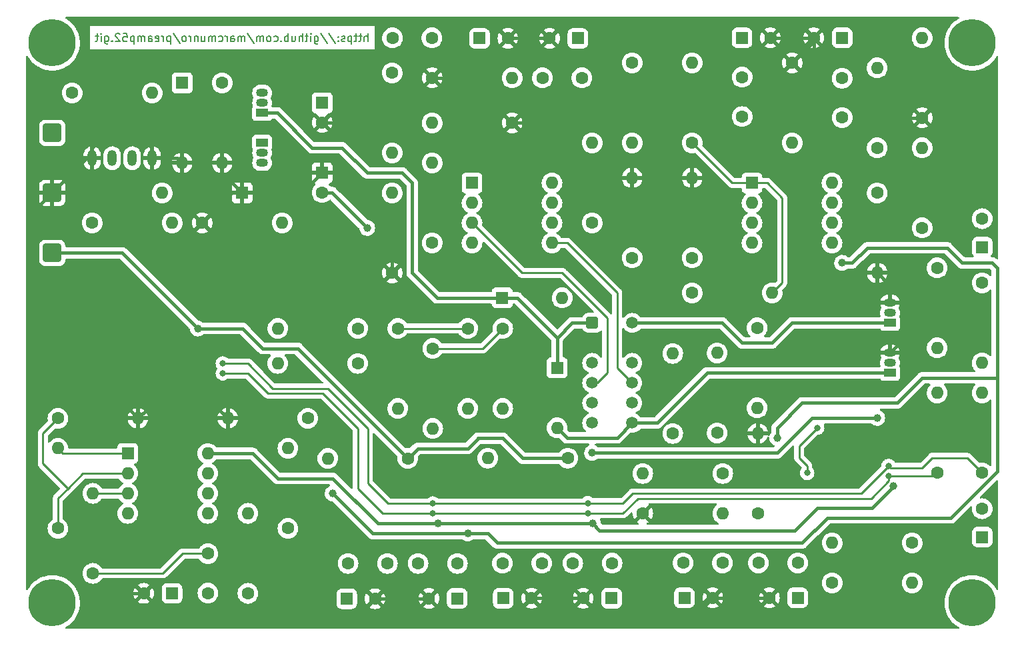
<source format=gbl>
%TF.GenerationSoftware,KiCad,Pcbnew,6.0.8*%
%TF.CreationDate,2022-10-28T14:06:57-07:00*%
%TF.ProjectId,pre-amp52,7072652d-616d-4703-9532-2e6b69636164,rev?*%
%TF.SameCoordinates,Original*%
%TF.FileFunction,Copper,L2,Bot*%
%TF.FilePolarity,Positive*%
%FSLAX46Y46*%
G04 Gerber Fmt 4.6, Leading zero omitted, Abs format (unit mm)*
G04 Created by KiCad (PCBNEW 6.0.8) date 2022-10-28 14:06:57*
%MOMM*%
%LPD*%
G01*
G04 APERTURE LIST*
G04 Aperture macros list*
%AMRoundRect*
0 Rectangle with rounded corners*
0 $1 Rounding radius*
0 $2 $3 $4 $5 $6 $7 $8 $9 X,Y pos of 4 corners*
0 Add a 4 corners polygon primitive as box body*
4,1,4,$2,$3,$4,$5,$6,$7,$8,$9,$2,$3,0*
0 Add four circle primitives for the rounded corners*
1,1,$1+$1,$2,$3*
1,1,$1+$1,$4,$5*
1,1,$1+$1,$6,$7*
1,1,$1+$1,$8,$9*
0 Add four rect primitives between the rounded corners*
20,1,$1+$1,$2,$3,$4,$5,0*
20,1,$1+$1,$4,$5,$6,$7,0*
20,1,$1+$1,$6,$7,$8,$9,0*
20,1,$1+$1,$8,$9,$2,$3,0*%
G04 Aperture macros list end*
%ADD10C,0.200000*%
%TA.AperFunction,NonConductor*%
%ADD11C,0.200000*%
%TD*%
%TA.AperFunction,ComponentPad*%
%ADD12C,1.600000*%
%TD*%
%TA.AperFunction,ComponentPad*%
%ADD13O,1.600000X1.600000*%
%TD*%
%TA.AperFunction,ComponentPad*%
%ADD14RoundRect,0.250000X0.550000X0.550000X-0.550000X0.550000X-0.550000X-0.550000X0.550000X-0.550000X0*%
%TD*%
%TA.AperFunction,ComponentPad*%
%ADD15RoundRect,0.250001X0.899999X0.899999X-0.899999X0.899999X-0.899999X-0.899999X0.899999X-0.899999X0*%
%TD*%
%TA.AperFunction,ComponentPad*%
%ADD16C,6.000000*%
%TD*%
%TA.AperFunction,ComponentPad*%
%ADD17R,1.600000X1.600000*%
%TD*%
%TA.AperFunction,ComponentPad*%
%ADD18R,1.500000X1.050000*%
%TD*%
%TA.AperFunction,ComponentPad*%
%ADD19O,1.500000X1.050000*%
%TD*%
%TA.AperFunction,ComponentPad*%
%ADD20RoundRect,0.250000X0.550000X-0.550000X0.550000X0.550000X-0.550000X0.550000X-0.550000X-0.550000X0*%
%TD*%
%TA.AperFunction,ComponentPad*%
%ADD21RoundRect,0.250000X-0.550000X-0.550000X0.550000X-0.550000X0.550000X0.550000X-0.550000X0.550000X0*%
%TD*%
%TA.AperFunction,ComponentPad*%
%ADD22RoundRect,0.250500X-0.499500X-0.499500X0.499500X-0.499500X0.499500X0.499500X-0.499500X0.499500X0*%
%TD*%
%TA.AperFunction,ComponentPad*%
%ADD23C,1.500000*%
%TD*%
%TA.AperFunction,ComponentPad*%
%ADD24O,1.200000X2.000000*%
%TD*%
%TA.AperFunction,ViaPad*%
%ADD25C,1.000000*%
%TD*%
%TA.AperFunction,ViaPad*%
%ADD26C,0.800000*%
%TD*%
%TA.AperFunction,Conductor*%
%ADD27C,0.250000*%
%TD*%
%TA.AperFunction,Conductor*%
%ADD28C,0.450000*%
%TD*%
G04 APERTURE END LIST*
D10*
D11*
X89604285Y-87447380D02*
X89604285Y-86447380D01*
X89175714Y-87447380D02*
X89175714Y-86923571D01*
X89223333Y-86828333D01*
X89318571Y-86780714D01*
X89461428Y-86780714D01*
X89556666Y-86828333D01*
X89604285Y-86875952D01*
X88842380Y-86780714D02*
X88461428Y-86780714D01*
X88699523Y-86447380D02*
X88699523Y-87304523D01*
X88651904Y-87399761D01*
X88556666Y-87447380D01*
X88461428Y-87447380D01*
X88270952Y-86780714D02*
X87890000Y-86780714D01*
X88128095Y-86447380D02*
X88128095Y-87304523D01*
X88080476Y-87399761D01*
X87985238Y-87447380D01*
X87890000Y-87447380D01*
X87556666Y-86780714D02*
X87556666Y-87780714D01*
X87556666Y-86828333D02*
X87461428Y-86780714D01*
X87270952Y-86780714D01*
X87175714Y-86828333D01*
X87128095Y-86875952D01*
X87080476Y-86971190D01*
X87080476Y-87256904D01*
X87128095Y-87352142D01*
X87175714Y-87399761D01*
X87270952Y-87447380D01*
X87461428Y-87447380D01*
X87556666Y-87399761D01*
X86699523Y-87399761D02*
X86604285Y-87447380D01*
X86413809Y-87447380D01*
X86318571Y-87399761D01*
X86270952Y-87304523D01*
X86270952Y-87256904D01*
X86318571Y-87161666D01*
X86413809Y-87114047D01*
X86556666Y-87114047D01*
X86651904Y-87066428D01*
X86699523Y-86971190D01*
X86699523Y-86923571D01*
X86651904Y-86828333D01*
X86556666Y-86780714D01*
X86413809Y-86780714D01*
X86318571Y-86828333D01*
X85842380Y-87352142D02*
X85794761Y-87399761D01*
X85842380Y-87447380D01*
X85890000Y-87399761D01*
X85842380Y-87352142D01*
X85842380Y-87447380D01*
X85842380Y-86828333D02*
X85794761Y-86875952D01*
X85842380Y-86923571D01*
X85890000Y-86875952D01*
X85842380Y-86828333D01*
X85842380Y-86923571D01*
X84651904Y-86399761D02*
X85509047Y-87685476D01*
X83604285Y-86399761D02*
X84461428Y-87685476D01*
X82842380Y-86780714D02*
X82842380Y-87590238D01*
X82890000Y-87685476D01*
X82937619Y-87733095D01*
X83032857Y-87780714D01*
X83175714Y-87780714D01*
X83270952Y-87733095D01*
X82842380Y-87399761D02*
X82937619Y-87447380D01*
X83128095Y-87447380D01*
X83223333Y-87399761D01*
X83270952Y-87352142D01*
X83318571Y-87256904D01*
X83318571Y-86971190D01*
X83270952Y-86875952D01*
X83223333Y-86828333D01*
X83128095Y-86780714D01*
X82937619Y-86780714D01*
X82842380Y-86828333D01*
X82366190Y-87447380D02*
X82366190Y-86780714D01*
X82366190Y-86447380D02*
X82413809Y-86495000D01*
X82366190Y-86542619D01*
X82318571Y-86495000D01*
X82366190Y-86447380D01*
X82366190Y-86542619D01*
X82032857Y-86780714D02*
X81651904Y-86780714D01*
X81890000Y-86447380D02*
X81890000Y-87304523D01*
X81842380Y-87399761D01*
X81747142Y-87447380D01*
X81651904Y-87447380D01*
X81318571Y-87447380D02*
X81318571Y-86447380D01*
X80890000Y-87447380D02*
X80890000Y-86923571D01*
X80937619Y-86828333D01*
X81032857Y-86780714D01*
X81175714Y-86780714D01*
X81270952Y-86828333D01*
X81318571Y-86875952D01*
X79985238Y-86780714D02*
X79985238Y-87447380D01*
X80413809Y-86780714D02*
X80413809Y-87304523D01*
X80366190Y-87399761D01*
X80270952Y-87447380D01*
X80128095Y-87447380D01*
X80032857Y-87399761D01*
X79985238Y-87352142D01*
X79509047Y-87447380D02*
X79509047Y-86447380D01*
X79509047Y-86828333D02*
X79413809Y-86780714D01*
X79223333Y-86780714D01*
X79128095Y-86828333D01*
X79080476Y-86875952D01*
X79032857Y-86971190D01*
X79032857Y-87256904D01*
X79080476Y-87352142D01*
X79128095Y-87399761D01*
X79223333Y-87447380D01*
X79413809Y-87447380D01*
X79509047Y-87399761D01*
X78604285Y-87352142D02*
X78556666Y-87399761D01*
X78604285Y-87447380D01*
X78651904Y-87399761D01*
X78604285Y-87352142D01*
X78604285Y-87447380D01*
X77699523Y-87399761D02*
X77794761Y-87447380D01*
X77985238Y-87447380D01*
X78080476Y-87399761D01*
X78128095Y-87352142D01*
X78175714Y-87256904D01*
X78175714Y-86971190D01*
X78128095Y-86875952D01*
X78080476Y-86828333D01*
X77985238Y-86780714D01*
X77794761Y-86780714D01*
X77699523Y-86828333D01*
X77128095Y-87447380D02*
X77223333Y-87399761D01*
X77270952Y-87352142D01*
X77318571Y-87256904D01*
X77318571Y-86971190D01*
X77270952Y-86875952D01*
X77223333Y-86828333D01*
X77128095Y-86780714D01*
X76985238Y-86780714D01*
X76890000Y-86828333D01*
X76842380Y-86875952D01*
X76794761Y-86971190D01*
X76794761Y-87256904D01*
X76842380Y-87352142D01*
X76890000Y-87399761D01*
X76985238Y-87447380D01*
X77128095Y-87447380D01*
X76366190Y-87447380D02*
X76366190Y-86780714D01*
X76366190Y-86875952D02*
X76318571Y-86828333D01*
X76223333Y-86780714D01*
X76080476Y-86780714D01*
X75985238Y-86828333D01*
X75937619Y-86923571D01*
X75937619Y-87447380D01*
X75937619Y-86923571D02*
X75890000Y-86828333D01*
X75794761Y-86780714D01*
X75651904Y-86780714D01*
X75556666Y-86828333D01*
X75509047Y-86923571D01*
X75509047Y-87447380D01*
X74318571Y-86399761D02*
X75175714Y-87685476D01*
X73985238Y-87447380D02*
X73985238Y-86780714D01*
X73985238Y-86875952D02*
X73937619Y-86828333D01*
X73842380Y-86780714D01*
X73699523Y-86780714D01*
X73604285Y-86828333D01*
X73556666Y-86923571D01*
X73556666Y-87447380D01*
X73556666Y-86923571D02*
X73509047Y-86828333D01*
X73413809Y-86780714D01*
X73270952Y-86780714D01*
X73175714Y-86828333D01*
X73128095Y-86923571D01*
X73128095Y-87447380D01*
X72223333Y-87447380D02*
X72223333Y-86923571D01*
X72270952Y-86828333D01*
X72366190Y-86780714D01*
X72556666Y-86780714D01*
X72651904Y-86828333D01*
X72223333Y-87399761D02*
X72318571Y-87447380D01*
X72556666Y-87447380D01*
X72651904Y-87399761D01*
X72699523Y-87304523D01*
X72699523Y-87209285D01*
X72651904Y-87114047D01*
X72556666Y-87066428D01*
X72318571Y-87066428D01*
X72223333Y-87018809D01*
X71747142Y-87447380D02*
X71747142Y-86780714D01*
X71747142Y-86971190D02*
X71699523Y-86875952D01*
X71651904Y-86828333D01*
X71556666Y-86780714D01*
X71461428Y-86780714D01*
X70699523Y-87399761D02*
X70794761Y-87447380D01*
X70985238Y-87447380D01*
X71080476Y-87399761D01*
X71128095Y-87352142D01*
X71175714Y-87256904D01*
X71175714Y-86971190D01*
X71128095Y-86875952D01*
X71080476Y-86828333D01*
X70985238Y-86780714D01*
X70794761Y-86780714D01*
X70699523Y-86828333D01*
X70270952Y-87447380D02*
X70270952Y-86780714D01*
X70270952Y-86875952D02*
X70223333Y-86828333D01*
X70128095Y-86780714D01*
X69985238Y-86780714D01*
X69890000Y-86828333D01*
X69842380Y-86923571D01*
X69842380Y-87447380D01*
X69842380Y-86923571D02*
X69794761Y-86828333D01*
X69699523Y-86780714D01*
X69556666Y-86780714D01*
X69461428Y-86828333D01*
X69413809Y-86923571D01*
X69413809Y-87447380D01*
X68509047Y-86780714D02*
X68509047Y-87447380D01*
X68937619Y-86780714D02*
X68937619Y-87304523D01*
X68890000Y-87399761D01*
X68794761Y-87447380D01*
X68651904Y-87447380D01*
X68556666Y-87399761D01*
X68509047Y-87352142D01*
X68032857Y-86780714D02*
X68032857Y-87447380D01*
X68032857Y-86875952D02*
X67985238Y-86828333D01*
X67890000Y-86780714D01*
X67747142Y-86780714D01*
X67651904Y-86828333D01*
X67604285Y-86923571D01*
X67604285Y-87447380D01*
X67128095Y-87447380D02*
X67128095Y-86780714D01*
X67128095Y-86971190D02*
X67080476Y-86875952D01*
X67032857Y-86828333D01*
X66937619Y-86780714D01*
X66842380Y-86780714D01*
X66366190Y-87447380D02*
X66461428Y-87399761D01*
X66509047Y-87352142D01*
X66556666Y-87256904D01*
X66556666Y-86971190D01*
X66509047Y-86875952D01*
X66461428Y-86828333D01*
X66366190Y-86780714D01*
X66223333Y-86780714D01*
X66128095Y-86828333D01*
X66080476Y-86875952D01*
X66032857Y-86971190D01*
X66032857Y-87256904D01*
X66080476Y-87352142D01*
X66128095Y-87399761D01*
X66223333Y-87447380D01*
X66366190Y-87447380D01*
X64890000Y-86399761D02*
X65747142Y-87685476D01*
X64556666Y-86780714D02*
X64556666Y-87780714D01*
X64556666Y-86828333D02*
X64461428Y-86780714D01*
X64270952Y-86780714D01*
X64175714Y-86828333D01*
X64128095Y-86875952D01*
X64080476Y-86971190D01*
X64080476Y-87256904D01*
X64128095Y-87352142D01*
X64175714Y-87399761D01*
X64270952Y-87447380D01*
X64461428Y-87447380D01*
X64556666Y-87399761D01*
X63651904Y-87447380D02*
X63651904Y-86780714D01*
X63651904Y-86971190D02*
X63604285Y-86875952D01*
X63556666Y-86828333D01*
X63461428Y-86780714D01*
X63366190Y-86780714D01*
X62651904Y-87399761D02*
X62747142Y-87447380D01*
X62937619Y-87447380D01*
X63032857Y-87399761D01*
X63080476Y-87304523D01*
X63080476Y-86923571D01*
X63032857Y-86828333D01*
X62937619Y-86780714D01*
X62747142Y-86780714D01*
X62651904Y-86828333D01*
X62604285Y-86923571D01*
X62604285Y-87018809D01*
X63080476Y-87114047D01*
X61747142Y-87447380D02*
X61747142Y-86923571D01*
X61794761Y-86828333D01*
X61890000Y-86780714D01*
X62080476Y-86780714D01*
X62175714Y-86828333D01*
X61747142Y-87399761D02*
X61842380Y-87447380D01*
X62080476Y-87447380D01*
X62175714Y-87399761D01*
X62223333Y-87304523D01*
X62223333Y-87209285D01*
X62175714Y-87114047D01*
X62080476Y-87066428D01*
X61842380Y-87066428D01*
X61747142Y-87018809D01*
X61270952Y-87447380D02*
X61270952Y-86780714D01*
X61270952Y-86875952D02*
X61223333Y-86828333D01*
X61128095Y-86780714D01*
X60985238Y-86780714D01*
X60890000Y-86828333D01*
X60842380Y-86923571D01*
X60842380Y-87447380D01*
X60842380Y-86923571D02*
X60794761Y-86828333D01*
X60699523Y-86780714D01*
X60556666Y-86780714D01*
X60461428Y-86828333D01*
X60413809Y-86923571D01*
X60413809Y-87447380D01*
X59937619Y-86780714D02*
X59937619Y-87780714D01*
X59937619Y-86828333D02*
X59842380Y-86780714D01*
X59651904Y-86780714D01*
X59556666Y-86828333D01*
X59509047Y-86875952D01*
X59461428Y-86971190D01*
X59461428Y-87256904D01*
X59509047Y-87352142D01*
X59556666Y-87399761D01*
X59651904Y-87447380D01*
X59842380Y-87447380D01*
X59937619Y-87399761D01*
X58556666Y-86447380D02*
X59032857Y-86447380D01*
X59080476Y-86923571D01*
X59032857Y-86875952D01*
X58937619Y-86828333D01*
X58699523Y-86828333D01*
X58604285Y-86875952D01*
X58556666Y-86923571D01*
X58509047Y-87018809D01*
X58509047Y-87256904D01*
X58556666Y-87352142D01*
X58604285Y-87399761D01*
X58699523Y-87447380D01*
X58937619Y-87447380D01*
X59032857Y-87399761D01*
X59080476Y-87352142D01*
X58128095Y-86542619D02*
X58080476Y-86495000D01*
X57985238Y-86447380D01*
X57747142Y-86447380D01*
X57651904Y-86495000D01*
X57604285Y-86542619D01*
X57556666Y-86637857D01*
X57556666Y-86733095D01*
X57604285Y-86875952D01*
X58175714Y-87447380D01*
X57556666Y-87447380D01*
X57128095Y-87352142D02*
X57080476Y-87399761D01*
X57128095Y-87447380D01*
X57175714Y-87399761D01*
X57128095Y-87352142D01*
X57128095Y-87447380D01*
X56223333Y-86780714D02*
X56223333Y-87590238D01*
X56270952Y-87685476D01*
X56318571Y-87733095D01*
X56413809Y-87780714D01*
X56556666Y-87780714D01*
X56651904Y-87733095D01*
X56223333Y-87399761D02*
X56318571Y-87447380D01*
X56509047Y-87447380D01*
X56604285Y-87399761D01*
X56651904Y-87352142D01*
X56699523Y-87256904D01*
X56699523Y-86971190D01*
X56651904Y-86875952D01*
X56604285Y-86828333D01*
X56509047Y-86780714D01*
X56318571Y-86780714D01*
X56223333Y-86828333D01*
X55747142Y-87447380D02*
X55747142Y-86780714D01*
X55747142Y-86447380D02*
X55794761Y-86495000D01*
X55747142Y-86542619D01*
X55699523Y-86495000D01*
X55747142Y-86447380D01*
X55747142Y-86542619D01*
X55413809Y-86780714D02*
X55032857Y-86780714D01*
X55270952Y-86447380D02*
X55270952Y-87304523D01*
X55223333Y-87399761D01*
X55128095Y-87447380D01*
X55032857Y-87447380D01*
D12*
X92710000Y-91440000D03*
D13*
X92710000Y-101600000D03*
D14*
X120577500Y-158155000D03*
D12*
X116977500Y-158155000D03*
D15*
X49530000Y-99060000D03*
D12*
X118110000Y-110490000D03*
D13*
X118110000Y-100330000D03*
D12*
X97790000Y-92075000D03*
D13*
X107950000Y-92075000D03*
D12*
X102307500Y-123897500D03*
D13*
X102307500Y-134057500D03*
D16*
X49530000Y-158750000D03*
D12*
X167640000Y-118110000D03*
D13*
X167640000Y-128270000D03*
D12*
X115007500Y-140375000D03*
D13*
X104847500Y-140375000D03*
D12*
X133985000Y-137160000D03*
D13*
X133985000Y-127000000D03*
D16*
X166370000Y-158750000D03*
D12*
X137160000Y-96988000D03*
X137160000Y-91988000D03*
X128342500Y-137232500D03*
D13*
X128342500Y-127072500D03*
D12*
X139137500Y-147392500D03*
D13*
X139137500Y-137232500D03*
D17*
X83820000Y-104140000D03*
D12*
X83820000Y-106640000D03*
D18*
X155935000Y-129540000D03*
D19*
X155935000Y-128270000D03*
X155935000Y-127000000D03*
D17*
X59127500Y-139772500D03*
D13*
X59127500Y-142312500D03*
X59127500Y-144852500D03*
X59127500Y-147392500D03*
X69287500Y-147392500D03*
X69287500Y-144852500D03*
X69287500Y-142312500D03*
X69287500Y-139772500D03*
D12*
X130810000Y-100330000D03*
D13*
X130810000Y-90170000D03*
D20*
X167640000Y-113560000D03*
D12*
X167640000Y-109960000D03*
X154305000Y-100965000D03*
D13*
X154305000Y-90805000D03*
D12*
X120642500Y-153710000D03*
X115642500Y-153710000D03*
X52070000Y-93980000D03*
D13*
X62230000Y-93980000D03*
D21*
X106817500Y-158155000D03*
D12*
X110417500Y-158155000D03*
D21*
X103807500Y-87057500D03*
D12*
X107407500Y-87057500D03*
X143510000Y-90170000D03*
D13*
X143510000Y-100330000D03*
D12*
X88337500Y-128342500D03*
D13*
X78177500Y-128342500D03*
D21*
X129822500Y-158115000D03*
D12*
X133422500Y-158115000D03*
D22*
X118110000Y-123190000D03*
D23*
X118110000Y-128270000D03*
X118110000Y-130810000D03*
X118110000Y-133350000D03*
X118110000Y-135890000D03*
X123190000Y-135890000D03*
X123190000Y-133350000D03*
X123190000Y-130810000D03*
X123190000Y-128270000D03*
X123190000Y-123190000D03*
D12*
X106752500Y-123897500D03*
D13*
X106752500Y-134057500D03*
D15*
X49530000Y-114300000D03*
D12*
X116800000Y-92075000D03*
X111800000Y-92075000D03*
X123190000Y-90170000D03*
D13*
X123190000Y-100330000D03*
D12*
X87107500Y-153742500D03*
X92107500Y-153742500D03*
D18*
X76200000Y-100330000D03*
D19*
X76200000Y-101600000D03*
X76200000Y-102870000D03*
D20*
X167640000Y-150390000D03*
D12*
X167640000Y-146790000D03*
D16*
X49530000Y-87630000D03*
D17*
X106680000Y-120015000D03*
D13*
X114300000Y-120015000D03*
D12*
X130810000Y-114935000D03*
D13*
X130810000Y-104775000D03*
D12*
X106712500Y-153710000D03*
X111712500Y-153710000D03*
D18*
X76200000Y-96520000D03*
D19*
X76200000Y-95250000D03*
X76200000Y-93980000D03*
D12*
X68580000Y-110490000D03*
D13*
X78740000Y-110490000D03*
D12*
X160020000Y-97155000D03*
D13*
X160020000Y-86995000D03*
D12*
X92750000Y-86995000D03*
X97750000Y-86995000D03*
D15*
X49530000Y-106680000D03*
D21*
X137138000Y-86995000D03*
D12*
X140738000Y-86995000D03*
X94687500Y-140407500D03*
D13*
X84527500Y-140407500D03*
D12*
X144217500Y-153670000D03*
X139217500Y-153670000D03*
D21*
X86937500Y-158227500D03*
D12*
X90537500Y-158227500D03*
D17*
X138410000Y-105420000D03*
D13*
X138410000Y-107960000D03*
X138410000Y-110500000D03*
X138410000Y-113040000D03*
X148570000Y-113040000D03*
X148570000Y-110500000D03*
X148570000Y-107960000D03*
X148570000Y-105420000D03*
D12*
X134692500Y-142312500D03*
D13*
X124532500Y-142312500D03*
D12*
X79467500Y-149287500D03*
D13*
X79467500Y-139127500D03*
D12*
X149860000Y-97115000D03*
X149860000Y-92115000D03*
X161925000Y-116205000D03*
D13*
X161925000Y-126365000D03*
D17*
X83820000Y-95250000D03*
D12*
X83820000Y-97750000D03*
D14*
X144217500Y-158115000D03*
D12*
X140617500Y-158115000D03*
X69307500Y-157502500D03*
X69307500Y-152502500D03*
X124532500Y-147392500D03*
D13*
X134692500Y-147392500D03*
D17*
X66040000Y-92710000D03*
D13*
X66040000Y-102870000D03*
D12*
X71120000Y-92710000D03*
D13*
X71120000Y-102870000D03*
D12*
X81987500Y-135317500D03*
D13*
X71827500Y-135317500D03*
D12*
X158750000Y-151130000D03*
D13*
X148590000Y-151130000D03*
D17*
X113665000Y-128905000D03*
D13*
X113665000Y-136525000D03*
D14*
X100972500Y-158187500D03*
D12*
X97372500Y-158187500D03*
D24*
X54617500Y-102280000D03*
X57157500Y-102280000D03*
X59697500Y-102280000D03*
X62237500Y-102280000D03*
D12*
X92710000Y-116840000D03*
D13*
X92710000Y-106680000D03*
D14*
X149860000Y-86995000D03*
D12*
X146260000Y-86995000D03*
X50257500Y-149287500D03*
D13*
X50257500Y-139127500D03*
D17*
X102850000Y-105420000D03*
D13*
X102850000Y-107960000D03*
X102850000Y-110500000D03*
X102850000Y-113040000D03*
X113010000Y-113040000D03*
X113010000Y-110500000D03*
X113010000Y-107960000D03*
X113010000Y-105420000D03*
D12*
X54702500Y-155002500D03*
D13*
X54702500Y-144842500D03*
D12*
X97790000Y-113030000D03*
D13*
X97790000Y-102870000D03*
D17*
X73660000Y-106680000D03*
D13*
X63500000Y-106680000D03*
D12*
X100997500Y-153742500D03*
X95997500Y-153742500D03*
X97862500Y-126437500D03*
D13*
X97862500Y-136597500D03*
D12*
X50257500Y-135317500D03*
D13*
X60417500Y-135317500D03*
D12*
X161925000Y-142240000D03*
D13*
X161925000Y-132080000D03*
D12*
X148590000Y-156210000D03*
D13*
X158750000Y-156210000D03*
D12*
X88337500Y-123897500D03*
D13*
X78177500Y-123897500D03*
D12*
X160020000Y-111125000D03*
D13*
X160020000Y-100965000D03*
D12*
X54610000Y-110490000D03*
D13*
X64770000Y-110490000D03*
D12*
X93417500Y-123897500D03*
D13*
X93417500Y-134057500D03*
D12*
X154305000Y-106680000D03*
D13*
X154305000Y-116840000D03*
D14*
X64757500Y-157542500D03*
D12*
X61157500Y-157542500D03*
X130810000Y-119380000D03*
D13*
X140970000Y-119380000D03*
D12*
X129652500Y-153670000D03*
X134652500Y-153670000D03*
D16*
X166370000Y-87630000D03*
D12*
X123190000Y-114935000D03*
D13*
X123190000Y-104775000D03*
D12*
X107950000Y-97790000D03*
D13*
X97790000Y-97790000D03*
D18*
X155935000Y-123190000D03*
D19*
X155935000Y-121920000D03*
X155935000Y-120650000D03*
D14*
X116297500Y-87057500D03*
D12*
X112697500Y-87057500D03*
X74387500Y-157542500D03*
D13*
X74387500Y-147382500D03*
D12*
X167640000Y-142240000D03*
D13*
X167640000Y-132080000D03*
D12*
X139065000Y-123825000D03*
D13*
X139065000Y-133985000D03*
D25*
X118182500Y-148630000D03*
X156397109Y-143892500D03*
X98497500Y-148662500D03*
X83257500Y-144852500D03*
X120722500Y-142915000D03*
X147955000Y-119380000D03*
X145504500Y-139700000D03*
X101037500Y-142947500D03*
X158750000Y-135890000D03*
X73732500Y-126437500D03*
X89535000Y-111125000D03*
X141605000Y-137795000D03*
X149860000Y-115570000D03*
X85162500Y-144852500D03*
X102307500Y-149932500D03*
D26*
X146685000Y-136525000D03*
X145415000Y-142240000D03*
X117547500Y-147360000D03*
X155762109Y-142622500D03*
X97862500Y-147392500D03*
X71192500Y-129612500D03*
X97862500Y-146122500D03*
X71192500Y-128342500D03*
X117547500Y-146090000D03*
X155762109Y-141352500D03*
D25*
X118110000Y-139700000D03*
X68017500Y-123897500D03*
X154305000Y-135255000D03*
D27*
X66092500Y-152502500D02*
X63592500Y-155002500D01*
X69307500Y-152502500D02*
X66092500Y-152502500D01*
X63592500Y-155002500D02*
X54702500Y-155002500D01*
D28*
X119062500Y-149542500D02*
X143827500Y-149542500D01*
X146685000Y-146685000D02*
X153670000Y-146685000D01*
X90877500Y-148662500D02*
X118150000Y-148662500D01*
X153670000Y-146685000D02*
X156397109Y-143957891D01*
X118150000Y-148662500D02*
X118182500Y-148630000D01*
X156397109Y-143957891D02*
X156397109Y-143892500D01*
X78177500Y-142947500D02*
X75002500Y-139772500D01*
X143827500Y-149542500D02*
X146685000Y-146685000D01*
X118182500Y-148630000D02*
X118182500Y-148662500D01*
X90877500Y-148662500D02*
X85162500Y-142947500D01*
X85162500Y-142947500D02*
X78177500Y-142947500D01*
X75002500Y-139772500D02*
X69287500Y-139772500D01*
X118182500Y-148662500D02*
X119062500Y-149542500D01*
X73732500Y-126437500D02*
X66112500Y-126437500D01*
X90537500Y-158227500D02*
X88337500Y-160427500D01*
X85725000Y-104140000D02*
X92710000Y-111125000D01*
X150495000Y-116840000D02*
X154305000Y-116840000D01*
X49602500Y-132152500D02*
X57252500Y-132152500D01*
X143510000Y-90170000D02*
X146260000Y-87420000D01*
X61677500Y-134057500D02*
X65477500Y-134057500D01*
X83820000Y-104140000D02*
X85725000Y-104140000D01*
X97790000Y-92075000D02*
X102235000Y-92075000D01*
X127000000Y-104775000D02*
X130810000Y-104775000D01*
X92710000Y-111125000D02*
X92710000Y-116840000D01*
X126365000Y-97790000D02*
X127000000Y-98425000D01*
X90537500Y-158227500D02*
X97332500Y-158227500D01*
X65450000Y-102280000D02*
X66040000Y-102870000D01*
X46355000Y-128905000D02*
X49602500Y-132152500D01*
X81280000Y-106680000D02*
X83820000Y-104140000D01*
X73660000Y-106680000D02*
X72390000Y-106680000D01*
X54617500Y-102280000D02*
X54617500Y-100957500D01*
X102235000Y-92075000D02*
X102870000Y-92710000D01*
X54617500Y-100957500D02*
X55880000Y-99695000D01*
X130882500Y-160092500D02*
X133422500Y-157552500D01*
X53930000Y-102280000D02*
X54617500Y-102280000D01*
X158115000Y-121285000D02*
X158115000Y-124820000D01*
X143510000Y-90170000D02*
X138430000Y-95250000D01*
X70567500Y-134057500D02*
X71827500Y-135317500D01*
X101037500Y-142947500D02*
X120690000Y-142947500D01*
X152400000Y-99060000D02*
X154305000Y-97155000D01*
X83592500Y-160427500D02*
X108145000Y-160427500D01*
X49530000Y-106680000D02*
X46355000Y-109855000D01*
X107950000Y-97790000D02*
X126365000Y-97790000D01*
X65477500Y-134057500D02*
X70567500Y-134057500D01*
X107407500Y-87057500D02*
X112697500Y-87057500D01*
X92115000Y-97750000D02*
X83820000Y-97750000D01*
X83257500Y-160092500D02*
X83592500Y-160427500D01*
X61157500Y-157542500D02*
X54037500Y-157542500D01*
X46355000Y-109855000D02*
X46355000Y-128905000D01*
X65477500Y-127072500D02*
X65477500Y-134057500D01*
X46990000Y-134130000D02*
X48967500Y-132152500D01*
X107407500Y-87057500D02*
X102870000Y-91595000D01*
X155935000Y-120650000D02*
X157480000Y-120650000D01*
X155935000Y-118470000D02*
X154305000Y-116840000D01*
X71120000Y-104140000D02*
X73660000Y-106680000D01*
X120690000Y-142947500D02*
X120722500Y-142915000D01*
X146260000Y-86995000D02*
X146260000Y-98000000D01*
X71120000Y-102870000D02*
X71120000Y-104140000D01*
X63272500Y-159657500D02*
X61157500Y-157542500D01*
X133422500Y-158115000D02*
X140617500Y-158115000D01*
X138430000Y-95250000D02*
X128905000Y-95250000D01*
X63272500Y-160427500D02*
X63272500Y-159657500D01*
X73660000Y-106680000D02*
X81280000Y-106680000D01*
X97790000Y-92075000D02*
X92115000Y-97750000D01*
X57252500Y-132152500D02*
X60417500Y-135317500D01*
X66040000Y-102870000D02*
X71120000Y-102870000D01*
X128905000Y-95250000D02*
X126365000Y-97790000D01*
X108145000Y-160427500D02*
X110417500Y-158155000D01*
X155935000Y-120650000D02*
X155935000Y-118470000D01*
X140738000Y-86995000D02*
X146260000Y-86995000D01*
X60960000Y-99695000D02*
X62237500Y-100972500D01*
X83592500Y-160427500D02*
X63272500Y-160427500D01*
X110417500Y-158155000D02*
X116977500Y-158155000D01*
X55880000Y-99695000D02*
X60960000Y-99695000D01*
X146260000Y-98000000D02*
X147320000Y-99060000D01*
X123190000Y-104775000D02*
X127000000Y-104775000D01*
X157480000Y-120650000D02*
X158115000Y-121285000D01*
X66112500Y-126437500D02*
X65477500Y-127072500D01*
X62237500Y-102280000D02*
X65450000Y-102280000D01*
X97332500Y-158227500D02*
X97372500Y-158187500D01*
X154305000Y-97155000D02*
X160020000Y-97155000D01*
X102870000Y-92710000D02*
X107950000Y-97790000D01*
X102870000Y-91595000D02*
X102870000Y-92710000D01*
X127000000Y-98425000D02*
X127000000Y-104775000D01*
X147955000Y-119380000D02*
X150495000Y-116840000D01*
X60417500Y-135317500D02*
X61677500Y-134057500D01*
X46990000Y-150495000D02*
X46990000Y-134130000D01*
X108480000Y-160092500D02*
X130882500Y-160092500D01*
X147320000Y-99060000D02*
X152400000Y-99060000D01*
X158115000Y-124820000D02*
X155935000Y-127000000D01*
X62237500Y-100972500D02*
X62237500Y-102280000D01*
X49530000Y-106680000D02*
X53930000Y-102280000D01*
X72390000Y-106680000D02*
X68580000Y-110490000D01*
X83257500Y-144852500D02*
X83257500Y-160092500D01*
X48967500Y-132152500D02*
X49602500Y-132152500D01*
X54037500Y-157542500D02*
X46990000Y-150495000D01*
X153035000Y-113665000D02*
X163195000Y-113665000D01*
X149860000Y-115570000D02*
X151130000Y-115570000D01*
X169545000Y-130175000D02*
X160020000Y-130175000D01*
X90242500Y-149932500D02*
X85162500Y-144852500D01*
X147955000Y-147955000D02*
X163656721Y-147955000D01*
X144780000Y-151130000D02*
X147955000Y-147955000D01*
X169545000Y-116205000D02*
X169545000Y-130175000D01*
X168910000Y-115570000D02*
X169545000Y-116205000D01*
X165100000Y-115570000D02*
X168910000Y-115570000D01*
X163195000Y-113665000D02*
X165100000Y-115570000D01*
X89535000Y-111125000D02*
X85050000Y-106640000D01*
X163656721Y-147955000D02*
X169545000Y-142066721D01*
X102307500Y-149932500D02*
X90242500Y-149932500D01*
X141605000Y-136525000D02*
X141605000Y-137795000D01*
X169545000Y-142066721D02*
X169545000Y-130175000D01*
X151130000Y-115570000D02*
X153035000Y-113665000D01*
X144780000Y-133350000D02*
X141605000Y-136525000D01*
X156845000Y-133350000D02*
X160020000Y-130175000D01*
X106045000Y-151130000D02*
X144780000Y-151130000D01*
X85050000Y-106640000D02*
X83820000Y-106640000D01*
X102307500Y-149932500D02*
X104847500Y-149932500D01*
X104847500Y-149932500D02*
X106045000Y-151130000D01*
X156845000Y-133350000D02*
X144780000Y-133350000D01*
X143510000Y-123190000D02*
X155935000Y-123190000D01*
X123190000Y-123190000D02*
X134620000Y-123190000D01*
X140970000Y-125730000D02*
X143510000Y-123190000D01*
X137160000Y-125730000D02*
X140970000Y-125730000D01*
X134620000Y-123190000D02*
X137160000Y-125730000D01*
X123190000Y-135890000D02*
X121285000Y-137795000D01*
X123190000Y-135890000D02*
X126365000Y-135890000D01*
X132715000Y-129540000D02*
X155935000Y-129540000D01*
X121285000Y-137795000D02*
X114935000Y-137795000D01*
X126365000Y-135890000D02*
X132715000Y-129540000D01*
X114935000Y-137795000D02*
X113665000Y-136525000D01*
D27*
X104212500Y-126437500D02*
X106752500Y-123897500D01*
X97862500Y-126437500D02*
X104212500Y-126437500D01*
X123190000Y-130810000D02*
X121285000Y-128905000D01*
X114945000Y-113040000D02*
X113010000Y-113040000D01*
X121285000Y-128905000D02*
X121285000Y-119380000D01*
X121285000Y-119380000D02*
X114945000Y-113040000D01*
X114300000Y-116840000D02*
X120015000Y-122555000D01*
X120015000Y-129540000D02*
X118745000Y-130810000D01*
X120015000Y-122555000D02*
X120015000Y-129540000D01*
X109190000Y-116840000D02*
X114300000Y-116840000D01*
X102850000Y-110500000D02*
X109190000Y-116840000D01*
X118745000Y-130810000D02*
X118110000Y-130810000D01*
X93417500Y-123897500D02*
X102307500Y-123897500D01*
X54712500Y-144852500D02*
X54702500Y-144842500D01*
X59127500Y-144852500D02*
X54712500Y-144852500D01*
X59127500Y-142312500D02*
X53412500Y-142312500D01*
X50257500Y-145467500D02*
X50257500Y-149287500D01*
X50257500Y-135317500D02*
X48332500Y-137242500D01*
X48332500Y-141042500D02*
X51507500Y-144217500D01*
X48332500Y-137242500D02*
X48332500Y-141042500D01*
X51507500Y-144217500D02*
X50257500Y-145467500D01*
X53412500Y-142312500D02*
X51507500Y-144217500D01*
X50902500Y-139772500D02*
X50257500Y-139127500D01*
X59127500Y-139772500D02*
X50902500Y-139772500D01*
X142240000Y-118110000D02*
X140970000Y-119380000D01*
X140345000Y-105420000D02*
X142240000Y-107315000D01*
X142240000Y-107315000D02*
X142240000Y-118110000D01*
X138410000Y-105420000D02*
X140345000Y-105420000D01*
X138410000Y-105420000D02*
X135900000Y-105420000D01*
X135900000Y-105420000D02*
X130810000Y-100330000D01*
X146685000Y-136525000D02*
X144399000Y-138811000D01*
X144399000Y-140335000D02*
X145415000Y-141351000D01*
X144399000Y-138811000D02*
X144399000Y-140335000D01*
X145415000Y-141351000D02*
X145415000Y-142240000D01*
X91512500Y-147392500D02*
X97862500Y-147392500D01*
X88337500Y-136597500D02*
X88337500Y-144217500D01*
X161542500Y-142622500D02*
X161925000Y-142240000D01*
X122025000Y-147360000D02*
X123897500Y-145487500D01*
X97862500Y-147392500D02*
X117515000Y-147392500D01*
X153544609Y-145487500D02*
X155762109Y-143270000D01*
X123897500Y-145487500D02*
X153597500Y-145487500D01*
X74367500Y-129612500D02*
X76907500Y-132152500D01*
X71192500Y-129612500D02*
X74367500Y-129612500D01*
X117515000Y-147392500D02*
X117547500Y-147360000D01*
X83892500Y-132152500D02*
X88337500Y-136597500D01*
X76907500Y-132152500D02*
X83892500Y-132152500D01*
X88337500Y-144217500D02*
X91512500Y-147392500D01*
X155762109Y-142622500D02*
X161542500Y-142622500D01*
X155762109Y-143270000D02*
X155762109Y-142622500D01*
X117547500Y-147360000D02*
X122025000Y-147360000D01*
X152262109Y-144852500D02*
X155762109Y-141352500D01*
X89607500Y-136597500D02*
X89607500Y-143582500D01*
X77542500Y-131517500D02*
X84527500Y-131517500D01*
X165735000Y-140335000D02*
X167640000Y-142240000D01*
X92147500Y-146122500D02*
X97862500Y-146122500D01*
X156014609Y-141605000D02*
X160020000Y-141605000D01*
X84527500Y-131517500D02*
X89607500Y-136597500D01*
X123262500Y-144852500D02*
X152327500Y-144852500D01*
X71192500Y-128342500D02*
X74367500Y-128342500D01*
X97862500Y-146122500D02*
X117515000Y-146122500D01*
X89607500Y-143582500D02*
X92147500Y-146122500D01*
X117547500Y-146090000D02*
X122025000Y-146090000D01*
X74367500Y-128342500D02*
X77542500Y-131517500D01*
X155762109Y-141352500D02*
X156014609Y-141605000D01*
X161290000Y-140335000D02*
X165735000Y-140335000D01*
X122025000Y-146090000D02*
X123262500Y-144852500D01*
X160020000Y-141605000D02*
X161290000Y-140335000D01*
X117515000Y-146122500D02*
X117547500Y-146090000D01*
D28*
X94687500Y-140407500D02*
X80717500Y-126437500D01*
X118110000Y-139700000D02*
X141605000Y-139700000D01*
X95957500Y-139137500D02*
X102307500Y-139137500D01*
X80717500Y-126437500D02*
X76272500Y-126437500D01*
X73732500Y-123897500D02*
X68017500Y-123897500D01*
X58420000Y-114300000D02*
X49530000Y-114300000D01*
X68017500Y-123897500D02*
X58420000Y-114300000D01*
X94687500Y-140407500D02*
X95957500Y-139137500D01*
X103577500Y-137835000D02*
X106752500Y-137835000D01*
X109292500Y-140375000D02*
X115007500Y-140375000D01*
X146050000Y-135255000D02*
X154305000Y-135255000D01*
X141605000Y-139700000D02*
X146050000Y-135255000D01*
X102307500Y-139137500D02*
X103577500Y-137867500D01*
X76272500Y-126437500D02*
X73732500Y-123897500D01*
X106752500Y-137835000D02*
X109292500Y-140375000D01*
X98425000Y-120015000D02*
X106680000Y-120015000D01*
X82550000Y-100965000D02*
X86360000Y-100965000D01*
X95250000Y-105410000D02*
X95250000Y-116840000D01*
X113665000Y-125095000D02*
X115570000Y-123190000D01*
X78105000Y-96520000D02*
X82550000Y-100965000D01*
X115570000Y-123190000D02*
X118110000Y-123190000D01*
X93980000Y-104140000D02*
X95250000Y-105410000D01*
X108585000Y-120015000D02*
X113665000Y-125095000D01*
X86360000Y-100965000D02*
X89535000Y-104140000D01*
X106680000Y-120015000D02*
X108585000Y-120015000D01*
X95250000Y-116840000D02*
X98425000Y-120015000D01*
X113665000Y-128905000D02*
X113665000Y-125095000D01*
X76200000Y-96520000D02*
X78105000Y-96520000D01*
X89535000Y-104140000D02*
X93980000Y-104140000D01*
%TA.AperFunction,Conductor*%
G36*
X164664716Y-84348502D02*
G01*
X164711209Y-84402158D01*
X164721313Y-84472432D01*
X164691819Y-84537012D01*
X164653798Y-84566767D01*
X164613343Y-84587380D01*
X164304925Y-84787668D01*
X164019133Y-85019098D01*
X163759098Y-85279133D01*
X163527668Y-85564925D01*
X163525866Y-85567700D01*
X163341977Y-85850866D01*
X163327380Y-85873343D01*
X163325885Y-85876277D01*
X163325881Y-85876284D01*
X163201165Y-86121054D01*
X163160427Y-86201006D01*
X163028639Y-86544326D01*
X162933459Y-86899541D01*
X162906412Y-87070312D01*
X162881373Y-87228402D01*
X162875931Y-87262759D01*
X162856685Y-87630000D01*
X162875931Y-87997241D01*
X162876444Y-88000481D01*
X162876445Y-88000489D01*
X162897657Y-88134414D01*
X162933459Y-88360459D01*
X163028639Y-88715674D01*
X163160427Y-89058994D01*
X163161925Y-89061934D01*
X163325881Y-89383715D01*
X163327380Y-89386657D01*
X163329176Y-89389423D01*
X163329178Y-89389426D01*
X163367590Y-89448576D01*
X163527668Y-89695075D01*
X163759098Y-89980867D01*
X164019133Y-90240902D01*
X164304925Y-90472332D01*
X164307700Y-90474134D01*
X164488895Y-90591803D01*
X164613342Y-90672620D01*
X164616276Y-90674115D01*
X164616283Y-90674119D01*
X164883898Y-90810475D01*
X164941006Y-90839573D01*
X165057670Y-90884356D01*
X165205413Y-90941069D01*
X165284326Y-90971361D01*
X165639541Y-91066541D01*
X165832558Y-91097112D01*
X165999511Y-91123555D01*
X165999519Y-91123556D01*
X166002759Y-91124069D01*
X166370000Y-91143315D01*
X166737241Y-91124069D01*
X166740481Y-91123556D01*
X166740489Y-91123555D01*
X166907442Y-91097112D01*
X167100459Y-91066541D01*
X167455674Y-90971361D01*
X167534588Y-90941069D01*
X167682330Y-90884356D01*
X167798994Y-90839573D01*
X167856102Y-90810475D01*
X168123717Y-90674119D01*
X168123724Y-90674115D01*
X168126658Y-90672620D01*
X168251106Y-90591803D01*
X168432300Y-90474134D01*
X168435075Y-90472332D01*
X168720867Y-90240902D01*
X168980902Y-89980867D01*
X169212332Y-89695075D01*
X169372410Y-89448576D01*
X169410822Y-89389426D01*
X169410824Y-89389423D01*
X169412620Y-89386657D01*
X169433233Y-89346202D01*
X169481982Y-89294587D01*
X169550897Y-89277521D01*
X169618098Y-89300422D01*
X169662250Y-89356020D01*
X169671500Y-89403405D01*
X169671500Y-114985145D01*
X169651498Y-115053266D01*
X169597842Y-115099759D01*
X169527568Y-115109863D01*
X169462988Y-115080369D01*
X169454140Y-115071838D01*
X169450100Y-115066349D01*
X169411280Y-115033369D01*
X169403764Y-115026439D01*
X169398380Y-115021055D01*
X169395519Y-115018792D01*
X169395514Y-115018787D01*
X169376909Y-115004068D01*
X169373507Y-115001279D01*
X169325328Y-114960347D01*
X169325324Y-114960344D01*
X169319749Y-114955608D01*
X169313228Y-114952279D01*
X169308549Y-114949158D01*
X169303795Y-114946222D01*
X169298057Y-114941682D01*
X169283761Y-114935000D01*
X169234146Y-114911811D01*
X169230239Y-114909901D01*
X169167418Y-114877824D01*
X169160306Y-114876084D01*
X169155020Y-114874118D01*
X169149735Y-114872360D01*
X169143105Y-114869261D01*
X169074032Y-114854894D01*
X169069748Y-114853924D01*
X169001279Y-114837170D01*
X168995677Y-114836822D01*
X168995674Y-114836822D01*
X168990480Y-114836500D01*
X168990481Y-114836476D01*
X168986066Y-114836212D01*
X168982816Y-114835922D01*
X168975648Y-114834431D01*
X168911337Y-114836171D01*
X168900877Y-114836454D01*
X168897469Y-114836500D01*
X168840365Y-114836500D01*
X168772244Y-114816498D01*
X168725751Y-114762842D01*
X168715647Y-114692568D01*
X168745141Y-114627988D01*
X168751193Y-114621482D01*
X168784130Y-114588488D01*
X168784134Y-114588483D01*
X168789305Y-114583303D01*
X168805737Y-114556645D01*
X168878275Y-114438968D01*
X168878276Y-114438966D01*
X168882115Y-114432738D01*
X168911873Y-114343019D01*
X168935632Y-114271389D01*
X168935632Y-114271387D01*
X168937797Y-114264861D01*
X168948500Y-114160400D01*
X168948500Y-112959600D01*
X168947447Y-112949450D01*
X168938238Y-112860692D01*
X168938237Y-112860688D01*
X168937526Y-112853834D01*
X168919798Y-112800695D01*
X168883868Y-112693002D01*
X168881550Y-112686054D01*
X168788478Y-112535652D01*
X168663303Y-112410695D01*
X168657072Y-112406854D01*
X168518968Y-112321725D01*
X168518966Y-112321724D01*
X168512738Y-112317885D01*
X168432995Y-112291436D01*
X168351389Y-112264368D01*
X168351387Y-112264368D01*
X168344861Y-112262203D01*
X168338025Y-112261503D01*
X168338022Y-112261502D01*
X168294969Y-112257091D01*
X168240400Y-112251500D01*
X167039600Y-112251500D01*
X167036354Y-112251837D01*
X167036350Y-112251837D01*
X166940692Y-112261762D01*
X166940688Y-112261763D01*
X166933834Y-112262474D01*
X166927298Y-112264655D01*
X166927296Y-112264655D01*
X166926715Y-112264849D01*
X166766054Y-112318450D01*
X166615652Y-112411522D01*
X166610479Y-112416704D01*
X166585959Y-112441267D01*
X166490695Y-112536697D01*
X166486855Y-112542927D01*
X166486854Y-112542928D01*
X166419768Y-112651762D01*
X166397885Y-112687262D01*
X166395581Y-112694209D01*
X166358040Y-112807393D01*
X166342203Y-112855139D01*
X166331500Y-112959600D01*
X166331500Y-114160400D01*
X166331837Y-114163646D01*
X166331837Y-114163650D01*
X166333277Y-114177523D01*
X166342474Y-114266166D01*
X166344655Y-114272702D01*
X166344655Y-114272704D01*
X166371610Y-114353498D01*
X166398450Y-114433946D01*
X166491522Y-114584348D01*
X166496704Y-114589521D01*
X166528565Y-114621326D01*
X166562645Y-114683609D01*
X166557642Y-114754429D01*
X166515146Y-114811302D01*
X166448647Y-114836171D01*
X166439548Y-114836500D01*
X165456016Y-114836500D01*
X165387895Y-114816498D01*
X165366921Y-114799595D01*
X163759748Y-113192423D01*
X163747361Y-113178010D01*
X163739441Y-113167248D01*
X163735100Y-113161349D01*
X163696280Y-113128369D01*
X163688764Y-113121439D01*
X163683380Y-113116055D01*
X163680519Y-113113792D01*
X163680514Y-113113787D01*
X163661909Y-113099068D01*
X163658507Y-113096279D01*
X163610328Y-113055347D01*
X163610324Y-113055344D01*
X163604749Y-113050608D01*
X163598228Y-113047279D01*
X163593549Y-113044158D01*
X163588795Y-113041222D01*
X163583057Y-113036682D01*
X163568761Y-113030000D01*
X163519146Y-113006811D01*
X163515239Y-113004901D01*
X163452418Y-112972824D01*
X163445306Y-112971084D01*
X163440020Y-112969118D01*
X163434735Y-112967360D01*
X163428105Y-112964261D01*
X163359032Y-112949894D01*
X163354748Y-112948924D01*
X163286279Y-112932170D01*
X163280677Y-112931822D01*
X163280674Y-112931822D01*
X163275480Y-112931500D01*
X163275481Y-112931476D01*
X163271066Y-112931212D01*
X163267816Y-112930922D01*
X163260648Y-112929431D01*
X163199516Y-112931085D01*
X163185877Y-112931454D01*
X163182469Y-112931500D01*
X153100172Y-112931500D01*
X153081224Y-112930067D01*
X153074391Y-112929028D01*
X153068005Y-112928056D01*
X153068003Y-112928056D01*
X153060773Y-112926956D01*
X153053482Y-112927549D01*
X153053479Y-112927549D01*
X153010012Y-112931085D01*
X152999797Y-112931500D01*
X152992174Y-112931500D01*
X152964962Y-112934672D01*
X152960591Y-112935105D01*
X152897596Y-112940229D01*
X152897594Y-112940229D01*
X152890296Y-112940823D01*
X152883326Y-112943081D01*
X152877808Y-112944184D01*
X152872383Y-112945466D01*
X152865110Y-112946314D01*
X152798790Y-112970387D01*
X152794644Y-112971810D01*
X152734542Y-112991280D01*
X152734538Y-112991282D01*
X152727580Y-112993536D01*
X152721328Y-112997330D01*
X152716212Y-112999672D01*
X152711211Y-113002176D01*
X152704333Y-113004673D01*
X152698216Y-113008683D01*
X152698211Y-113008686D01*
X152645346Y-113043347D01*
X152641624Y-113045695D01*
X152599870Y-113071032D01*
X152581355Y-113082267D01*
X152573245Y-113089429D01*
X152573230Y-113089412D01*
X152569921Y-113092345D01*
X152567413Y-113094442D01*
X152561294Y-113098454D01*
X152556261Y-113103767D01*
X152509851Y-113152758D01*
X152507474Y-113155200D01*
X150863080Y-114799595D01*
X150800768Y-114833620D01*
X150773985Y-114836500D01*
X150600932Y-114836500D01*
X150532811Y-114816498D01*
X150520616Y-114807585D01*
X150466531Y-114762842D01*
X150426675Y-114729870D01*
X150252701Y-114635802D01*
X150063768Y-114577318D01*
X150057643Y-114576674D01*
X150057642Y-114576674D01*
X149873204Y-114557289D01*
X149873202Y-114557289D01*
X149867075Y-114556645D01*
X149784576Y-114564153D01*
X149676251Y-114574011D01*
X149676248Y-114574012D01*
X149670112Y-114574570D01*
X149664206Y-114576308D01*
X149664202Y-114576309D01*
X149559076Y-114607249D01*
X149480381Y-114630410D01*
X149474923Y-114633263D01*
X149474919Y-114633265D01*
X149384147Y-114680720D01*
X149305110Y-114722040D01*
X149150975Y-114845968D01*
X149023846Y-114997474D01*
X149020879Y-115002872D01*
X149020875Y-115002877D01*
X148962060Y-115109863D01*
X148928567Y-115170787D01*
X148926706Y-115176654D01*
X148926705Y-115176656D01*
X148871937Y-115349307D01*
X148868765Y-115359306D01*
X148846719Y-115555851D01*
X148848078Y-115572033D01*
X148862393Y-115742509D01*
X148863268Y-115752934D01*
X148871946Y-115783197D01*
X148903178Y-115892115D01*
X148917783Y-115943050D01*
X148920602Y-115948535D01*
X148984324Y-116072523D01*
X149008187Y-116118956D01*
X149131035Y-116273953D01*
X149135728Y-116277947D01*
X149135729Y-116277948D01*
X149263110Y-116386357D01*
X149281650Y-116402136D01*
X149454294Y-116498624D01*
X149642392Y-116559740D01*
X149838777Y-116583158D01*
X149844912Y-116582686D01*
X149844914Y-116582686D01*
X150029232Y-116568503D01*
X153023606Y-116568503D01*
X153023942Y-116582599D01*
X153031884Y-116586000D01*
X154032885Y-116586000D01*
X154048124Y-116581525D01*
X154049329Y-116580135D01*
X154051000Y-116572452D01*
X154051000Y-116567885D01*
X154559000Y-116567885D01*
X154563475Y-116583124D01*
X154564865Y-116584329D01*
X154572548Y-116586000D01*
X155572967Y-116586000D01*
X155586498Y-116582027D01*
X155587727Y-116573478D01*
X155540236Y-116396239D01*
X155536490Y-116385947D01*
X155452113Y-116205000D01*
X160611502Y-116205000D01*
X160631457Y-116433087D01*
X160632881Y-116438400D01*
X160632881Y-116438402D01*
X160680866Y-116617481D01*
X160690716Y-116654243D01*
X160693039Y-116659224D01*
X160693039Y-116659225D01*
X160785151Y-116856762D01*
X160785154Y-116856767D01*
X160787477Y-116861749D01*
X160918802Y-117049300D01*
X161080700Y-117211198D01*
X161085208Y-117214355D01*
X161085211Y-117214357D01*
X161112373Y-117233376D01*
X161268251Y-117342523D01*
X161273233Y-117344846D01*
X161273238Y-117344849D01*
X161463771Y-117433695D01*
X161475757Y-117439284D01*
X161481065Y-117440706D01*
X161481067Y-117440707D01*
X161691598Y-117497119D01*
X161691600Y-117497119D01*
X161696913Y-117498543D01*
X161925000Y-117518498D01*
X162153087Y-117498543D01*
X162158400Y-117497119D01*
X162158402Y-117497119D01*
X162368933Y-117440707D01*
X162368935Y-117440706D01*
X162374243Y-117439284D01*
X162386229Y-117433695D01*
X162576762Y-117344849D01*
X162576767Y-117344846D01*
X162581749Y-117342523D01*
X162737627Y-117233376D01*
X162764789Y-117214357D01*
X162764792Y-117214355D01*
X162769300Y-117211198D01*
X162931198Y-117049300D01*
X163062523Y-116861749D01*
X163064846Y-116856767D01*
X163064849Y-116856762D01*
X163156961Y-116659225D01*
X163156961Y-116659224D01*
X163159284Y-116654243D01*
X163169135Y-116617481D01*
X163217119Y-116438402D01*
X163217119Y-116438400D01*
X163218543Y-116433087D01*
X163238498Y-116205000D01*
X163218543Y-115976913D01*
X163209820Y-115944357D01*
X163160707Y-115761067D01*
X163160706Y-115761065D01*
X163159284Y-115755757D01*
X163155104Y-115746793D01*
X163064849Y-115553238D01*
X163064846Y-115553233D01*
X163062523Y-115548251D01*
X162989098Y-115443389D01*
X162934357Y-115365211D01*
X162934355Y-115365208D01*
X162931198Y-115360700D01*
X162769300Y-115198802D01*
X162764792Y-115195645D01*
X162764789Y-115195643D01*
X162614889Y-115090682D01*
X162581749Y-115067477D01*
X162576767Y-115065154D01*
X162576762Y-115065151D01*
X162379225Y-114973039D01*
X162379224Y-114973039D01*
X162374243Y-114970716D01*
X162368935Y-114969294D01*
X162368933Y-114969293D01*
X162158402Y-114912881D01*
X162158400Y-114912881D01*
X162153087Y-114911457D01*
X161925000Y-114891502D01*
X161696913Y-114911457D01*
X161691600Y-114912881D01*
X161691598Y-114912881D01*
X161481067Y-114969293D01*
X161481065Y-114969294D01*
X161475757Y-114970716D01*
X161470776Y-114973039D01*
X161470775Y-114973039D01*
X161273238Y-115065151D01*
X161273233Y-115065154D01*
X161268251Y-115067477D01*
X161235111Y-115090682D01*
X161085211Y-115195643D01*
X161085208Y-115195645D01*
X161080700Y-115198802D01*
X160918802Y-115360700D01*
X160915645Y-115365208D01*
X160915643Y-115365211D01*
X160860902Y-115443389D01*
X160787477Y-115548251D01*
X160785154Y-115553233D01*
X160785151Y-115553238D01*
X160694896Y-115746793D01*
X160690716Y-115755757D01*
X160689294Y-115761065D01*
X160689293Y-115761067D01*
X160640180Y-115944357D01*
X160631457Y-115976913D01*
X160611502Y-116205000D01*
X155452113Y-116205000D01*
X155444414Y-116188489D01*
X155438931Y-116178993D01*
X155313972Y-116000533D01*
X155306916Y-115992125D01*
X155152875Y-115838084D01*
X155144467Y-115831028D01*
X154966007Y-115706069D01*
X154956511Y-115700586D01*
X154759053Y-115608510D01*
X154748761Y-115604764D01*
X154576497Y-115558606D01*
X154562401Y-115558942D01*
X154559000Y-115566884D01*
X154559000Y-116567885D01*
X154051000Y-116567885D01*
X154051000Y-115572033D01*
X154047027Y-115558502D01*
X154038478Y-115557273D01*
X153861239Y-115604764D01*
X153850947Y-115608510D01*
X153653489Y-115700586D01*
X153643993Y-115706069D01*
X153465533Y-115831028D01*
X153457125Y-115838084D01*
X153303084Y-115992125D01*
X153296028Y-116000533D01*
X153171069Y-116178993D01*
X153165586Y-116188489D01*
X153073510Y-116385947D01*
X153069764Y-116396239D01*
X153023606Y-116568503D01*
X150029232Y-116568503D01*
X150029830Y-116568457D01*
X150029834Y-116568456D01*
X150035972Y-116567984D01*
X150226463Y-116514798D01*
X150231967Y-116512018D01*
X150231969Y-116512017D01*
X150397495Y-116428404D01*
X150397497Y-116428403D01*
X150402996Y-116425625D01*
X150525121Y-116330211D01*
X150591114Y-116304033D01*
X150602693Y-116303500D01*
X151064834Y-116303500D01*
X151083784Y-116304933D01*
X151096993Y-116306943D01*
X151096997Y-116306943D01*
X151104227Y-116308043D01*
X151111519Y-116307450D01*
X151111522Y-116307450D01*
X151154979Y-116303915D01*
X151165194Y-116303500D01*
X151172826Y-116303500D01*
X151176445Y-116303078D01*
X151176464Y-116303077D01*
X151200069Y-116300325D01*
X151204435Y-116299893D01*
X151231754Y-116297671D01*
X151267404Y-116294771D01*
X151267406Y-116294771D01*
X151274704Y-116294177D01*
X151281673Y-116291919D01*
X151287193Y-116290816D01*
X151292618Y-116289534D01*
X151299890Y-116288686D01*
X151366210Y-116264613D01*
X151370356Y-116263190D01*
X151430458Y-116243720D01*
X151430462Y-116243718D01*
X151437420Y-116241464D01*
X151443672Y-116237670D01*
X151448788Y-116235328D01*
X151453789Y-116232824D01*
X151460667Y-116230327D01*
X151466784Y-116226317D01*
X151466789Y-116226314D01*
X151519654Y-116191653D01*
X151523376Y-116189305D01*
X151578848Y-116155644D01*
X151578849Y-116155643D01*
X151583645Y-116152733D01*
X151591755Y-116145571D01*
X151591770Y-116145588D01*
X151595079Y-116142655D01*
X151597587Y-116140558D01*
X151603706Y-116136546D01*
X151655149Y-116082242D01*
X151657526Y-116079800D01*
X152443151Y-115294175D01*
X153301920Y-114435405D01*
X153364232Y-114401380D01*
X153391015Y-114398500D01*
X162838984Y-114398500D01*
X162907105Y-114418502D01*
X162928079Y-114435405D01*
X164535252Y-116042577D01*
X164547639Y-116056989D01*
X164559900Y-116073651D01*
X164565483Y-116078394D01*
X164598720Y-116106631D01*
X164606236Y-116113561D01*
X164611620Y-116118945D01*
X164614481Y-116121208D01*
X164614486Y-116121213D01*
X164633091Y-116135932D01*
X164636493Y-116138721D01*
X164684672Y-116179653D01*
X164684676Y-116179656D01*
X164690251Y-116184392D01*
X164696772Y-116187721D01*
X164701451Y-116190842D01*
X164706205Y-116193778D01*
X164711943Y-116198318D01*
X164718570Y-116201415D01*
X164718571Y-116201416D01*
X164775854Y-116228189D01*
X164779761Y-116230099D01*
X164842582Y-116262176D01*
X164849694Y-116263916D01*
X164854980Y-116265882D01*
X164860265Y-116267640D01*
X164866895Y-116270739D01*
X164935963Y-116285105D01*
X164940247Y-116286075D01*
X165008721Y-116302830D01*
X165014323Y-116303178D01*
X165014326Y-116303178D01*
X165019520Y-116303500D01*
X165019519Y-116303524D01*
X165023934Y-116303788D01*
X165027184Y-116304078D01*
X165034352Y-116305569D01*
X165109123Y-116303546D01*
X165112531Y-116303500D01*
X168553984Y-116303500D01*
X168622105Y-116323502D01*
X168643079Y-116340405D01*
X168774595Y-116471921D01*
X168808621Y-116534233D01*
X168811500Y-116561016D01*
X168811500Y-117126812D01*
X168791498Y-117194933D01*
X168737842Y-117241426D01*
X168667568Y-117251530D01*
X168602988Y-117222036D01*
X168596405Y-117215907D01*
X168484300Y-117103802D01*
X168479792Y-117100645D01*
X168479789Y-117100643D01*
X168331804Y-116997023D01*
X168296749Y-116972477D01*
X168291767Y-116970154D01*
X168291762Y-116970151D01*
X168094225Y-116878039D01*
X168094224Y-116878039D01*
X168089243Y-116875716D01*
X168083935Y-116874294D01*
X168083933Y-116874293D01*
X167873402Y-116817881D01*
X167873400Y-116817881D01*
X167868087Y-116816457D01*
X167640000Y-116796502D01*
X167411913Y-116816457D01*
X167406600Y-116817881D01*
X167406598Y-116817881D01*
X167196067Y-116874293D01*
X167196065Y-116874294D01*
X167190757Y-116875716D01*
X167185776Y-116878039D01*
X167185775Y-116878039D01*
X166988238Y-116970151D01*
X166988233Y-116970154D01*
X166983251Y-116972477D01*
X166948196Y-116997023D01*
X166800211Y-117100643D01*
X166800208Y-117100645D01*
X166795700Y-117103802D01*
X166633802Y-117265700D01*
X166630645Y-117270208D01*
X166630643Y-117270211D01*
X166594202Y-117322255D01*
X166502477Y-117453251D01*
X166500154Y-117458233D01*
X166500151Y-117458238D01*
X166408039Y-117655775D01*
X166405716Y-117660757D01*
X166404294Y-117666065D01*
X166404293Y-117666067D01*
X166351384Y-117863526D01*
X166346457Y-117881913D01*
X166326502Y-118110000D01*
X166346457Y-118338087D01*
X166347881Y-118343400D01*
X166347881Y-118343402D01*
X166399408Y-118535700D01*
X166405716Y-118559243D01*
X166408039Y-118564224D01*
X166408039Y-118564225D01*
X166500151Y-118761762D01*
X166500154Y-118761767D01*
X166502477Y-118766749D01*
X166558220Y-118846358D01*
X166625815Y-118942893D01*
X166633802Y-118954300D01*
X166795700Y-119116198D01*
X166800208Y-119119355D01*
X166800211Y-119119357D01*
X166854532Y-119157393D01*
X166983251Y-119247523D01*
X166988233Y-119249846D01*
X166988238Y-119249849D01*
X167185775Y-119341961D01*
X167190757Y-119344284D01*
X167196065Y-119345706D01*
X167196067Y-119345707D01*
X167406598Y-119402119D01*
X167406600Y-119402119D01*
X167411913Y-119403543D01*
X167640000Y-119423498D01*
X167868087Y-119403543D01*
X167873400Y-119402119D01*
X167873402Y-119402119D01*
X168083933Y-119345707D01*
X168083935Y-119345706D01*
X168089243Y-119344284D01*
X168094225Y-119341961D01*
X168291762Y-119249849D01*
X168291767Y-119249846D01*
X168296749Y-119247523D01*
X168425468Y-119157393D01*
X168479789Y-119119357D01*
X168479792Y-119119355D01*
X168484300Y-119116198D01*
X168596405Y-119004093D01*
X168658717Y-118970067D01*
X168729532Y-118975132D01*
X168786368Y-119017679D01*
X168811179Y-119084199D01*
X168811500Y-119093188D01*
X168811500Y-127286812D01*
X168791498Y-127354933D01*
X168737842Y-127401426D01*
X168667568Y-127411530D01*
X168602988Y-127382036D01*
X168596405Y-127375907D01*
X168484300Y-127263802D01*
X168479792Y-127260645D01*
X168479789Y-127260643D01*
X168396968Y-127202651D01*
X168296749Y-127132477D01*
X168291767Y-127130154D01*
X168291762Y-127130151D01*
X168094225Y-127038039D01*
X168094224Y-127038039D01*
X168089243Y-127035716D01*
X168083935Y-127034294D01*
X168083933Y-127034293D01*
X167873402Y-126977881D01*
X167873400Y-126977881D01*
X167868087Y-126976457D01*
X167640000Y-126956502D01*
X167411913Y-126976457D01*
X167406600Y-126977881D01*
X167406598Y-126977881D01*
X167196067Y-127034293D01*
X167196065Y-127034294D01*
X167190757Y-127035716D01*
X167185776Y-127038039D01*
X167185775Y-127038039D01*
X166988238Y-127130151D01*
X166988233Y-127130154D01*
X166983251Y-127132477D01*
X166883032Y-127202651D01*
X166800211Y-127260643D01*
X166800208Y-127260645D01*
X166795700Y-127263802D01*
X166633802Y-127425700D01*
X166630645Y-127430208D01*
X166630643Y-127430211D01*
X166534287Y-127567822D01*
X166502477Y-127613251D01*
X166500154Y-127618233D01*
X166500151Y-127618238D01*
X166420180Y-127789738D01*
X166405716Y-127820757D01*
X166404294Y-127826065D01*
X166404293Y-127826067D01*
X166359112Y-127994684D01*
X166346457Y-128041913D01*
X166326502Y-128270000D01*
X166346457Y-128498087D01*
X166347881Y-128503400D01*
X166347881Y-128503402D01*
X166389582Y-128659029D01*
X166405716Y-128719243D01*
X166408039Y-128724224D01*
X166408039Y-128724225D01*
X166500151Y-128921762D01*
X166500154Y-128921767D01*
X166502477Y-128926749D01*
X166538900Y-128978766D01*
X166613941Y-129085935D01*
X166633802Y-129114300D01*
X166745907Y-129226405D01*
X166779933Y-129288717D01*
X166774868Y-129359532D01*
X166732321Y-129416368D01*
X166665801Y-129441179D01*
X166656812Y-129441500D01*
X160085166Y-129441500D01*
X160066216Y-129440067D01*
X160053007Y-129438057D01*
X160053003Y-129438057D01*
X160045773Y-129436957D01*
X160038481Y-129437550D01*
X160038478Y-129437550D01*
X159995021Y-129441085D01*
X159984806Y-129441500D01*
X159977174Y-129441500D01*
X159973555Y-129441922D01*
X159973536Y-129441923D01*
X159949931Y-129444675D01*
X159945565Y-129445107D01*
X159918246Y-129447329D01*
X159882596Y-129450229D01*
X159882594Y-129450229D01*
X159875296Y-129450823D01*
X159868327Y-129453081D01*
X159862807Y-129454184D01*
X159857382Y-129455466D01*
X159850110Y-129456314D01*
X159783790Y-129480387D01*
X159779644Y-129481810D01*
X159719542Y-129501280D01*
X159719538Y-129501282D01*
X159712580Y-129503536D01*
X159706328Y-129507330D01*
X159701212Y-129509672D01*
X159696211Y-129512176D01*
X159689333Y-129514673D01*
X159683216Y-129518683D01*
X159683211Y-129518686D01*
X159630346Y-129553347D01*
X159626624Y-129555695D01*
X159591870Y-129576784D01*
X159566355Y-129592267D01*
X159558245Y-129599429D01*
X159558230Y-129599412D01*
X159554921Y-129602345D01*
X159552413Y-129604442D01*
X159546294Y-129608454D01*
X159520159Y-129636043D01*
X159494851Y-129662758D01*
X159492474Y-129665200D01*
X158034080Y-131123595D01*
X156578080Y-132579595D01*
X156515768Y-132613621D01*
X156488985Y-132616500D01*
X144845166Y-132616500D01*
X144826216Y-132615067D01*
X144813007Y-132613057D01*
X144813003Y-132613057D01*
X144805773Y-132611957D01*
X144798481Y-132612550D01*
X144798478Y-132612550D01*
X144755021Y-132616085D01*
X144744806Y-132616500D01*
X144737174Y-132616500D01*
X144733555Y-132616922D01*
X144733536Y-132616923D01*
X144709931Y-132619675D01*
X144705565Y-132620107D01*
X144678246Y-132622329D01*
X144642596Y-132625229D01*
X144642594Y-132625229D01*
X144635296Y-132625823D01*
X144628327Y-132628081D01*
X144622807Y-132629184D01*
X144617382Y-132630466D01*
X144610110Y-132631314D01*
X144543790Y-132655387D01*
X144539644Y-132656810D01*
X144479542Y-132676280D01*
X144479538Y-132676282D01*
X144472580Y-132678536D01*
X144466328Y-132682330D01*
X144461212Y-132684672D01*
X144456211Y-132687176D01*
X144449333Y-132689673D01*
X144443216Y-132693683D01*
X144443211Y-132693686D01*
X144390346Y-132728347D01*
X144386624Y-132730695D01*
X144342223Y-132757638D01*
X144326355Y-132767267D01*
X144318245Y-132774429D01*
X144318230Y-132774412D01*
X144314921Y-132777345D01*
X144312413Y-132779442D01*
X144306294Y-132783454D01*
X144299412Y-132790719D01*
X144254851Y-132837758D01*
X144252474Y-132840200D01*
X141132423Y-135960252D01*
X141118011Y-135972639D01*
X141101349Y-135984900D01*
X141096606Y-135990483D01*
X141068369Y-136023720D01*
X141061439Y-136031236D01*
X141056055Y-136036620D01*
X141053792Y-136039481D01*
X141053787Y-136039486D01*
X141039068Y-136058091D01*
X141036279Y-136061493D01*
X140995347Y-136109672D01*
X140995344Y-136109676D01*
X140990608Y-136115251D01*
X140987279Y-136121772D01*
X140984158Y-136126451D01*
X140981222Y-136131205D01*
X140976682Y-136136943D01*
X140973585Y-136143570D01*
X140973584Y-136143571D01*
X140946811Y-136200854D01*
X140944901Y-136204761D01*
X140912824Y-136267582D01*
X140911084Y-136274694D01*
X140909118Y-136279980D01*
X140907360Y-136285265D01*
X140904261Y-136291895D01*
X140896586Y-136328794D01*
X140889895Y-136360963D01*
X140888925Y-136365247D01*
X140872170Y-136433721D01*
X140871500Y-136444520D01*
X140871476Y-136444519D01*
X140871212Y-136448934D01*
X140870922Y-136452184D01*
X140869431Y-136459352D01*
X140869629Y-136466669D01*
X140871454Y-136534123D01*
X140871500Y-136537531D01*
X140871500Y-137054275D01*
X140851498Y-137122396D01*
X140842022Y-137135266D01*
X140803018Y-137181749D01*
X140768846Y-137222474D01*
X140673567Y-137395787D01*
X140671706Y-137401654D01*
X140671705Y-137401656D01*
X140650883Y-137467295D01*
X140611219Y-137526179D01*
X140546017Y-137554271D01*
X140475977Y-137542653D01*
X140426434Y-137499820D01*
X140420195Y-137490602D01*
X140410616Y-137486500D01*
X139409615Y-137486500D01*
X139394376Y-137490975D01*
X139393171Y-137492365D01*
X139391500Y-137500048D01*
X139391500Y-138500467D01*
X139395473Y-138513998D01*
X139404022Y-138515227D01*
X139581261Y-138467736D01*
X139591553Y-138463990D01*
X139789011Y-138371914D01*
X139798507Y-138366431D01*
X139976967Y-138241472D01*
X139985375Y-138234416D01*
X140139416Y-138080375D01*
X140146472Y-138071967D01*
X140271431Y-137893507D01*
X140276914Y-137884011D01*
X140352183Y-137722596D01*
X140399101Y-137669311D01*
X140467378Y-137649850D01*
X140535338Y-137670392D01*
X140581403Y-137724415D01*
X140592183Y-137776716D01*
X140591719Y-137780851D01*
X140608268Y-137977934D01*
X140616946Y-138008197D01*
X140650496Y-138125199D01*
X140662783Y-138168050D01*
X140665602Y-138173535D01*
X140729324Y-138297523D01*
X140753187Y-138343956D01*
X140876035Y-138498953D01*
X140880728Y-138502947D01*
X140880729Y-138502948D01*
X141014058Y-138616419D01*
X141026650Y-138627136D01*
X141072916Y-138652993D01*
X141193913Y-138720617D01*
X141193916Y-138720618D01*
X141199294Y-138723624D01*
X141204278Y-138725243D01*
X141258448Y-138770640D01*
X141279572Y-138838421D01*
X141260697Y-138906862D01*
X141207815Y-138954234D01*
X141153589Y-138966500D01*
X118850932Y-138966500D01*
X118782811Y-138946498D01*
X118770616Y-138937585D01*
X118681419Y-138863795D01*
X118676675Y-138859870D01*
X118502701Y-138765802D01*
X118503936Y-138763517D01*
X118457657Y-138725832D01*
X118435580Y-138658355D01*
X118453488Y-138589654D01*
X118505696Y-138541542D01*
X118561521Y-138528500D01*
X121219834Y-138528500D01*
X121238784Y-138529933D01*
X121251993Y-138531943D01*
X121251997Y-138531943D01*
X121259227Y-138533043D01*
X121266519Y-138532450D01*
X121266522Y-138532450D01*
X121309979Y-138528915D01*
X121320194Y-138528500D01*
X121327826Y-138528500D01*
X121331445Y-138528078D01*
X121331464Y-138528077D01*
X121355069Y-138525325D01*
X121359435Y-138524893D01*
X121396413Y-138521885D01*
X121422404Y-138519771D01*
X121422406Y-138519771D01*
X121429704Y-138519177D01*
X121436673Y-138516919D01*
X121442193Y-138515816D01*
X121447618Y-138514534D01*
X121454890Y-138513686D01*
X121521210Y-138489613D01*
X121525356Y-138488190D01*
X121585458Y-138468720D01*
X121585462Y-138468718D01*
X121592420Y-138466464D01*
X121598675Y-138462669D01*
X121603798Y-138460323D01*
X121608789Y-138457824D01*
X121615667Y-138455327D01*
X121621784Y-138451317D01*
X121621789Y-138451314D01*
X121674654Y-138416653D01*
X121678376Y-138414305D01*
X121733848Y-138380644D01*
X121733849Y-138380643D01*
X121738645Y-138377733D01*
X121746755Y-138370571D01*
X121746770Y-138370588D01*
X121750079Y-138367655D01*
X121752587Y-138365558D01*
X121758706Y-138361546D01*
X121810149Y-138307242D01*
X121812526Y-138304800D01*
X122360365Y-137756961D01*
X122884825Y-137232500D01*
X127029002Y-137232500D01*
X127048957Y-137460587D01*
X127050381Y-137465900D01*
X127050381Y-137465902D01*
X127088790Y-137609243D01*
X127108216Y-137681743D01*
X127110539Y-137686724D01*
X127110539Y-137686725D01*
X127202651Y-137884262D01*
X127202654Y-137884267D01*
X127204977Y-137889249D01*
X127220206Y-137910998D01*
X127288266Y-138008197D01*
X127336302Y-138076800D01*
X127498200Y-138238698D01*
X127502708Y-138241855D01*
X127502711Y-138241857D01*
X127539443Y-138267577D01*
X127685751Y-138370023D01*
X127690733Y-138372346D01*
X127690738Y-138372349D01*
X127888078Y-138464369D01*
X127893257Y-138466784D01*
X127898565Y-138468206D01*
X127898567Y-138468207D01*
X128109098Y-138524619D01*
X128109100Y-138524619D01*
X128114413Y-138526043D01*
X128342500Y-138545998D01*
X128570587Y-138526043D01*
X128575900Y-138524619D01*
X128575902Y-138524619D01*
X128786433Y-138468207D01*
X128786435Y-138468206D01*
X128791743Y-138466784D01*
X128796922Y-138464369D01*
X128994262Y-138372349D01*
X128994267Y-138372346D01*
X128999249Y-138370023D01*
X129145557Y-138267577D01*
X129182289Y-138241857D01*
X129182292Y-138241855D01*
X129186800Y-138238698D01*
X129348698Y-138076800D01*
X129396735Y-138008197D01*
X129464794Y-137910998D01*
X129480023Y-137889249D01*
X129482346Y-137884267D01*
X129482349Y-137884262D01*
X129574461Y-137686725D01*
X129574461Y-137686724D01*
X129576784Y-137681743D01*
X129596211Y-137609243D01*
X129634619Y-137465902D01*
X129634619Y-137465900D01*
X129636043Y-137460587D01*
X129655998Y-137232500D01*
X129649655Y-137160000D01*
X132671502Y-137160000D01*
X132691457Y-137388087D01*
X132692881Y-137393400D01*
X132692881Y-137393402D01*
X132736743Y-137557094D01*
X132750716Y-137609243D01*
X132753039Y-137614224D01*
X132753039Y-137614225D01*
X132845151Y-137811762D01*
X132845154Y-137811767D01*
X132847477Y-137816749D01*
X132978802Y-138004300D01*
X133140700Y-138166198D01*
X133145208Y-138169355D01*
X133145211Y-138169357D01*
X133151178Y-138173535D01*
X133328251Y-138297523D01*
X133333233Y-138299846D01*
X133333238Y-138299849D01*
X133511363Y-138382909D01*
X133535757Y-138394284D01*
X133541065Y-138395706D01*
X133541067Y-138395707D01*
X133751598Y-138452119D01*
X133751600Y-138452119D01*
X133756913Y-138453543D01*
X133985000Y-138473498D01*
X134213087Y-138453543D01*
X134218400Y-138452119D01*
X134218402Y-138452119D01*
X134428933Y-138395707D01*
X134428935Y-138395706D01*
X134434243Y-138394284D01*
X134458637Y-138382909D01*
X134636762Y-138299849D01*
X134636767Y-138299846D01*
X134641749Y-138297523D01*
X134818822Y-138173535D01*
X134824789Y-138169357D01*
X134824792Y-138169355D01*
X134829300Y-138166198D01*
X134991198Y-138004300D01*
X135122523Y-137816749D01*
X135124846Y-137811767D01*
X135124849Y-137811762D01*
X135216961Y-137614225D01*
X135216961Y-137614224D01*
X135219284Y-137609243D01*
X135233258Y-137557094D01*
X135248818Y-137499022D01*
X137854773Y-137499022D01*
X137902264Y-137676261D01*
X137906010Y-137686553D01*
X137998086Y-137884011D01*
X138003569Y-137893507D01*
X138128528Y-138071967D01*
X138135584Y-138080375D01*
X138289625Y-138234416D01*
X138298033Y-138241472D01*
X138476493Y-138366431D01*
X138485989Y-138371914D01*
X138683447Y-138463990D01*
X138693739Y-138467736D01*
X138866003Y-138513894D01*
X138880099Y-138513558D01*
X138883500Y-138505616D01*
X138883500Y-137504615D01*
X138879025Y-137489376D01*
X138877635Y-137488171D01*
X138869952Y-137486500D01*
X137869533Y-137486500D01*
X137856002Y-137490473D01*
X137854773Y-137499022D01*
X135248818Y-137499022D01*
X135277119Y-137393402D01*
X135277119Y-137393400D01*
X135278543Y-137388087D01*
X135298498Y-137160000D01*
X135281088Y-136961003D01*
X137856106Y-136961003D01*
X137856442Y-136975099D01*
X137864384Y-136978500D01*
X138865385Y-136978500D01*
X138880624Y-136974025D01*
X138881829Y-136972635D01*
X138883500Y-136964952D01*
X138883500Y-136960385D01*
X139391500Y-136960385D01*
X139395975Y-136975624D01*
X139397365Y-136976829D01*
X139405048Y-136978500D01*
X140405467Y-136978500D01*
X140418998Y-136974527D01*
X140420227Y-136965978D01*
X140372736Y-136788739D01*
X140368990Y-136778447D01*
X140276914Y-136580989D01*
X140271431Y-136571493D01*
X140146472Y-136393033D01*
X140139416Y-136384625D01*
X139985375Y-136230584D01*
X139976967Y-136223528D01*
X139798507Y-136098569D01*
X139789011Y-136093086D01*
X139591553Y-136001010D01*
X139581261Y-135997264D01*
X139408997Y-135951106D01*
X139394901Y-135951442D01*
X139391500Y-135959384D01*
X139391500Y-136960385D01*
X138883500Y-136960385D01*
X138883500Y-135964533D01*
X138879527Y-135951002D01*
X138870978Y-135949773D01*
X138693739Y-135997264D01*
X138683447Y-136001010D01*
X138485989Y-136093086D01*
X138476493Y-136098569D01*
X138298033Y-136223528D01*
X138289625Y-136230584D01*
X138135584Y-136384625D01*
X138128528Y-136393033D01*
X138003569Y-136571493D01*
X137998086Y-136580989D01*
X137906010Y-136778447D01*
X137902264Y-136788739D01*
X137856106Y-136961003D01*
X135281088Y-136961003D01*
X135278543Y-136931913D01*
X135274670Y-136917459D01*
X135220707Y-136716067D01*
X135220706Y-136716065D01*
X135219284Y-136710757D01*
X135203651Y-136677231D01*
X135124849Y-136508238D01*
X135124846Y-136508233D01*
X135122523Y-136503251D01*
X135039460Y-136384625D01*
X134994357Y-136320211D01*
X134994355Y-136320208D01*
X134991198Y-136315700D01*
X134829300Y-136153802D01*
X134824792Y-136150645D01*
X134824789Y-136150643D01*
X134725424Y-136081067D01*
X134641749Y-136022477D01*
X134636767Y-136020154D01*
X134636762Y-136020151D01*
X134439225Y-135928039D01*
X134439224Y-135928039D01*
X134434243Y-135925716D01*
X134428935Y-135924294D01*
X134428933Y-135924293D01*
X134218402Y-135867881D01*
X134218400Y-135867881D01*
X134213087Y-135866457D01*
X133985000Y-135846502D01*
X133756913Y-135866457D01*
X133751600Y-135867881D01*
X133751598Y-135867881D01*
X133541067Y-135924293D01*
X133541065Y-135924294D01*
X133535757Y-135925716D01*
X133530776Y-135928039D01*
X133530775Y-135928039D01*
X133333238Y-136020151D01*
X133333233Y-136020154D01*
X133328251Y-136022477D01*
X133244576Y-136081067D01*
X133145211Y-136150643D01*
X133145208Y-136150645D01*
X133140700Y-136153802D01*
X132978802Y-136315700D01*
X132975645Y-136320208D01*
X132975643Y-136320211D01*
X132930540Y-136384625D01*
X132847477Y-136503251D01*
X132845154Y-136508233D01*
X132845151Y-136508238D01*
X132766349Y-136677231D01*
X132750716Y-136710757D01*
X132749294Y-136716065D01*
X132749293Y-136716067D01*
X132695330Y-136917459D01*
X132691457Y-136931913D01*
X132671502Y-137160000D01*
X129649655Y-137160000D01*
X129636043Y-137004413D01*
X129630588Y-136984056D01*
X129578207Y-136788567D01*
X129578206Y-136788565D01*
X129576784Y-136783257D01*
X129556076Y-136738848D01*
X129482349Y-136580738D01*
X129482346Y-136580733D01*
X129480023Y-136575751D01*
X129348698Y-136388200D01*
X129186800Y-136226302D01*
X129182292Y-136223145D01*
X129182289Y-136223143D01*
X129088825Y-136157699D01*
X128999249Y-136094977D01*
X128994267Y-136092654D01*
X128994262Y-136092651D01*
X128796725Y-136000539D01*
X128796724Y-136000539D01*
X128791743Y-135998216D01*
X128786435Y-135996794D01*
X128786433Y-135996793D01*
X128575902Y-135940381D01*
X128575900Y-135940381D01*
X128570587Y-135938957D01*
X128342500Y-135919002D01*
X128114413Y-135938957D01*
X128109100Y-135940381D01*
X128109098Y-135940381D01*
X127898567Y-135996793D01*
X127898565Y-135996794D01*
X127893257Y-135998216D01*
X127888276Y-136000539D01*
X127888275Y-136000539D01*
X127690738Y-136092651D01*
X127690733Y-136092654D01*
X127685751Y-136094977D01*
X127596175Y-136157699D01*
X127502711Y-136223143D01*
X127502708Y-136223145D01*
X127498200Y-136226302D01*
X127336302Y-136388200D01*
X127204977Y-136575751D01*
X127202654Y-136580733D01*
X127202651Y-136580738D01*
X127128924Y-136738848D01*
X127108216Y-136783257D01*
X127106794Y-136788565D01*
X127106793Y-136788567D01*
X127054412Y-136984056D01*
X127048957Y-137004413D01*
X127029002Y-137232500D01*
X122884825Y-137232500D01*
X122940651Y-137176674D01*
X123002963Y-137142649D01*
X123040727Y-137140248D01*
X123184525Y-137152828D01*
X123190000Y-137153307D01*
X123409371Y-137134115D01*
X123622076Y-137077120D01*
X123821654Y-136984056D01*
X123946616Y-136896556D01*
X123997527Y-136860908D01*
X123997529Y-136860906D01*
X124002038Y-136857749D01*
X124157749Y-136702038D01*
X124160908Y-136697527D01*
X124160910Y-136697525D01*
X124175119Y-136677231D01*
X124230576Y-136632901D01*
X124278333Y-136623500D01*
X126299834Y-136623500D01*
X126318784Y-136624933D01*
X126331993Y-136626943D01*
X126331997Y-136626943D01*
X126339227Y-136628043D01*
X126346519Y-136627450D01*
X126346522Y-136627450D01*
X126389979Y-136623915D01*
X126400194Y-136623500D01*
X126407826Y-136623500D01*
X126411445Y-136623078D01*
X126411464Y-136623077D01*
X126435069Y-136620325D01*
X126439435Y-136619893D01*
X126466754Y-136617671D01*
X126502404Y-136614771D01*
X126502406Y-136614771D01*
X126509704Y-136614177D01*
X126516673Y-136611919D01*
X126522193Y-136610816D01*
X126527618Y-136609534D01*
X126534890Y-136608686D01*
X126601210Y-136584613D01*
X126605356Y-136583190D01*
X126665458Y-136563720D01*
X126665462Y-136563718D01*
X126672420Y-136561464D01*
X126678672Y-136557670D01*
X126683788Y-136555328D01*
X126688789Y-136552824D01*
X126695667Y-136550327D01*
X126701784Y-136546317D01*
X126701789Y-136546314D01*
X126754654Y-136511653D01*
X126758376Y-136509305D01*
X126813848Y-136475644D01*
X126813849Y-136475643D01*
X126818645Y-136472733D01*
X126826755Y-136465571D01*
X126826770Y-136465588D01*
X126830080Y-136462654D01*
X126832587Y-136460558D01*
X126838706Y-136456546D01*
X126890166Y-136402224D01*
X126892544Y-136399782D01*
X129307326Y-133985000D01*
X137751502Y-133985000D01*
X137771457Y-134213087D01*
X137772881Y-134218400D01*
X137772881Y-134218402D01*
X137824740Y-134411939D01*
X137830716Y-134434243D01*
X137833039Y-134439224D01*
X137833039Y-134439225D01*
X137925151Y-134636762D01*
X137925154Y-134636767D01*
X137927477Y-134641749D01*
X138058802Y-134829300D01*
X138220700Y-134991198D01*
X138225208Y-134994355D01*
X138225211Y-134994357D01*
X138298087Y-135045385D01*
X138408251Y-135122523D01*
X138413233Y-135124846D01*
X138413238Y-135124849D01*
X138610775Y-135216961D01*
X138615757Y-135219284D01*
X138621065Y-135220706D01*
X138621067Y-135220707D01*
X138831598Y-135277119D01*
X138831600Y-135277119D01*
X138836913Y-135278543D01*
X139065000Y-135298498D01*
X139293087Y-135278543D01*
X139298400Y-135277119D01*
X139298402Y-135277119D01*
X139508933Y-135220707D01*
X139508935Y-135220706D01*
X139514243Y-135219284D01*
X139519225Y-135216961D01*
X139716762Y-135124849D01*
X139716767Y-135124846D01*
X139721749Y-135122523D01*
X139831913Y-135045385D01*
X139904789Y-134994357D01*
X139904792Y-134994355D01*
X139909300Y-134991198D01*
X140071198Y-134829300D01*
X140202523Y-134641749D01*
X140204846Y-134636767D01*
X140204849Y-134636762D01*
X140296961Y-134439225D01*
X140296961Y-134439224D01*
X140299284Y-134434243D01*
X140305261Y-134411939D01*
X140357119Y-134218402D01*
X140357119Y-134218400D01*
X140358543Y-134213087D01*
X140378498Y-133985000D01*
X140358543Y-133756913D01*
X140320133Y-133613567D01*
X140300707Y-133541067D01*
X140300706Y-133541065D01*
X140299284Y-133535757D01*
X140232725Y-133393019D01*
X140204849Y-133333238D01*
X140204846Y-133333233D01*
X140202523Y-133328251D01*
X140121963Y-133213200D01*
X140074357Y-133145211D01*
X140074355Y-133145208D01*
X140071198Y-133140700D01*
X139909300Y-132978802D01*
X139904792Y-132975645D01*
X139904789Y-132975643D01*
X139815238Y-132912939D01*
X139721749Y-132847477D01*
X139716767Y-132845154D01*
X139716762Y-132845151D01*
X139519225Y-132753039D01*
X139519224Y-132753039D01*
X139514243Y-132750716D01*
X139508935Y-132749294D01*
X139508933Y-132749293D01*
X139298402Y-132692881D01*
X139298400Y-132692881D01*
X139293087Y-132691457D01*
X139065000Y-132671502D01*
X138836913Y-132691457D01*
X138831600Y-132692881D01*
X138831598Y-132692881D01*
X138621067Y-132749293D01*
X138621065Y-132749294D01*
X138615757Y-132750716D01*
X138610776Y-132753039D01*
X138610775Y-132753039D01*
X138413238Y-132845151D01*
X138413233Y-132845154D01*
X138408251Y-132847477D01*
X138314762Y-132912939D01*
X138225211Y-132975643D01*
X138225208Y-132975645D01*
X138220700Y-132978802D01*
X138058802Y-133140700D01*
X138055645Y-133145208D01*
X138055643Y-133145211D01*
X138008037Y-133213200D01*
X137927477Y-133328251D01*
X137925154Y-133333233D01*
X137925151Y-133333238D01*
X137897275Y-133393019D01*
X137830716Y-133535757D01*
X137829294Y-133541065D01*
X137829293Y-133541067D01*
X137809867Y-133613567D01*
X137771457Y-133756913D01*
X137751502Y-133985000D01*
X129307326Y-133985000D01*
X129936851Y-133355475D01*
X132981920Y-130310405D01*
X133044232Y-130276379D01*
X133071015Y-130273500D01*
X154642725Y-130273500D01*
X154710846Y-130293502D01*
X154743551Y-130323935D01*
X154821739Y-130428261D01*
X154938295Y-130515615D01*
X155074684Y-130566745D01*
X155136866Y-130573500D01*
X156733134Y-130573500D01*
X156795316Y-130566745D01*
X156931705Y-130515615D01*
X157048261Y-130428261D01*
X157135615Y-130311705D01*
X157186745Y-130175316D01*
X157193500Y-130113134D01*
X157193500Y-128966866D01*
X157186745Y-128904684D01*
X157165051Y-128846815D01*
X157138768Y-128776704D01*
X157138766Y-128776701D01*
X157135615Y-128768295D01*
X157130227Y-128761106D01*
X157130094Y-128760863D01*
X157114924Y-128691506D01*
X157120248Y-128663092D01*
X157160696Y-128532428D01*
X157177290Y-128478820D01*
X157187097Y-128385519D01*
X157197832Y-128283378D01*
X157197832Y-128283377D01*
X157198476Y-128277250D01*
X157185971Y-128139849D01*
X157180665Y-128081543D01*
X157180664Y-128081540D01*
X157180106Y-128075404D01*
X157174427Y-128056106D01*
X157124620Y-127886880D01*
X157122881Y-127880971D01*
X157120027Y-127875511D01*
X157031838Y-127706819D01*
X157031835Y-127706815D01*
X157028981Y-127701355D01*
X157028779Y-127701103D01*
X157008799Y-127635088D01*
X157023959Y-127574115D01*
X157113962Y-127407658D01*
X157118714Y-127396353D01*
X157157422Y-127271308D01*
X157157628Y-127257205D01*
X157150873Y-127254000D01*
X156381242Y-127254000D01*
X156367197Y-127253215D01*
X156352799Y-127251600D01*
X156218183Y-127236500D01*
X155658996Y-127236500D01*
X155508287Y-127251277D01*
X155505998Y-127251968D01*
X155485276Y-127254000D01*
X154726014Y-127254000D01*
X154712483Y-127257973D01*
X154711363Y-127265768D01*
X154745846Y-127382932D01*
X154750439Y-127394300D01*
X154838584Y-127562907D01*
X154840597Y-127565983D01*
X154841154Y-127567822D01*
X154841440Y-127568370D01*
X154841336Y-127568424D01*
X154861161Y-127633936D01*
X154846001Y-127694906D01*
X154752644Y-127867565D01*
X154731620Y-127935482D01*
X154696978Y-128047393D01*
X154692710Y-128061180D01*
X154692066Y-128067305D01*
X154692066Y-128067306D01*
X154683764Y-128146294D01*
X154671524Y-128262750D01*
X154689894Y-128464596D01*
X154691632Y-128470502D01*
X154691633Y-128470506D01*
X154742968Y-128644925D01*
X154743013Y-128715921D01*
X154704667Y-128775672D01*
X154640105Y-128805206D01*
X154622094Y-128806500D01*
X132780166Y-128806500D01*
X132761216Y-128805067D01*
X132748007Y-128803057D01*
X132748003Y-128803057D01*
X132740773Y-128801957D01*
X132733481Y-128802550D01*
X132733477Y-128802550D01*
X132690019Y-128806085D01*
X132679805Y-128806500D01*
X132672174Y-128806500D01*
X132668540Y-128806924D01*
X132668534Y-128806924D01*
X132656039Y-128808381D01*
X132644942Y-128809675D01*
X132640594Y-128810105D01*
X132570295Y-128815823D01*
X132563327Y-128818080D01*
X132557828Y-128819179D01*
X132552383Y-128820466D01*
X132545110Y-128821314D01*
X132480108Y-128844909D01*
X132478791Y-128845387D01*
X132474630Y-128846815D01*
X132414546Y-128866279D01*
X132414543Y-128866280D01*
X132407580Y-128868536D01*
X132401323Y-128872333D01*
X132396198Y-128874679D01*
X132391211Y-128877176D01*
X132384333Y-128879673D01*
X132378216Y-128883683D01*
X132378211Y-128883686D01*
X132325346Y-128918347D01*
X132321624Y-128920695D01*
X132304215Y-128931259D01*
X132261355Y-128957267D01*
X132253245Y-128964429D01*
X132253230Y-128964412D01*
X132249920Y-128967346D01*
X132247413Y-128969442D01*
X132241294Y-128973454D01*
X132236262Y-128978766D01*
X132189834Y-129027776D01*
X132187456Y-129030218D01*
X129130982Y-132086693D01*
X126098080Y-135119595D01*
X126035768Y-135153621D01*
X126008985Y-135156500D01*
X124278333Y-135156500D01*
X124210212Y-135136498D01*
X124175119Y-135102769D01*
X124160910Y-135082475D01*
X124160904Y-135082468D01*
X124157749Y-135077962D01*
X124002038Y-134922251D01*
X123932511Y-134873567D01*
X123869291Y-134829300D01*
X123821654Y-134795944D01*
X123816672Y-134793621D01*
X123816667Y-134793618D01*
X123689232Y-134734195D01*
X123635947Y-134687278D01*
X123616486Y-134619001D01*
X123637028Y-134551041D01*
X123689232Y-134505805D01*
X123816667Y-134446382D01*
X123816672Y-134446379D01*
X123821654Y-134444056D01*
X124002038Y-134317749D01*
X124157749Y-134162038D01*
X124169922Y-134144654D01*
X124280899Y-133986162D01*
X124280900Y-133986160D01*
X124284056Y-133981653D01*
X124286379Y-133976671D01*
X124286382Y-133976666D01*
X124339738Y-133862242D01*
X124377120Y-133782076D01*
X124434115Y-133569371D01*
X124453307Y-133350000D01*
X124434115Y-133130629D01*
X124377120Y-132917924D01*
X124315603Y-132786000D01*
X124286382Y-132723334D01*
X124286379Y-132723329D01*
X124284056Y-132718347D01*
X124266225Y-132692881D01*
X124160908Y-132542473D01*
X124160906Y-132542470D01*
X124157749Y-132537962D01*
X124002038Y-132382251D01*
X123821654Y-132255944D01*
X123816672Y-132253621D01*
X123816667Y-132253618D01*
X123689232Y-132194195D01*
X123635947Y-132147278D01*
X123616486Y-132079001D01*
X123637028Y-132011041D01*
X123689232Y-131965805D01*
X123816667Y-131906382D01*
X123816672Y-131906379D01*
X123821654Y-131904056D01*
X124002038Y-131777749D01*
X124157749Y-131622038D01*
X124245922Y-131496115D01*
X124280899Y-131446162D01*
X124280900Y-131446160D01*
X124284056Y-131441653D01*
X124286379Y-131436671D01*
X124286382Y-131436666D01*
X124374795Y-131247061D01*
X124377120Y-131242076D01*
X124434115Y-131029371D01*
X124453307Y-130810000D01*
X124434115Y-130590629D01*
X124377120Y-130377924D01*
X124297696Y-130207598D01*
X124286382Y-130183334D01*
X124286379Y-130183329D01*
X124284056Y-130178347D01*
X124240772Y-130116531D01*
X124160908Y-130002473D01*
X124160906Y-130002470D01*
X124157749Y-129997962D01*
X124002038Y-129842251D01*
X123821654Y-129715944D01*
X123816672Y-129713621D01*
X123816667Y-129713618D01*
X123689232Y-129654195D01*
X123635947Y-129607278D01*
X123616486Y-129539001D01*
X123637028Y-129471041D01*
X123689232Y-129425805D01*
X123816667Y-129366382D01*
X123816672Y-129366379D01*
X123821654Y-129364056D01*
X123929249Y-129288717D01*
X123997527Y-129240908D01*
X123997529Y-129240906D01*
X124002038Y-129237749D01*
X124157749Y-129082038D01*
X124170522Y-129063797D01*
X124280899Y-128906162D01*
X124280900Y-128906160D01*
X124284056Y-128901653D01*
X124286379Y-128896671D01*
X124286382Y-128896666D01*
X124355365Y-128748730D01*
X124377120Y-128702076D01*
X124434115Y-128489371D01*
X124453307Y-128270000D01*
X124434115Y-128050629D01*
X124377120Y-127837924D01*
X124322129Y-127719995D01*
X124286382Y-127643334D01*
X124286379Y-127643329D01*
X124284056Y-127638347D01*
X124269011Y-127616860D01*
X124160908Y-127462473D01*
X124160906Y-127462470D01*
X124157749Y-127457962D01*
X124002038Y-127302251D01*
X123991836Y-127295107D01*
X123869291Y-127209300D01*
X123821654Y-127175944D01*
X123622076Y-127082880D01*
X123583338Y-127072500D01*
X127029002Y-127072500D01*
X127048957Y-127300587D01*
X127050381Y-127305900D01*
X127050381Y-127305902D01*
X127101908Y-127498200D01*
X127108216Y-127521743D01*
X127110539Y-127526724D01*
X127110539Y-127526725D01*
X127202651Y-127724262D01*
X127202654Y-127724267D01*
X127204977Y-127729249D01*
X127254971Y-127800648D01*
X127316329Y-127888275D01*
X127336302Y-127916800D01*
X127498200Y-128078698D01*
X127502708Y-128081855D01*
X127502711Y-128081857D01*
X127549206Y-128114413D01*
X127685751Y-128210023D01*
X127690733Y-128212346D01*
X127690738Y-128212349D01*
X127888275Y-128304461D01*
X127893257Y-128306784D01*
X127898565Y-128308206D01*
X127898567Y-128308207D01*
X128109098Y-128364619D01*
X128109100Y-128364619D01*
X128114413Y-128366043D01*
X128342500Y-128385998D01*
X128570587Y-128366043D01*
X128575900Y-128364619D01*
X128575902Y-128364619D01*
X128786433Y-128308207D01*
X128786435Y-128308206D01*
X128791743Y-128306784D01*
X128796725Y-128304461D01*
X128994262Y-128212349D01*
X128994267Y-128212346D01*
X128999249Y-128210023D01*
X129135794Y-128114413D01*
X129182289Y-128081857D01*
X129182292Y-128081855D01*
X129186800Y-128078698D01*
X129348698Y-127916800D01*
X129368672Y-127888275D01*
X129430029Y-127800648D01*
X129480023Y-127729249D01*
X129482346Y-127724267D01*
X129482349Y-127724262D01*
X129574461Y-127526725D01*
X129574461Y-127526724D01*
X129576784Y-127521743D01*
X129583093Y-127498200D01*
X129634619Y-127305902D01*
X129634619Y-127305900D01*
X129636043Y-127300587D01*
X129655998Y-127072500D01*
X129649655Y-127000000D01*
X132671502Y-127000000D01*
X132691457Y-127228087D01*
X132692881Y-127233400D01*
X132692881Y-127233402D01*
X132746632Y-127434000D01*
X132750716Y-127449243D01*
X132753039Y-127454224D01*
X132753039Y-127454225D01*
X132845151Y-127651762D01*
X132845154Y-127651767D01*
X132847477Y-127656749D01*
X132920902Y-127761611D01*
X132959093Y-127816152D01*
X132978802Y-127844300D01*
X133140700Y-128006198D01*
X133145208Y-128009355D01*
X133145211Y-128009357D01*
X133191706Y-128041913D01*
X133328251Y-128137523D01*
X133333233Y-128139846D01*
X133333238Y-128139849D01*
X133530775Y-128231961D01*
X133535757Y-128234284D01*
X133541065Y-128235706D01*
X133541067Y-128235707D01*
X133751598Y-128292119D01*
X133751600Y-128292119D01*
X133756913Y-128293543D01*
X133985000Y-128313498D01*
X134213087Y-128293543D01*
X134218400Y-128292119D01*
X134218402Y-128292119D01*
X134428933Y-128235707D01*
X134428935Y-128235706D01*
X134434243Y-128234284D01*
X134439225Y-128231961D01*
X134636762Y-128139849D01*
X134636767Y-128139846D01*
X134641749Y-128137523D01*
X134778294Y-128041913D01*
X134824789Y-128009357D01*
X134824792Y-128009355D01*
X134829300Y-128006198D01*
X134991198Y-127844300D01*
X135010908Y-127816152D01*
X135049098Y-127761611D01*
X135122523Y-127656749D01*
X135124846Y-127651767D01*
X135124849Y-127651762D01*
X135216961Y-127454225D01*
X135216961Y-127454224D01*
X135219284Y-127449243D01*
X135223369Y-127434000D01*
X135277119Y-127233402D01*
X135277119Y-127233400D01*
X135278543Y-127228087D01*
X135298498Y-127000000D01*
X135278543Y-126771913D01*
X135270741Y-126742795D01*
X154712372Y-126742795D01*
X154719127Y-126746000D01*
X155662885Y-126746000D01*
X155678124Y-126741525D01*
X155679329Y-126740135D01*
X155681000Y-126732452D01*
X155681000Y-126727885D01*
X156189000Y-126727885D01*
X156193475Y-126743124D01*
X156194865Y-126744329D01*
X156202548Y-126746000D01*
X157143986Y-126746000D01*
X157157517Y-126742027D01*
X157158637Y-126734232D01*
X157124154Y-126617068D01*
X157119561Y-126605700D01*
X157031414Y-126437089D01*
X157024698Y-126426827D01*
X156974987Y-126365000D01*
X160611502Y-126365000D01*
X160631457Y-126593087D01*
X160632881Y-126598400D01*
X160632881Y-126598402D01*
X160679374Y-126771913D01*
X160690716Y-126814243D01*
X160693039Y-126819224D01*
X160693039Y-126819225D01*
X160785151Y-127016762D01*
X160785154Y-127016767D01*
X160787477Y-127021749D01*
X160834750Y-127089262D01*
X160909582Y-127196132D01*
X160918802Y-127209300D01*
X161080700Y-127371198D01*
X161085208Y-127374355D01*
X161085211Y-127374357D01*
X161101975Y-127386095D01*
X161268251Y-127502523D01*
X161273233Y-127504846D01*
X161273238Y-127504849D01*
X161470775Y-127596961D01*
X161475757Y-127599284D01*
X161481065Y-127600706D01*
X161481067Y-127600707D01*
X161691598Y-127657119D01*
X161691600Y-127657119D01*
X161696913Y-127658543D01*
X161925000Y-127678498D01*
X162153087Y-127658543D01*
X162158400Y-127657119D01*
X162158402Y-127657119D01*
X162368933Y-127600707D01*
X162368935Y-127600706D01*
X162374243Y-127599284D01*
X162379225Y-127596961D01*
X162576762Y-127504849D01*
X162576767Y-127504846D01*
X162581749Y-127502523D01*
X162748025Y-127386095D01*
X162764789Y-127374357D01*
X162764792Y-127374355D01*
X162769300Y-127371198D01*
X162931198Y-127209300D01*
X162940419Y-127196132D01*
X163015250Y-127089262D01*
X163062523Y-127021749D01*
X163064846Y-127016767D01*
X163064849Y-127016762D01*
X163156961Y-126819225D01*
X163156961Y-126819224D01*
X163159284Y-126814243D01*
X163170627Y-126771913D01*
X163217119Y-126598402D01*
X163217119Y-126598400D01*
X163218543Y-126593087D01*
X163238498Y-126365000D01*
X163218543Y-126136913D01*
X163198776Y-126063143D01*
X163160707Y-125921067D01*
X163160706Y-125921065D01*
X163159284Y-125915757D01*
X163149110Y-125893939D01*
X163064849Y-125713238D01*
X163064846Y-125713233D01*
X163062523Y-125708251D01*
X162981963Y-125593200D01*
X162934357Y-125525211D01*
X162934355Y-125525208D01*
X162931198Y-125520700D01*
X162769300Y-125358802D01*
X162764792Y-125355645D01*
X162764789Y-125355643D01*
X162681968Y-125297651D01*
X162581749Y-125227477D01*
X162576767Y-125225154D01*
X162576762Y-125225151D01*
X162379225Y-125133039D01*
X162379224Y-125133039D01*
X162374243Y-125130716D01*
X162368935Y-125129294D01*
X162368933Y-125129293D01*
X162158402Y-125072881D01*
X162158400Y-125072881D01*
X162153087Y-125071457D01*
X161925000Y-125051502D01*
X161696913Y-125071457D01*
X161691600Y-125072881D01*
X161691598Y-125072881D01*
X161481067Y-125129293D01*
X161481065Y-125129294D01*
X161475757Y-125130716D01*
X161470776Y-125133039D01*
X161470775Y-125133039D01*
X161273238Y-125225151D01*
X161273233Y-125225154D01*
X161268251Y-125227477D01*
X161168032Y-125297651D01*
X161085211Y-125355643D01*
X161085208Y-125355645D01*
X161080700Y-125358802D01*
X160918802Y-125520700D01*
X160915645Y-125525208D01*
X160915643Y-125525211D01*
X160868037Y-125593200D01*
X160787477Y-125708251D01*
X160785154Y-125713233D01*
X160785151Y-125713238D01*
X160700890Y-125893939D01*
X160690716Y-125915757D01*
X160689294Y-125921065D01*
X160689293Y-125921067D01*
X160651224Y-126063143D01*
X160631457Y-126136913D01*
X160611502Y-126365000D01*
X156974987Y-126365000D01*
X156905485Y-126278557D01*
X156896897Y-126269787D01*
X156751162Y-126147501D01*
X156741031Y-126140563D01*
X156574308Y-126048906D01*
X156563038Y-126044076D01*
X156381685Y-125986548D01*
X156369691Y-125983998D01*
X156221650Y-125967393D01*
X156214626Y-125967000D01*
X156207115Y-125967000D01*
X156191876Y-125971475D01*
X156190671Y-125972865D01*
X156189000Y-125980548D01*
X156189000Y-126727885D01*
X155681000Y-126727885D01*
X155681000Y-125985115D01*
X155676525Y-125969876D01*
X155675135Y-125968671D01*
X155667452Y-125967000D01*
X155662110Y-125967000D01*
X155655965Y-125967300D01*
X155514519Y-125981170D01*
X155502481Y-125983553D01*
X155320349Y-126038542D01*
X155309007Y-126043217D01*
X155141023Y-126132535D01*
X155130807Y-126139322D01*
X154983366Y-126259572D01*
X154974662Y-126268216D01*
X154853390Y-126414809D01*
X154846530Y-126424980D01*
X154756038Y-126592342D01*
X154751286Y-126603647D01*
X154712578Y-126728692D01*
X154712372Y-126742795D01*
X135270741Y-126742795D01*
X135268446Y-126734232D01*
X135220707Y-126556067D01*
X135220706Y-126556065D01*
X135219284Y-126550757D01*
X135180201Y-126466943D01*
X135124849Y-126348238D01*
X135124846Y-126348233D01*
X135122523Y-126343251D01*
X135041963Y-126228200D01*
X134994357Y-126160211D01*
X134994355Y-126160208D01*
X134991198Y-126155700D01*
X134829300Y-125993802D01*
X134824792Y-125990645D01*
X134824789Y-125990643D01*
X134725424Y-125921067D01*
X134641749Y-125862477D01*
X134636767Y-125860154D01*
X134636762Y-125860151D01*
X134439225Y-125768039D01*
X134439224Y-125768039D01*
X134434243Y-125765716D01*
X134428935Y-125764294D01*
X134428933Y-125764293D01*
X134218402Y-125707881D01*
X134218400Y-125707881D01*
X134213087Y-125706457D01*
X133985000Y-125686502D01*
X133756913Y-125706457D01*
X133751600Y-125707881D01*
X133751598Y-125707881D01*
X133541067Y-125764293D01*
X133541065Y-125764294D01*
X133535757Y-125765716D01*
X133530776Y-125768039D01*
X133530775Y-125768039D01*
X133333238Y-125860151D01*
X133333233Y-125860154D01*
X133328251Y-125862477D01*
X133244576Y-125921067D01*
X133145211Y-125990643D01*
X133145208Y-125990645D01*
X133140700Y-125993802D01*
X132978802Y-126155700D01*
X132975645Y-126160208D01*
X132975643Y-126160211D01*
X132928037Y-126228200D01*
X132847477Y-126343251D01*
X132845154Y-126348233D01*
X132845151Y-126348238D01*
X132789799Y-126466943D01*
X132750716Y-126550757D01*
X132749294Y-126556065D01*
X132749293Y-126556067D01*
X132701554Y-126734232D01*
X132691457Y-126771913D01*
X132671502Y-127000000D01*
X129649655Y-127000000D01*
X129636043Y-126844413D01*
X129616617Y-126771913D01*
X129578207Y-126628567D01*
X129578206Y-126628565D01*
X129576784Y-126623257D01*
X129504407Y-126468043D01*
X129482349Y-126420738D01*
X129482346Y-126420733D01*
X129480023Y-126415751D01*
X129384230Y-126278945D01*
X129351857Y-126232711D01*
X129351855Y-126232708D01*
X129348698Y-126228200D01*
X129186800Y-126066302D01*
X129182292Y-126063145D01*
X129182289Y-126063143D01*
X129088825Y-125997699D01*
X128999249Y-125934977D01*
X128994267Y-125932654D01*
X128994262Y-125932651D01*
X128796725Y-125840539D01*
X128796724Y-125840539D01*
X128791743Y-125838216D01*
X128786435Y-125836794D01*
X128786433Y-125836793D01*
X128575902Y-125780381D01*
X128575900Y-125780381D01*
X128570587Y-125778957D01*
X128342500Y-125759002D01*
X128114413Y-125778957D01*
X128109100Y-125780381D01*
X128109098Y-125780381D01*
X127898567Y-125836793D01*
X127898565Y-125836794D01*
X127893257Y-125838216D01*
X127888276Y-125840539D01*
X127888275Y-125840539D01*
X127690738Y-125932651D01*
X127690733Y-125932654D01*
X127685751Y-125934977D01*
X127596175Y-125997699D01*
X127502711Y-126063143D01*
X127502708Y-126063145D01*
X127498200Y-126066302D01*
X127336302Y-126228200D01*
X127333145Y-126232708D01*
X127333143Y-126232711D01*
X127300770Y-126278945D01*
X127204977Y-126415751D01*
X127202654Y-126420733D01*
X127202651Y-126420738D01*
X127180593Y-126468043D01*
X127108216Y-126623257D01*
X127106794Y-126628565D01*
X127106793Y-126628567D01*
X127068383Y-126771913D01*
X127048957Y-126844413D01*
X127029002Y-127072500D01*
X123583338Y-127072500D01*
X123409371Y-127025885D01*
X123190000Y-127006693D01*
X122970629Y-127025885D01*
X122757924Y-127082880D01*
X122703591Y-127108216D01*
X122563334Y-127173618D01*
X122563329Y-127173621D01*
X122558347Y-127175944D01*
X122553840Y-127179100D01*
X122553838Y-127179101D01*
X122382473Y-127299092D01*
X122382470Y-127299094D01*
X122377962Y-127302251D01*
X122222251Y-127457962D01*
X122219094Y-127462470D01*
X122219092Y-127462473D01*
X122147713Y-127564413D01*
X122092256Y-127608741D01*
X122021636Y-127616050D01*
X121958276Y-127584019D01*
X121922291Y-127522818D01*
X121918500Y-127492142D01*
X121918500Y-123967858D01*
X121938502Y-123899737D01*
X121992158Y-123853244D01*
X122062432Y-123843140D01*
X122127012Y-123872634D01*
X122147713Y-123895587D01*
X122198823Y-123968579D01*
X122222251Y-124002038D01*
X122377962Y-124157749D01*
X122382471Y-124160906D01*
X122382473Y-124160908D01*
X122398290Y-124171983D01*
X122558346Y-124284056D01*
X122757924Y-124377120D01*
X122970629Y-124434115D01*
X123190000Y-124453307D01*
X123409371Y-124434115D01*
X123622076Y-124377120D01*
X123821654Y-124284056D01*
X123981710Y-124171983D01*
X123997527Y-124160908D01*
X123997529Y-124160906D01*
X124002038Y-124157749D01*
X124157749Y-124002038D01*
X124160908Y-123997527D01*
X124160910Y-123997525D01*
X124175119Y-123977231D01*
X124230576Y-123932901D01*
X124278333Y-123923500D01*
X134263984Y-123923500D01*
X134332105Y-123943502D01*
X134353079Y-123960405D01*
X136595255Y-126202581D01*
X136607641Y-126216993D01*
X136619900Y-126233651D01*
X136625483Y-126238394D01*
X136658713Y-126266625D01*
X136666229Y-126273555D01*
X136671619Y-126278945D01*
X136674486Y-126281214D01*
X136674489Y-126281216D01*
X136693094Y-126295936D01*
X136696492Y-126298722D01*
X136744671Y-126339653D01*
X136744679Y-126339658D01*
X136750251Y-126344392D01*
X136756766Y-126347719D01*
X136761434Y-126350832D01*
X136766199Y-126353774D01*
X136771942Y-126358318D01*
X136835817Y-126388171D01*
X136839763Y-126390099D01*
X136902582Y-126422176D01*
X136909693Y-126423916D01*
X136914945Y-126425869D01*
X136920263Y-126427638D01*
X136926895Y-126430738D01*
X136985726Y-126442975D01*
X136995947Y-126445101D01*
X137000231Y-126446071D01*
X137068721Y-126462830D01*
X137074323Y-126463178D01*
X137074326Y-126463178D01*
X137079520Y-126463500D01*
X137079519Y-126463524D01*
X137083934Y-126463788D01*
X137087184Y-126464078D01*
X137094352Y-126465569D01*
X137169123Y-126463546D01*
X137172531Y-126463500D01*
X140904834Y-126463500D01*
X140923784Y-126464933D01*
X140936993Y-126466943D01*
X140936997Y-126466943D01*
X140944227Y-126468043D01*
X140951519Y-126467450D01*
X140951522Y-126467450D01*
X140994979Y-126463915D01*
X141005194Y-126463500D01*
X141012826Y-126463500D01*
X141016445Y-126463078D01*
X141016464Y-126463077D01*
X141040069Y-126460325D01*
X141044435Y-126459893D01*
X141071754Y-126457671D01*
X141107404Y-126454771D01*
X141107406Y-126454771D01*
X141114704Y-126454177D01*
X141121673Y-126451919D01*
X141127193Y-126450816D01*
X141132618Y-126449534D01*
X141139890Y-126448686D01*
X141206210Y-126424613D01*
X141210356Y-126423190D01*
X141270458Y-126403720D01*
X141270462Y-126403718D01*
X141277420Y-126401464D01*
X141283672Y-126397670D01*
X141288788Y-126395328D01*
X141293789Y-126392824D01*
X141300667Y-126390327D01*
X141306784Y-126386317D01*
X141306789Y-126386314D01*
X141359654Y-126351653D01*
X141363376Y-126349305D01*
X141418848Y-126315644D01*
X141418849Y-126315643D01*
X141423645Y-126312733D01*
X141431755Y-126305571D01*
X141431770Y-126305588D01*
X141435080Y-126302654D01*
X141437587Y-126300558D01*
X141443706Y-126296546D01*
X141495166Y-126242224D01*
X141497544Y-126239782D01*
X143776921Y-123960405D01*
X143839233Y-123926379D01*
X143866016Y-123923500D01*
X154642725Y-123923500D01*
X154710846Y-123943502D01*
X154743551Y-123973935D01*
X154821739Y-124078261D01*
X154938295Y-124165615D01*
X155074684Y-124216745D01*
X155136866Y-124223500D01*
X156733134Y-124223500D01*
X156795316Y-124216745D01*
X156931705Y-124165615D01*
X157048261Y-124078261D01*
X157135615Y-123961705D01*
X157186745Y-123825316D01*
X157193500Y-123763134D01*
X157193500Y-122616866D01*
X157186745Y-122554684D01*
X157162219Y-122489261D01*
X157138768Y-122426704D01*
X157138766Y-122426701D01*
X157135615Y-122418295D01*
X157130227Y-122411106D01*
X157130094Y-122410863D01*
X157114924Y-122341506D01*
X157120248Y-122313092D01*
X157140589Y-122247383D01*
X157177290Y-122128820D01*
X157178439Y-122117893D01*
X157197832Y-121933378D01*
X157197832Y-121933377D01*
X157198476Y-121927250D01*
X157180106Y-121725404D01*
X157177458Y-121716405D01*
X157124620Y-121536880D01*
X157122881Y-121530971D01*
X157120027Y-121525511D01*
X157031838Y-121356819D01*
X157031835Y-121356815D01*
X157028981Y-121351355D01*
X157028779Y-121351103D01*
X157008799Y-121285088D01*
X157023959Y-121224115D01*
X157113962Y-121057658D01*
X157118714Y-121046353D01*
X157157422Y-120921308D01*
X157157628Y-120907205D01*
X157150873Y-120904000D01*
X156381242Y-120904000D01*
X156367197Y-120903215D01*
X156352799Y-120901600D01*
X156218183Y-120886500D01*
X155658996Y-120886500D01*
X155508287Y-120901277D01*
X155505998Y-120901968D01*
X155485276Y-120904000D01*
X154726014Y-120904000D01*
X154712483Y-120907973D01*
X154711363Y-120915768D01*
X154745846Y-121032932D01*
X154750439Y-121044300D01*
X154838584Y-121212907D01*
X154840597Y-121215983D01*
X154841154Y-121217822D01*
X154841440Y-121218370D01*
X154841336Y-121218424D01*
X154861161Y-121283936D01*
X154846001Y-121344906D01*
X154752644Y-121517565D01*
X154692710Y-121711180D01*
X154692066Y-121717305D01*
X154692066Y-121717306D01*
X154672195Y-121906368D01*
X154671524Y-121912750D01*
X154674496Y-121945406D01*
X154687804Y-122091627D01*
X154689894Y-122114596D01*
X154691632Y-122120502D01*
X154691633Y-122120506D01*
X154742968Y-122294925D01*
X154743013Y-122365921D01*
X154704667Y-122425672D01*
X154640105Y-122455206D01*
X154622094Y-122456500D01*
X143575166Y-122456500D01*
X143556216Y-122455067D01*
X143543007Y-122453057D01*
X143543003Y-122453057D01*
X143535773Y-122451957D01*
X143528481Y-122452550D01*
X143528477Y-122452550D01*
X143485019Y-122456085D01*
X143474805Y-122456500D01*
X143467174Y-122456500D01*
X143463540Y-122456924D01*
X143463534Y-122456924D01*
X143451039Y-122458381D01*
X143439942Y-122459675D01*
X143435594Y-122460105D01*
X143365295Y-122465823D01*
X143358331Y-122468079D01*
X143352835Y-122469177D01*
X143347382Y-122470466D01*
X143340110Y-122471314D01*
X143273803Y-122495382D01*
X143269667Y-122496802D01*
X143256237Y-122501153D01*
X143209538Y-122516281D01*
X143209534Y-122516283D01*
X143202579Y-122518536D01*
X143196329Y-122522328D01*
X143191212Y-122524671D01*
X143186205Y-122527178D01*
X143179333Y-122529673D01*
X143173220Y-122533681D01*
X143173216Y-122533683D01*
X143120337Y-122568353D01*
X143116616Y-122570700D01*
X143083630Y-122590716D01*
X143056355Y-122607267D01*
X143048245Y-122614430D01*
X143048229Y-122614412D01*
X143044925Y-122617342D01*
X143042414Y-122619441D01*
X143036294Y-122623454D01*
X143031262Y-122628766D01*
X142984816Y-122677795D01*
X142982438Y-122680237D01*
X140703080Y-124959595D01*
X140640768Y-124993621D01*
X140613985Y-124996500D01*
X140048188Y-124996500D01*
X139980067Y-124976498D01*
X139933574Y-124922842D01*
X139923470Y-124852568D01*
X139952964Y-124787988D01*
X139959093Y-124781405D01*
X140071198Y-124669300D01*
X140084011Y-124651002D01*
X140199366Y-124486257D01*
X140202523Y-124481749D01*
X140204846Y-124476767D01*
X140204849Y-124476762D01*
X140296961Y-124279225D01*
X140296961Y-124279224D01*
X140299284Y-124274243D01*
X140327547Y-124168767D01*
X140357119Y-124058402D01*
X140357119Y-124058400D01*
X140358543Y-124053087D01*
X140378498Y-123825000D01*
X140358543Y-123596913D01*
X140320133Y-123453567D01*
X140300707Y-123381067D01*
X140300706Y-123381065D01*
X140299284Y-123375757D01*
X140289110Y-123353939D01*
X140204849Y-123173238D01*
X140204846Y-123173233D01*
X140202523Y-123168251D01*
X140121963Y-123053200D01*
X140074357Y-122985211D01*
X140074355Y-122985208D01*
X140071198Y-122980700D01*
X139909300Y-122818802D01*
X139904792Y-122815645D01*
X139904789Y-122815643D01*
X139743932Y-122703010D01*
X139721749Y-122687477D01*
X139716767Y-122685154D01*
X139716762Y-122685151D01*
X139519225Y-122593039D01*
X139519224Y-122593039D01*
X139514243Y-122590716D01*
X139508935Y-122589294D01*
X139508933Y-122589293D01*
X139298402Y-122532881D01*
X139298400Y-122532881D01*
X139293087Y-122531457D01*
X139065000Y-122511502D01*
X138836913Y-122531457D01*
X138831600Y-122532881D01*
X138831598Y-122532881D01*
X138621067Y-122589293D01*
X138621065Y-122589294D01*
X138615757Y-122590716D01*
X138610776Y-122593039D01*
X138610775Y-122593039D01*
X138413238Y-122685151D01*
X138413233Y-122685154D01*
X138408251Y-122687477D01*
X138386068Y-122703010D01*
X138225211Y-122815643D01*
X138225208Y-122815645D01*
X138220700Y-122818802D01*
X138058802Y-122980700D01*
X138055645Y-122985208D01*
X138055643Y-122985211D01*
X138008037Y-123053200D01*
X137927477Y-123168251D01*
X137925154Y-123173233D01*
X137925151Y-123173238D01*
X137840890Y-123353939D01*
X137830716Y-123375757D01*
X137829294Y-123381065D01*
X137829293Y-123381067D01*
X137809867Y-123453567D01*
X137771457Y-123596913D01*
X137751502Y-123825000D01*
X137771457Y-124053087D01*
X137772881Y-124058400D01*
X137772881Y-124058402D01*
X137802454Y-124168767D01*
X137830716Y-124274243D01*
X137833039Y-124279224D01*
X137833039Y-124279225D01*
X137925151Y-124476762D01*
X137925154Y-124476767D01*
X137927477Y-124481749D01*
X137930634Y-124486257D01*
X138045990Y-124651002D01*
X138058802Y-124669300D01*
X138170907Y-124781405D01*
X138204933Y-124843717D01*
X138199868Y-124914532D01*
X138157321Y-124971368D01*
X138090801Y-124996179D01*
X138081812Y-124996500D01*
X137516015Y-124996500D01*
X137447894Y-124976498D01*
X137426920Y-124959595D01*
X135184748Y-122717423D01*
X135172361Y-122703010D01*
X135164441Y-122692248D01*
X135160100Y-122686349D01*
X135121280Y-122653369D01*
X135113764Y-122646439D01*
X135108380Y-122641055D01*
X135105519Y-122638792D01*
X135105514Y-122638787D01*
X135086908Y-122624067D01*
X135083507Y-122621278D01*
X135035332Y-122580351D01*
X135035331Y-122580350D01*
X135029749Y-122575608D01*
X135023226Y-122572277D01*
X135018549Y-122569158D01*
X135013795Y-122566222D01*
X135008057Y-122561682D01*
X134993085Y-122554684D01*
X134944146Y-122531811D01*
X134940239Y-122529901D01*
X134877418Y-122497824D01*
X134870306Y-122496084D01*
X134865020Y-122494118D01*
X134859735Y-122492360D01*
X134853105Y-122489261D01*
X134784032Y-122474894D01*
X134779748Y-122473924D01*
X134711279Y-122457170D01*
X134705677Y-122456822D01*
X134705674Y-122456822D01*
X134700480Y-122456500D01*
X134700481Y-122456476D01*
X134696066Y-122456212D01*
X134692816Y-122455922D01*
X134685648Y-122454431D01*
X134657004Y-122455206D01*
X134610877Y-122456454D01*
X134607469Y-122456500D01*
X124278333Y-122456500D01*
X124210212Y-122436498D01*
X124175119Y-122402769D01*
X124160910Y-122382475D01*
X124160904Y-122382468D01*
X124157749Y-122377962D01*
X124002038Y-122222251D01*
X123986976Y-122211704D01*
X123887861Y-122142303D01*
X123821654Y-122095944D01*
X123622076Y-122002880D01*
X123409371Y-121945885D01*
X123190000Y-121926693D01*
X122970629Y-121945885D01*
X122757924Y-122002880D01*
X122664562Y-122046415D01*
X122563334Y-122093618D01*
X122563329Y-122093621D01*
X122558347Y-122095944D01*
X122553840Y-122099100D01*
X122553838Y-122099101D01*
X122382473Y-122219092D01*
X122382470Y-122219094D01*
X122377962Y-122222251D01*
X122222251Y-122377962D01*
X122219094Y-122382470D01*
X122219092Y-122382473D01*
X122147713Y-122484413D01*
X122092256Y-122528741D01*
X122021636Y-122536050D01*
X121958276Y-122504019D01*
X121922291Y-122442818D01*
X121918500Y-122412142D01*
X121918500Y-119458767D01*
X121919027Y-119447584D01*
X121920702Y-119440091D01*
X121920181Y-119423498D01*
X121918813Y-119380000D01*
X129496502Y-119380000D01*
X129516457Y-119608087D01*
X129517881Y-119613400D01*
X129517881Y-119613402D01*
X129565352Y-119790563D01*
X129575716Y-119829243D01*
X129578039Y-119834224D01*
X129578039Y-119834225D01*
X129670151Y-120031762D01*
X129670154Y-120031767D01*
X129672477Y-120036749D01*
X129803802Y-120224300D01*
X129965700Y-120386198D01*
X129970208Y-120389355D01*
X129970211Y-120389357D01*
X130048389Y-120444098D01*
X130153251Y-120517523D01*
X130158233Y-120519846D01*
X130158238Y-120519849D01*
X130355775Y-120611961D01*
X130360757Y-120614284D01*
X130366065Y-120615706D01*
X130366067Y-120615707D01*
X130576598Y-120672119D01*
X130576600Y-120672119D01*
X130581913Y-120673543D01*
X130810000Y-120693498D01*
X131038087Y-120673543D01*
X131043400Y-120672119D01*
X131043402Y-120672119D01*
X131253933Y-120615707D01*
X131253935Y-120615706D01*
X131259243Y-120614284D01*
X131264225Y-120611961D01*
X131461762Y-120519849D01*
X131461767Y-120519846D01*
X131466749Y-120517523D01*
X131571611Y-120444098D01*
X131649789Y-120389357D01*
X131649792Y-120389355D01*
X131654300Y-120386198D01*
X131816198Y-120224300D01*
X131947523Y-120036749D01*
X131949846Y-120031767D01*
X131949849Y-120031762D01*
X132041961Y-119834225D01*
X132041961Y-119834224D01*
X132044284Y-119829243D01*
X132054649Y-119790563D01*
X132102119Y-119613402D01*
X132102119Y-119613400D01*
X132103543Y-119608087D01*
X132123498Y-119380000D01*
X132103543Y-119151913D01*
X132089750Y-119100437D01*
X132045707Y-118936067D01*
X132045706Y-118936065D01*
X132044284Y-118930757D01*
X132041961Y-118925775D01*
X131949849Y-118728238D01*
X131949846Y-118728233D01*
X131947523Y-118723251D01*
X131858577Y-118596223D01*
X131819357Y-118540211D01*
X131819355Y-118540208D01*
X131816198Y-118535700D01*
X131654300Y-118373802D01*
X131649792Y-118370645D01*
X131649789Y-118370643D01*
X131571512Y-118315833D01*
X131466749Y-118242477D01*
X131461767Y-118240154D01*
X131461762Y-118240151D01*
X131264225Y-118148039D01*
X131264224Y-118148039D01*
X131259243Y-118145716D01*
X131253935Y-118144294D01*
X131253933Y-118144293D01*
X131043402Y-118087881D01*
X131043400Y-118087881D01*
X131038087Y-118086457D01*
X130810000Y-118066502D01*
X130581913Y-118086457D01*
X130576600Y-118087881D01*
X130576598Y-118087881D01*
X130366067Y-118144293D01*
X130366065Y-118144294D01*
X130360757Y-118145716D01*
X130355776Y-118148039D01*
X130355775Y-118148039D01*
X130158238Y-118240151D01*
X130158233Y-118240154D01*
X130153251Y-118242477D01*
X130048488Y-118315833D01*
X129970211Y-118370643D01*
X129970208Y-118370645D01*
X129965700Y-118373802D01*
X129803802Y-118535700D01*
X129800645Y-118540208D01*
X129800643Y-118540211D01*
X129761423Y-118596223D01*
X129672477Y-118723251D01*
X129670154Y-118728233D01*
X129670151Y-118728238D01*
X129578039Y-118925775D01*
X129575716Y-118930757D01*
X129574294Y-118936065D01*
X129574293Y-118936067D01*
X129530250Y-119100437D01*
X129516457Y-119151913D01*
X129496502Y-119380000D01*
X121918813Y-119380000D01*
X121918562Y-119372014D01*
X121918500Y-119368055D01*
X121918500Y-119340144D01*
X121917995Y-119336144D01*
X121917062Y-119324301D01*
X121916747Y-119314261D01*
X121915673Y-119280111D01*
X121910021Y-119260657D01*
X121906013Y-119241300D01*
X121904468Y-119229070D01*
X121904468Y-119229069D01*
X121903474Y-119221203D01*
X121898184Y-119207842D01*
X121887196Y-119180088D01*
X121883351Y-119168858D01*
X121873229Y-119134017D01*
X121873229Y-119134016D01*
X121871018Y-119126407D01*
X121866985Y-119119588D01*
X121866983Y-119119583D01*
X121860707Y-119108972D01*
X121852012Y-119091224D01*
X121844552Y-119072383D01*
X121818564Y-119036613D01*
X121812048Y-119026693D01*
X121793580Y-118995465D01*
X121793578Y-118995462D01*
X121789542Y-118988638D01*
X121775221Y-118974317D01*
X121762380Y-118959283D01*
X121761591Y-118958197D01*
X121750472Y-118942893D01*
X121716395Y-118914702D01*
X121707616Y-118906712D01*
X117735905Y-114935000D01*
X121876502Y-114935000D01*
X121896457Y-115163087D01*
X121897881Y-115168400D01*
X121897881Y-115168402D01*
X121949408Y-115360700D01*
X121955716Y-115384243D01*
X121958039Y-115389224D01*
X121958039Y-115389225D01*
X122050151Y-115586762D01*
X122050154Y-115586767D01*
X122052477Y-115591749D01*
X122105219Y-115667072D01*
X122163829Y-115750775D01*
X122183802Y-115779300D01*
X122345700Y-115941198D01*
X122350208Y-115944355D01*
X122350211Y-115944357D01*
X122396706Y-115976913D01*
X122533251Y-116072523D01*
X122538233Y-116074846D01*
X122538238Y-116074849D01*
X122735775Y-116166961D01*
X122740757Y-116169284D01*
X122746065Y-116170706D01*
X122746067Y-116170707D01*
X122956598Y-116227119D01*
X122956600Y-116227119D01*
X122961913Y-116228543D01*
X123190000Y-116248498D01*
X123418087Y-116228543D01*
X123423400Y-116227119D01*
X123423402Y-116227119D01*
X123633933Y-116170707D01*
X123633935Y-116170706D01*
X123639243Y-116169284D01*
X123644225Y-116166961D01*
X123841762Y-116074849D01*
X123841767Y-116074846D01*
X123846749Y-116072523D01*
X123983294Y-115976913D01*
X124029789Y-115944357D01*
X124029792Y-115944355D01*
X124034300Y-115941198D01*
X124196198Y-115779300D01*
X124216172Y-115750775D01*
X124274781Y-115667072D01*
X124327523Y-115591749D01*
X124329846Y-115586767D01*
X124329849Y-115586762D01*
X124421961Y-115389225D01*
X124421961Y-115389224D01*
X124424284Y-115384243D01*
X124430593Y-115360700D01*
X124482119Y-115168402D01*
X124482119Y-115168400D01*
X124483543Y-115163087D01*
X124503498Y-114935000D01*
X129496502Y-114935000D01*
X129516457Y-115163087D01*
X129517881Y-115168400D01*
X129517881Y-115168402D01*
X129569408Y-115360700D01*
X129575716Y-115384243D01*
X129578039Y-115389224D01*
X129578039Y-115389225D01*
X129670151Y-115586762D01*
X129670154Y-115586767D01*
X129672477Y-115591749D01*
X129725219Y-115667072D01*
X129783829Y-115750775D01*
X129803802Y-115779300D01*
X129965700Y-115941198D01*
X129970208Y-115944355D01*
X129970211Y-115944357D01*
X130016706Y-115976913D01*
X130153251Y-116072523D01*
X130158233Y-116074846D01*
X130158238Y-116074849D01*
X130355775Y-116166961D01*
X130360757Y-116169284D01*
X130366065Y-116170706D01*
X130366067Y-116170707D01*
X130576598Y-116227119D01*
X130576600Y-116227119D01*
X130581913Y-116228543D01*
X130810000Y-116248498D01*
X131038087Y-116228543D01*
X131043400Y-116227119D01*
X131043402Y-116227119D01*
X131253933Y-116170707D01*
X131253935Y-116170706D01*
X131259243Y-116169284D01*
X131264225Y-116166961D01*
X131461762Y-116074849D01*
X131461767Y-116074846D01*
X131466749Y-116072523D01*
X131603294Y-115976913D01*
X131649789Y-115944357D01*
X131649792Y-115944355D01*
X131654300Y-115941198D01*
X131816198Y-115779300D01*
X131836172Y-115750775D01*
X131894781Y-115667072D01*
X131947523Y-115591749D01*
X131949846Y-115586767D01*
X131949849Y-115586762D01*
X132041961Y-115389225D01*
X132041961Y-115389224D01*
X132044284Y-115384243D01*
X132050593Y-115360700D01*
X132102119Y-115168402D01*
X132102119Y-115168400D01*
X132103543Y-115163087D01*
X132123498Y-114935000D01*
X132103543Y-114706913D01*
X132044284Y-114485757D01*
X132041961Y-114480775D01*
X131949849Y-114283238D01*
X131949846Y-114283233D01*
X131947523Y-114278251D01*
X131816198Y-114090700D01*
X131654300Y-113928802D01*
X131649792Y-113925645D01*
X131649789Y-113925643D01*
X131488932Y-113813010D01*
X131466749Y-113797477D01*
X131461767Y-113795154D01*
X131461762Y-113795151D01*
X131264225Y-113703039D01*
X131264224Y-113703039D01*
X131259243Y-113700716D01*
X131253935Y-113699294D01*
X131253933Y-113699293D01*
X131043402Y-113642881D01*
X131043400Y-113642881D01*
X131038087Y-113641457D01*
X130810000Y-113621502D01*
X130581913Y-113641457D01*
X130576600Y-113642881D01*
X130576598Y-113642881D01*
X130366067Y-113699293D01*
X130366065Y-113699294D01*
X130360757Y-113700716D01*
X130355776Y-113703039D01*
X130355775Y-113703039D01*
X130158238Y-113795151D01*
X130158233Y-113795154D01*
X130153251Y-113797477D01*
X130131068Y-113813010D01*
X129970211Y-113925643D01*
X129970208Y-113925645D01*
X129965700Y-113928802D01*
X129803802Y-114090700D01*
X129672477Y-114278251D01*
X129670154Y-114283233D01*
X129670151Y-114283238D01*
X129578039Y-114480775D01*
X129575716Y-114485757D01*
X129516457Y-114706913D01*
X129496502Y-114935000D01*
X124503498Y-114935000D01*
X124483543Y-114706913D01*
X124424284Y-114485757D01*
X124421961Y-114480775D01*
X124329849Y-114283238D01*
X124329846Y-114283233D01*
X124327523Y-114278251D01*
X124196198Y-114090700D01*
X124034300Y-113928802D01*
X124029792Y-113925645D01*
X124029789Y-113925643D01*
X123868932Y-113813010D01*
X123846749Y-113797477D01*
X123841767Y-113795154D01*
X123841762Y-113795151D01*
X123644225Y-113703039D01*
X123644224Y-113703039D01*
X123639243Y-113700716D01*
X123633935Y-113699294D01*
X123633933Y-113699293D01*
X123423402Y-113642881D01*
X123423400Y-113642881D01*
X123418087Y-113641457D01*
X123190000Y-113621502D01*
X122961913Y-113641457D01*
X122956600Y-113642881D01*
X122956598Y-113642881D01*
X122746067Y-113699293D01*
X122746065Y-113699294D01*
X122740757Y-113700716D01*
X122735776Y-113703039D01*
X122735775Y-113703039D01*
X122538238Y-113795151D01*
X122538233Y-113795154D01*
X122533251Y-113797477D01*
X122511068Y-113813010D01*
X122350211Y-113925643D01*
X122350208Y-113925645D01*
X122345700Y-113928802D01*
X122183802Y-114090700D01*
X122052477Y-114278251D01*
X122050154Y-114283233D01*
X122050151Y-114283238D01*
X121958039Y-114480775D01*
X121955716Y-114485757D01*
X121896457Y-114706913D01*
X121876502Y-114935000D01*
X117735905Y-114935000D01*
X115448652Y-112647747D01*
X115441112Y-112639461D01*
X115437000Y-112632982D01*
X115387348Y-112586356D01*
X115384507Y-112583602D01*
X115364770Y-112563865D01*
X115361573Y-112561385D01*
X115352551Y-112553680D01*
X115328950Y-112531517D01*
X115320321Y-112523414D01*
X115313375Y-112519595D01*
X115313372Y-112519593D01*
X115302566Y-112513652D01*
X115286047Y-112502801D01*
X115285583Y-112502441D01*
X115270041Y-112490386D01*
X115262772Y-112487241D01*
X115262768Y-112487238D01*
X115229463Y-112472826D01*
X115218813Y-112467609D01*
X115180060Y-112446305D01*
X115160437Y-112441267D01*
X115141734Y-112434863D01*
X115130420Y-112429967D01*
X115130419Y-112429967D01*
X115123145Y-112426819D01*
X115115322Y-112425580D01*
X115115312Y-112425577D01*
X115079476Y-112419901D01*
X115067856Y-112417495D01*
X115032711Y-112408472D01*
X115032710Y-112408472D01*
X115025030Y-112406500D01*
X115004776Y-112406500D01*
X114985065Y-112404949D01*
X114972886Y-112403020D01*
X114965057Y-112401780D01*
X114957165Y-112402526D01*
X114921039Y-112405941D01*
X114909181Y-112406500D01*
X114229394Y-112406500D01*
X114161273Y-112386498D01*
X114126181Y-112352771D01*
X114019357Y-112200211D01*
X114019355Y-112200208D01*
X114016198Y-112195700D01*
X113854300Y-112033802D01*
X113849792Y-112030645D01*
X113849789Y-112030643D01*
X113762182Y-111969300D01*
X113666749Y-111902477D01*
X113661767Y-111900154D01*
X113661762Y-111900151D01*
X113627543Y-111884195D01*
X113574258Y-111837278D01*
X113554797Y-111769001D01*
X113575339Y-111701041D01*
X113627543Y-111655805D01*
X113661762Y-111639849D01*
X113661767Y-111639846D01*
X113666749Y-111637523D01*
X113818414Y-111531326D01*
X113849789Y-111509357D01*
X113849792Y-111509355D01*
X113854300Y-111506198D01*
X114016198Y-111344300D01*
X114020472Y-111338197D01*
X114074098Y-111261611D01*
X114147523Y-111156749D01*
X114149846Y-111151767D01*
X114149849Y-111151762D01*
X114241961Y-110954225D01*
X114241961Y-110954224D01*
X114244284Y-110949243D01*
X114248387Y-110933933D01*
X114302119Y-110733402D01*
X114302119Y-110733400D01*
X114303543Y-110728087D01*
X114323498Y-110500000D01*
X114322623Y-110490000D01*
X116796502Y-110490000D01*
X116816457Y-110718087D01*
X116817881Y-110723400D01*
X116817881Y-110723402D01*
X116868751Y-110913248D01*
X116875716Y-110939243D01*
X116878039Y-110944224D01*
X116878039Y-110944225D01*
X116970151Y-111141762D01*
X116970154Y-111141767D01*
X116972477Y-111146749D01*
X117103802Y-111334300D01*
X117265700Y-111496198D01*
X117270208Y-111499355D01*
X117270211Y-111499357D01*
X117276178Y-111503535D01*
X117453251Y-111627523D01*
X117458233Y-111629846D01*
X117458238Y-111629849D01*
X117654765Y-111721490D01*
X117660757Y-111724284D01*
X117666065Y-111725706D01*
X117666067Y-111725707D01*
X117876598Y-111782119D01*
X117876600Y-111782119D01*
X117881913Y-111783543D01*
X118110000Y-111803498D01*
X118338087Y-111783543D01*
X118343400Y-111782119D01*
X118343402Y-111782119D01*
X118553933Y-111725707D01*
X118553935Y-111725706D01*
X118559243Y-111724284D01*
X118565235Y-111721490D01*
X118761762Y-111629849D01*
X118761767Y-111629846D01*
X118766749Y-111627523D01*
X118943822Y-111503535D01*
X118949789Y-111499357D01*
X118949792Y-111499355D01*
X118954300Y-111496198D01*
X119116198Y-111334300D01*
X119247523Y-111146749D01*
X119249846Y-111141767D01*
X119249849Y-111141762D01*
X119341961Y-110944225D01*
X119341961Y-110944224D01*
X119344284Y-110939243D01*
X119351250Y-110913248D01*
X119402119Y-110723402D01*
X119402119Y-110723400D01*
X119403543Y-110718087D01*
X119423498Y-110490000D01*
X119403543Y-110261913D01*
X119385274Y-110193732D01*
X119345707Y-110046067D01*
X119345706Y-110046065D01*
X119344284Y-110040757D01*
X119341961Y-110035775D01*
X119249849Y-109838238D01*
X119249846Y-109838233D01*
X119247523Y-109833251D01*
X119123200Y-109655700D01*
X119119357Y-109650211D01*
X119119355Y-109650208D01*
X119116198Y-109645700D01*
X118954300Y-109483802D01*
X118949792Y-109480645D01*
X118949789Y-109480643D01*
X118823920Y-109392509D01*
X118766749Y-109352477D01*
X118761767Y-109350154D01*
X118761762Y-109350151D01*
X118564225Y-109258039D01*
X118564224Y-109258039D01*
X118559243Y-109255716D01*
X118553935Y-109254294D01*
X118553933Y-109254293D01*
X118343402Y-109197881D01*
X118343400Y-109197881D01*
X118338087Y-109196457D01*
X118110000Y-109176502D01*
X117881913Y-109196457D01*
X117876600Y-109197881D01*
X117876598Y-109197881D01*
X117666067Y-109254293D01*
X117666065Y-109254294D01*
X117660757Y-109255716D01*
X117655776Y-109258039D01*
X117655775Y-109258039D01*
X117458238Y-109350151D01*
X117458233Y-109350154D01*
X117453251Y-109352477D01*
X117396080Y-109392509D01*
X117270211Y-109480643D01*
X117270208Y-109480645D01*
X117265700Y-109483802D01*
X117103802Y-109645700D01*
X117100645Y-109650208D01*
X117100643Y-109650211D01*
X117096800Y-109655700D01*
X116972477Y-109833251D01*
X116970154Y-109838233D01*
X116970151Y-109838238D01*
X116878039Y-110035775D01*
X116875716Y-110040757D01*
X116874294Y-110046065D01*
X116874293Y-110046067D01*
X116834726Y-110193732D01*
X116816457Y-110261913D01*
X116796502Y-110490000D01*
X114322623Y-110490000D01*
X114303543Y-110271913D01*
X114302119Y-110266598D01*
X114245707Y-110056067D01*
X114245706Y-110056065D01*
X114244284Y-110050757D01*
X114237298Y-110035775D01*
X114149849Y-109848238D01*
X114149846Y-109848233D01*
X114147523Y-109843251D01*
X114069563Y-109731913D01*
X114019357Y-109660211D01*
X114019355Y-109660208D01*
X114016198Y-109655700D01*
X113854300Y-109493802D01*
X113849792Y-109490645D01*
X113849789Y-109490643D01*
X113743807Y-109416434D01*
X113666749Y-109362477D01*
X113661767Y-109360154D01*
X113661762Y-109360151D01*
X113627543Y-109344195D01*
X113574258Y-109297278D01*
X113554797Y-109229001D01*
X113575339Y-109161041D01*
X113627543Y-109115805D01*
X113661762Y-109099849D01*
X113661767Y-109099846D01*
X113666749Y-109097523D01*
X113771611Y-109024098D01*
X113849789Y-108969357D01*
X113849792Y-108969355D01*
X113854300Y-108966198D01*
X114016198Y-108804300D01*
X114147523Y-108616749D01*
X114149846Y-108611767D01*
X114149849Y-108611762D01*
X114241961Y-108414225D01*
X114241961Y-108414224D01*
X114244284Y-108409243D01*
X114263822Y-108336329D01*
X114302119Y-108193402D01*
X114302119Y-108193400D01*
X114303543Y-108188087D01*
X114323498Y-107960000D01*
X114303543Y-107731913D01*
X114302119Y-107726598D01*
X114245707Y-107516067D01*
X114245706Y-107516065D01*
X114244284Y-107510757D01*
X114231947Y-107484300D01*
X114149849Y-107308238D01*
X114149846Y-107308233D01*
X114147523Y-107303251D01*
X114039397Y-107148831D01*
X114019357Y-107120211D01*
X114019355Y-107120208D01*
X114016198Y-107115700D01*
X113854300Y-106953802D01*
X113849792Y-106950645D01*
X113849789Y-106950643D01*
X113755050Y-106884306D01*
X113666749Y-106822477D01*
X113661767Y-106820154D01*
X113661762Y-106820151D01*
X113627543Y-106804195D01*
X113574258Y-106757278D01*
X113554797Y-106689001D01*
X113575339Y-106621041D01*
X113627543Y-106575805D01*
X113661762Y-106559849D01*
X113661767Y-106559846D01*
X113666749Y-106557523D01*
X113809749Y-106457393D01*
X113849789Y-106429357D01*
X113849792Y-106429355D01*
X113854300Y-106426198D01*
X114016198Y-106264300D01*
X114147523Y-106076749D01*
X114149846Y-106071767D01*
X114149849Y-106071762D01*
X114241961Y-105874225D01*
X114241961Y-105874224D01*
X114244284Y-105869243D01*
X114255198Y-105828514D01*
X114302119Y-105653402D01*
X114302119Y-105653400D01*
X114303543Y-105648087D01*
X114323498Y-105420000D01*
X114303543Y-105191913D01*
X114299832Y-105178063D01*
X114263246Y-105041522D01*
X121907273Y-105041522D01*
X121954764Y-105218761D01*
X121958510Y-105229053D01*
X122050586Y-105426511D01*
X122056069Y-105436007D01*
X122181028Y-105614467D01*
X122188084Y-105622875D01*
X122342125Y-105776916D01*
X122350533Y-105783972D01*
X122528993Y-105908931D01*
X122538489Y-105914414D01*
X122735947Y-106006490D01*
X122746239Y-106010236D01*
X122918503Y-106056394D01*
X122932599Y-106056058D01*
X122936000Y-106048116D01*
X122936000Y-106042967D01*
X123444000Y-106042967D01*
X123447973Y-106056498D01*
X123456522Y-106057727D01*
X123633761Y-106010236D01*
X123644053Y-106006490D01*
X123841511Y-105914414D01*
X123851007Y-105908931D01*
X124029467Y-105783972D01*
X124037875Y-105776916D01*
X124191916Y-105622875D01*
X124198972Y-105614467D01*
X124323931Y-105436007D01*
X124329414Y-105426511D01*
X124421490Y-105229053D01*
X124425236Y-105218761D01*
X124471394Y-105046497D01*
X124471275Y-105041522D01*
X129527273Y-105041522D01*
X129574764Y-105218761D01*
X129578510Y-105229053D01*
X129670586Y-105426511D01*
X129676069Y-105436007D01*
X129801028Y-105614467D01*
X129808084Y-105622875D01*
X129962125Y-105776916D01*
X129970533Y-105783972D01*
X130148993Y-105908931D01*
X130158489Y-105914414D01*
X130355947Y-106006490D01*
X130366239Y-106010236D01*
X130538503Y-106056394D01*
X130552599Y-106056058D01*
X130556000Y-106048116D01*
X130556000Y-106042967D01*
X131064000Y-106042967D01*
X131067973Y-106056498D01*
X131076522Y-106057727D01*
X131253761Y-106010236D01*
X131264053Y-106006490D01*
X131461511Y-105914414D01*
X131471007Y-105908931D01*
X131649467Y-105783972D01*
X131657875Y-105776916D01*
X131811916Y-105622875D01*
X131818972Y-105614467D01*
X131943931Y-105436007D01*
X131949414Y-105426511D01*
X132041490Y-105229053D01*
X132045236Y-105218761D01*
X132091394Y-105046497D01*
X132091058Y-105032401D01*
X132083116Y-105029000D01*
X131082115Y-105029000D01*
X131066876Y-105033475D01*
X131065671Y-105034865D01*
X131064000Y-105042548D01*
X131064000Y-106042967D01*
X130556000Y-106042967D01*
X130556000Y-105047115D01*
X130551525Y-105031876D01*
X130550135Y-105030671D01*
X130542452Y-105029000D01*
X129542033Y-105029000D01*
X129528502Y-105032973D01*
X129527273Y-105041522D01*
X124471275Y-105041522D01*
X124471058Y-105032401D01*
X124463116Y-105029000D01*
X123462115Y-105029000D01*
X123446876Y-105033475D01*
X123445671Y-105034865D01*
X123444000Y-105042548D01*
X123444000Y-106042967D01*
X122936000Y-106042967D01*
X122936000Y-105047115D01*
X122931525Y-105031876D01*
X122930135Y-105030671D01*
X122922452Y-105029000D01*
X121922033Y-105029000D01*
X121908502Y-105032973D01*
X121907273Y-105041522D01*
X114263246Y-105041522D01*
X114245707Y-104976067D01*
X114245706Y-104976065D01*
X114244284Y-104970757D01*
X114237568Y-104956355D01*
X114149849Y-104768238D01*
X114149846Y-104768233D01*
X114147523Y-104763251D01*
X114016198Y-104575700D01*
X113944001Y-104503503D01*
X121908606Y-104503503D01*
X121908942Y-104517599D01*
X121916884Y-104521000D01*
X122917885Y-104521000D01*
X122933124Y-104516525D01*
X122934329Y-104515135D01*
X122936000Y-104507452D01*
X122936000Y-104502885D01*
X123444000Y-104502885D01*
X123448475Y-104518124D01*
X123449865Y-104519329D01*
X123457548Y-104521000D01*
X124457967Y-104521000D01*
X124471498Y-104517027D01*
X124472727Y-104508478D01*
X124471394Y-104503503D01*
X129528606Y-104503503D01*
X129528942Y-104517599D01*
X129536884Y-104521000D01*
X130537885Y-104521000D01*
X130553124Y-104516525D01*
X130554329Y-104515135D01*
X130556000Y-104507452D01*
X130556000Y-104502885D01*
X131064000Y-104502885D01*
X131068475Y-104518124D01*
X131069865Y-104519329D01*
X131077548Y-104521000D01*
X132077967Y-104521000D01*
X132091498Y-104517027D01*
X132092727Y-104508478D01*
X132045236Y-104331239D01*
X132041490Y-104320947D01*
X131949414Y-104123489D01*
X131943931Y-104113993D01*
X131818972Y-103935533D01*
X131811916Y-103927125D01*
X131657875Y-103773084D01*
X131649467Y-103766028D01*
X131471007Y-103641069D01*
X131461511Y-103635586D01*
X131264053Y-103543510D01*
X131253761Y-103539764D01*
X131081497Y-103493606D01*
X131067401Y-103493942D01*
X131064000Y-103501884D01*
X131064000Y-104502885D01*
X130556000Y-104502885D01*
X130556000Y-103507033D01*
X130552027Y-103493502D01*
X130543478Y-103492273D01*
X130366239Y-103539764D01*
X130355947Y-103543510D01*
X130158489Y-103635586D01*
X130148993Y-103641069D01*
X129970533Y-103766028D01*
X129962125Y-103773084D01*
X129808084Y-103927125D01*
X129801028Y-103935533D01*
X129676069Y-104113993D01*
X129670586Y-104123489D01*
X129578510Y-104320947D01*
X129574764Y-104331239D01*
X129528606Y-104503503D01*
X124471394Y-104503503D01*
X124425236Y-104331239D01*
X124421490Y-104320947D01*
X124329414Y-104123489D01*
X124323931Y-104113993D01*
X124198972Y-103935533D01*
X124191916Y-103927125D01*
X124037875Y-103773084D01*
X124029467Y-103766028D01*
X123851007Y-103641069D01*
X123841511Y-103635586D01*
X123644053Y-103543510D01*
X123633761Y-103539764D01*
X123461497Y-103493606D01*
X123447401Y-103493942D01*
X123444000Y-103501884D01*
X123444000Y-104502885D01*
X122936000Y-104502885D01*
X122936000Y-103507033D01*
X122932027Y-103493502D01*
X122923478Y-103492273D01*
X122746239Y-103539764D01*
X122735947Y-103543510D01*
X122538489Y-103635586D01*
X122528993Y-103641069D01*
X122350533Y-103766028D01*
X122342125Y-103773084D01*
X122188084Y-103927125D01*
X122181028Y-103935533D01*
X122056069Y-104113993D01*
X122050586Y-104123489D01*
X121958510Y-104320947D01*
X121954764Y-104331239D01*
X121908606Y-104503503D01*
X113944001Y-104503503D01*
X113854300Y-104413802D01*
X113849792Y-104410645D01*
X113849789Y-104410643D01*
X113736388Y-104331239D01*
X113666749Y-104282477D01*
X113661767Y-104280154D01*
X113661762Y-104280151D01*
X113464225Y-104188039D01*
X113464224Y-104188039D01*
X113459243Y-104185716D01*
X113453935Y-104184294D01*
X113453933Y-104184293D01*
X113243402Y-104127881D01*
X113243400Y-104127881D01*
X113238087Y-104126457D01*
X113010000Y-104106502D01*
X112781913Y-104126457D01*
X112776600Y-104127881D01*
X112776598Y-104127881D01*
X112566067Y-104184293D01*
X112566065Y-104184294D01*
X112560757Y-104185716D01*
X112555776Y-104188039D01*
X112555775Y-104188039D01*
X112358238Y-104280151D01*
X112358233Y-104280154D01*
X112353251Y-104282477D01*
X112283612Y-104331239D01*
X112170211Y-104410643D01*
X112170208Y-104410645D01*
X112165700Y-104413802D01*
X112003802Y-104575700D01*
X111872477Y-104763251D01*
X111870154Y-104768233D01*
X111870151Y-104768238D01*
X111782432Y-104956355D01*
X111775716Y-104970757D01*
X111774294Y-104976065D01*
X111774293Y-104976067D01*
X111720168Y-105178063D01*
X111716457Y-105191913D01*
X111696502Y-105420000D01*
X111716457Y-105648087D01*
X111717881Y-105653400D01*
X111717881Y-105653402D01*
X111764803Y-105828514D01*
X111775716Y-105869243D01*
X111778039Y-105874224D01*
X111778039Y-105874225D01*
X111870151Y-106071762D01*
X111870154Y-106071767D01*
X111872477Y-106076749D01*
X112003802Y-106264300D01*
X112165700Y-106426198D01*
X112170208Y-106429355D01*
X112170211Y-106429357D01*
X112210251Y-106457393D01*
X112353251Y-106557523D01*
X112358233Y-106559846D01*
X112358238Y-106559849D01*
X112392457Y-106575805D01*
X112445742Y-106622722D01*
X112465203Y-106690999D01*
X112444661Y-106758959D01*
X112392457Y-106804195D01*
X112358238Y-106820151D01*
X112358233Y-106820154D01*
X112353251Y-106822477D01*
X112264950Y-106884306D01*
X112170211Y-106950643D01*
X112170208Y-106950645D01*
X112165700Y-106953802D01*
X112003802Y-107115700D01*
X112000645Y-107120208D01*
X112000643Y-107120211D01*
X111980603Y-107148831D01*
X111872477Y-107303251D01*
X111870154Y-107308233D01*
X111870151Y-107308238D01*
X111788053Y-107484300D01*
X111775716Y-107510757D01*
X111774294Y-107516065D01*
X111774293Y-107516067D01*
X111717881Y-107726598D01*
X111716457Y-107731913D01*
X111696502Y-107960000D01*
X111716457Y-108188087D01*
X111717881Y-108193400D01*
X111717881Y-108193402D01*
X111756179Y-108336329D01*
X111775716Y-108409243D01*
X111778039Y-108414224D01*
X111778039Y-108414225D01*
X111870151Y-108611762D01*
X111870154Y-108611767D01*
X111872477Y-108616749D01*
X112003802Y-108804300D01*
X112165700Y-108966198D01*
X112170208Y-108969355D01*
X112170211Y-108969357D01*
X112248389Y-109024098D01*
X112353251Y-109097523D01*
X112358233Y-109099846D01*
X112358238Y-109099849D01*
X112392457Y-109115805D01*
X112445742Y-109162722D01*
X112465203Y-109230999D01*
X112444661Y-109298959D01*
X112392457Y-109344195D01*
X112358238Y-109360151D01*
X112358233Y-109360154D01*
X112353251Y-109362477D01*
X112276193Y-109416434D01*
X112170211Y-109490643D01*
X112170208Y-109490645D01*
X112165700Y-109493802D01*
X112003802Y-109655700D01*
X112000645Y-109660208D01*
X112000643Y-109660211D01*
X111950437Y-109731913D01*
X111872477Y-109843251D01*
X111870154Y-109848233D01*
X111870151Y-109848238D01*
X111782702Y-110035775D01*
X111775716Y-110050757D01*
X111774294Y-110056065D01*
X111774293Y-110056067D01*
X111717881Y-110266598D01*
X111716457Y-110271913D01*
X111696502Y-110500000D01*
X111716457Y-110728087D01*
X111717881Y-110733400D01*
X111717881Y-110733402D01*
X111771614Y-110933933D01*
X111775716Y-110949243D01*
X111778039Y-110954224D01*
X111778039Y-110954225D01*
X111870151Y-111151762D01*
X111870154Y-111151767D01*
X111872477Y-111156749D01*
X111945902Y-111261611D01*
X111999529Y-111338197D01*
X112003802Y-111344300D01*
X112165700Y-111506198D01*
X112170208Y-111509355D01*
X112170211Y-111509357D01*
X112201586Y-111531326D01*
X112353251Y-111637523D01*
X112358233Y-111639846D01*
X112358238Y-111639849D01*
X112392457Y-111655805D01*
X112445742Y-111702722D01*
X112465203Y-111770999D01*
X112444661Y-111838959D01*
X112392457Y-111884195D01*
X112358238Y-111900151D01*
X112358233Y-111900154D01*
X112353251Y-111902477D01*
X112257818Y-111969300D01*
X112170211Y-112030643D01*
X112170208Y-112030645D01*
X112165700Y-112033802D01*
X112003802Y-112195700D01*
X111872477Y-112383251D01*
X111870154Y-112388233D01*
X111870151Y-112388238D01*
X111789409Y-112561392D01*
X111775716Y-112590757D01*
X111774294Y-112596065D01*
X111774293Y-112596067D01*
X111718077Y-112805866D01*
X111716457Y-112811913D01*
X111696502Y-113040000D01*
X111716457Y-113268087D01*
X111717881Y-113273400D01*
X111717881Y-113273402D01*
X111771614Y-113473933D01*
X111775716Y-113489243D01*
X111778039Y-113494224D01*
X111778039Y-113494225D01*
X111870151Y-113691762D01*
X111870154Y-113691767D01*
X111872477Y-113696749D01*
X111897648Y-113732697D01*
X111999529Y-113878197D01*
X112003802Y-113884300D01*
X112165700Y-114046198D01*
X112170208Y-114049355D01*
X112170211Y-114049357D01*
X112223690Y-114086803D01*
X112353251Y-114177523D01*
X112358233Y-114179846D01*
X112358238Y-114179849D01*
X112555775Y-114271961D01*
X112560757Y-114274284D01*
X112566065Y-114275706D01*
X112566067Y-114275707D01*
X112776598Y-114332119D01*
X112776600Y-114332119D01*
X112781913Y-114333543D01*
X113010000Y-114353498D01*
X113238087Y-114333543D01*
X113243400Y-114332119D01*
X113243402Y-114332119D01*
X113453933Y-114275707D01*
X113453935Y-114275706D01*
X113459243Y-114274284D01*
X113464225Y-114271961D01*
X113661762Y-114179849D01*
X113661767Y-114179846D01*
X113666749Y-114177523D01*
X113796310Y-114086803D01*
X113849789Y-114049357D01*
X113849792Y-114049355D01*
X113854300Y-114046198D01*
X114016198Y-113884300D01*
X114019357Y-113879789D01*
X114126181Y-113727229D01*
X114181638Y-113682901D01*
X114229394Y-113673500D01*
X114630406Y-113673500D01*
X114698527Y-113693502D01*
X114719501Y-113710405D01*
X120614595Y-119605500D01*
X120648621Y-119667812D01*
X120651500Y-119694595D01*
X120651500Y-121991406D01*
X120631498Y-122059527D01*
X120577842Y-122106020D01*
X120507568Y-122116124D01*
X120442988Y-122086630D01*
X120436405Y-122080501D01*
X114803652Y-116447747D01*
X114796112Y-116439461D01*
X114792000Y-116432982D01*
X114742348Y-116386356D01*
X114739507Y-116383602D01*
X114719770Y-116363865D01*
X114716573Y-116361385D01*
X114707551Y-116353680D01*
X114675321Y-116323414D01*
X114668375Y-116319595D01*
X114668372Y-116319593D01*
X114657566Y-116313652D01*
X114641047Y-116302801D01*
X114637855Y-116300325D01*
X114625041Y-116290386D01*
X114617772Y-116287241D01*
X114617768Y-116287238D01*
X114584463Y-116272826D01*
X114573813Y-116267609D01*
X114535060Y-116246305D01*
X114515437Y-116241267D01*
X114496734Y-116234863D01*
X114485420Y-116229967D01*
X114485419Y-116229967D01*
X114478145Y-116226819D01*
X114470322Y-116225580D01*
X114470312Y-116225577D01*
X114434476Y-116219901D01*
X114422856Y-116217495D01*
X114387711Y-116208472D01*
X114387710Y-116208472D01*
X114380030Y-116206500D01*
X114359776Y-116206500D01*
X114340065Y-116204949D01*
X114327886Y-116203020D01*
X114320057Y-116201780D01*
X114312165Y-116202526D01*
X114276039Y-116205941D01*
X114264181Y-116206500D01*
X109504594Y-116206500D01*
X109436473Y-116186498D01*
X109415499Y-116169595D01*
X104159152Y-110913248D01*
X104125126Y-110850936D01*
X104126541Y-110791541D01*
X104142118Y-110733409D01*
X104142120Y-110733398D01*
X104143543Y-110728087D01*
X104163498Y-110500000D01*
X104143543Y-110271913D01*
X104142119Y-110266598D01*
X104085707Y-110056067D01*
X104085706Y-110056065D01*
X104084284Y-110050757D01*
X104077298Y-110035775D01*
X103989849Y-109848238D01*
X103989846Y-109848233D01*
X103987523Y-109843251D01*
X103909563Y-109731913D01*
X103859357Y-109660211D01*
X103859355Y-109660208D01*
X103856198Y-109655700D01*
X103694300Y-109493802D01*
X103689792Y-109490645D01*
X103689789Y-109490643D01*
X103583807Y-109416434D01*
X103506749Y-109362477D01*
X103501767Y-109360154D01*
X103501762Y-109360151D01*
X103467543Y-109344195D01*
X103414258Y-109297278D01*
X103394797Y-109229001D01*
X103415339Y-109161041D01*
X103467543Y-109115805D01*
X103501762Y-109099849D01*
X103501767Y-109099846D01*
X103506749Y-109097523D01*
X103611611Y-109024098D01*
X103689789Y-108969357D01*
X103689792Y-108969355D01*
X103694300Y-108966198D01*
X103856198Y-108804300D01*
X103987523Y-108616749D01*
X103989846Y-108611767D01*
X103989849Y-108611762D01*
X104081961Y-108414225D01*
X104081961Y-108414224D01*
X104084284Y-108409243D01*
X104103822Y-108336329D01*
X104142119Y-108193402D01*
X104142119Y-108193400D01*
X104143543Y-108188087D01*
X104163498Y-107960000D01*
X104143543Y-107731913D01*
X104142119Y-107726598D01*
X104085707Y-107516067D01*
X104085706Y-107516065D01*
X104084284Y-107510757D01*
X104071947Y-107484300D01*
X103989849Y-107308238D01*
X103989846Y-107308233D01*
X103987523Y-107303251D01*
X103879397Y-107148831D01*
X103859357Y-107120211D01*
X103859355Y-107120208D01*
X103856198Y-107115700D01*
X103694300Y-106953802D01*
X103689789Y-106950643D01*
X103685576Y-106947108D01*
X103686527Y-106945974D01*
X103646529Y-106895929D01*
X103639224Y-106825310D01*
X103671258Y-106761951D01*
X103732462Y-106725970D01*
X103749517Y-106722918D01*
X103760316Y-106721745D01*
X103896705Y-106670615D01*
X104013261Y-106583261D01*
X104100615Y-106466705D01*
X104151745Y-106330316D01*
X104158500Y-106268134D01*
X104158500Y-104571866D01*
X104151745Y-104509684D01*
X104100615Y-104373295D01*
X104013261Y-104256739D01*
X103896705Y-104169385D01*
X103760316Y-104118255D01*
X103698134Y-104111500D01*
X102001866Y-104111500D01*
X101939684Y-104118255D01*
X101803295Y-104169385D01*
X101686739Y-104256739D01*
X101599385Y-104373295D01*
X101548255Y-104509684D01*
X101541500Y-104571866D01*
X101541500Y-106268134D01*
X101548255Y-106330316D01*
X101599385Y-106466705D01*
X101686739Y-106583261D01*
X101803295Y-106670615D01*
X101939684Y-106721745D01*
X101950474Y-106722917D01*
X101952606Y-106723803D01*
X101955222Y-106724425D01*
X101955121Y-106724848D01*
X102016035Y-106750155D01*
X102056463Y-106808517D01*
X102058922Y-106879471D01*
X102022629Y-106940490D01*
X102013969Y-106947489D01*
X102010207Y-106950646D01*
X102005700Y-106953802D01*
X101843802Y-107115700D01*
X101840645Y-107120208D01*
X101840643Y-107120211D01*
X101820603Y-107148831D01*
X101712477Y-107303251D01*
X101710154Y-107308233D01*
X101710151Y-107308238D01*
X101628053Y-107484300D01*
X101615716Y-107510757D01*
X101614294Y-107516065D01*
X101614293Y-107516067D01*
X101557881Y-107726598D01*
X101556457Y-107731913D01*
X101536502Y-107960000D01*
X101556457Y-108188087D01*
X101557881Y-108193400D01*
X101557881Y-108193402D01*
X101596179Y-108336329D01*
X101615716Y-108409243D01*
X101618039Y-108414224D01*
X101618039Y-108414225D01*
X101710151Y-108611762D01*
X101710154Y-108611767D01*
X101712477Y-108616749D01*
X101843802Y-108804300D01*
X102005700Y-108966198D01*
X102010208Y-108969355D01*
X102010211Y-108969357D01*
X102088389Y-109024098D01*
X102193251Y-109097523D01*
X102198233Y-109099846D01*
X102198238Y-109099849D01*
X102232457Y-109115805D01*
X102285742Y-109162722D01*
X102305203Y-109230999D01*
X102284661Y-109298959D01*
X102232457Y-109344195D01*
X102198238Y-109360151D01*
X102198233Y-109360154D01*
X102193251Y-109362477D01*
X102116193Y-109416434D01*
X102010211Y-109490643D01*
X102010208Y-109490645D01*
X102005700Y-109493802D01*
X101843802Y-109655700D01*
X101840645Y-109660208D01*
X101840643Y-109660211D01*
X101790437Y-109731913D01*
X101712477Y-109843251D01*
X101710154Y-109848233D01*
X101710151Y-109848238D01*
X101622702Y-110035775D01*
X101615716Y-110050757D01*
X101614294Y-110056065D01*
X101614293Y-110056067D01*
X101557881Y-110266598D01*
X101556457Y-110271913D01*
X101536502Y-110500000D01*
X101556457Y-110728087D01*
X101557881Y-110733400D01*
X101557881Y-110733402D01*
X101611614Y-110933933D01*
X101615716Y-110949243D01*
X101618039Y-110954224D01*
X101618039Y-110954225D01*
X101710151Y-111151762D01*
X101710154Y-111151767D01*
X101712477Y-111156749D01*
X101785902Y-111261611D01*
X101839529Y-111338197D01*
X101843802Y-111344300D01*
X102005700Y-111506198D01*
X102010208Y-111509355D01*
X102010211Y-111509357D01*
X102041586Y-111531326D01*
X102193251Y-111637523D01*
X102198233Y-111639846D01*
X102198238Y-111639849D01*
X102232457Y-111655805D01*
X102285742Y-111702722D01*
X102305203Y-111770999D01*
X102284661Y-111838959D01*
X102232457Y-111884195D01*
X102198238Y-111900151D01*
X102198233Y-111900154D01*
X102193251Y-111902477D01*
X102097818Y-111969300D01*
X102010211Y-112030643D01*
X102010208Y-112030645D01*
X102005700Y-112033802D01*
X101843802Y-112195700D01*
X101712477Y-112383251D01*
X101710154Y-112388233D01*
X101710151Y-112388238D01*
X101629409Y-112561392D01*
X101615716Y-112590757D01*
X101614294Y-112596065D01*
X101614293Y-112596067D01*
X101558077Y-112805866D01*
X101556457Y-112811913D01*
X101536502Y-113040000D01*
X101556457Y-113268087D01*
X101557881Y-113273400D01*
X101557881Y-113273402D01*
X101611614Y-113473933D01*
X101615716Y-113489243D01*
X101618039Y-113494224D01*
X101618039Y-113494225D01*
X101710151Y-113691762D01*
X101710154Y-113691767D01*
X101712477Y-113696749D01*
X101737648Y-113732697D01*
X101839529Y-113878197D01*
X101843802Y-113884300D01*
X102005700Y-114046198D01*
X102010208Y-114049355D01*
X102010211Y-114049357D01*
X102063690Y-114086803D01*
X102193251Y-114177523D01*
X102198233Y-114179846D01*
X102198238Y-114179849D01*
X102395775Y-114271961D01*
X102400757Y-114274284D01*
X102406065Y-114275706D01*
X102406067Y-114275707D01*
X102616598Y-114332119D01*
X102616600Y-114332119D01*
X102621913Y-114333543D01*
X102850000Y-114353498D01*
X103078087Y-114333543D01*
X103083400Y-114332119D01*
X103083402Y-114332119D01*
X103293933Y-114275707D01*
X103293935Y-114275706D01*
X103299243Y-114274284D01*
X103304225Y-114271961D01*
X103501762Y-114179849D01*
X103501767Y-114179846D01*
X103506749Y-114177523D01*
X103636310Y-114086803D01*
X103689789Y-114049357D01*
X103689792Y-114049355D01*
X103694300Y-114046198D01*
X103856198Y-113884300D01*
X103860472Y-113878197D01*
X103962352Y-113732697D01*
X103987523Y-113696749D01*
X103989846Y-113691767D01*
X103989849Y-113691762D01*
X104081961Y-113494225D01*
X104081961Y-113494224D01*
X104084284Y-113489243D01*
X104088387Y-113473933D01*
X104142119Y-113273402D01*
X104142119Y-113273400D01*
X104143543Y-113268087D01*
X104163498Y-113040000D01*
X104163019Y-113034525D01*
X104163019Y-113034514D01*
X104161974Y-113022570D01*
X104175962Y-112952965D01*
X104225361Y-112901973D01*
X104294487Y-112885782D01*
X104361393Y-112909534D01*
X104376589Y-112922493D01*
X106534464Y-115080369D01*
X108686348Y-117232253D01*
X108693888Y-117240539D01*
X108698000Y-117247018D01*
X108703777Y-117252443D01*
X108747651Y-117293643D01*
X108750493Y-117296398D01*
X108770230Y-117316135D01*
X108773427Y-117318615D01*
X108782447Y-117326318D01*
X108814679Y-117356586D01*
X108821625Y-117360405D01*
X108821628Y-117360407D01*
X108832434Y-117366348D01*
X108848953Y-117377199D01*
X108864959Y-117389614D01*
X108872228Y-117392759D01*
X108872232Y-117392762D01*
X108905537Y-117407174D01*
X108916187Y-117412391D01*
X108954940Y-117433695D01*
X108962615Y-117435666D01*
X108962616Y-117435666D01*
X108974562Y-117438733D01*
X108993267Y-117445137D01*
X109011855Y-117453181D01*
X109019678Y-117454420D01*
X109019688Y-117454423D01*
X109055524Y-117460099D01*
X109067144Y-117462505D01*
X109102289Y-117471528D01*
X109109970Y-117473500D01*
X109130224Y-117473500D01*
X109149934Y-117475051D01*
X109169943Y-117478220D01*
X109177835Y-117477474D01*
X109213961Y-117474059D01*
X109225819Y-117473500D01*
X113985406Y-117473500D01*
X114053527Y-117493502D01*
X114074501Y-117510405D01*
X118280501Y-121716405D01*
X118314527Y-121778717D01*
X118309462Y-121849532D01*
X118266915Y-121906368D01*
X118200395Y-121931179D01*
X118191406Y-121931500D01*
X117570011Y-121931501D01*
X117560070Y-121931501D01*
X117556826Y-121931838D01*
X117556818Y-121931838D01*
X117510438Y-121936650D01*
X117454231Y-121942482D01*
X117286341Y-121998494D01*
X117135839Y-122091627D01*
X117010800Y-122216885D01*
X116917929Y-122367549D01*
X116915624Y-122374499D01*
X116912531Y-122381131D01*
X116910216Y-122380051D01*
X116876619Y-122428536D01*
X116811052Y-122455766D01*
X116797467Y-122456500D01*
X115635172Y-122456500D01*
X115616224Y-122455067D01*
X115609391Y-122454028D01*
X115603005Y-122453056D01*
X115603003Y-122453056D01*
X115595773Y-122451956D01*
X115588482Y-122452549D01*
X115588479Y-122452549D01*
X115545012Y-122456085D01*
X115534797Y-122456500D01*
X115527174Y-122456500D01*
X115499962Y-122459672D01*
X115495592Y-122460105D01*
X115489440Y-122460605D01*
X115432596Y-122465229D01*
X115432594Y-122465229D01*
X115425296Y-122465823D01*
X115418326Y-122468081D01*
X115412808Y-122469184D01*
X115407383Y-122470466D01*
X115400110Y-122471314D01*
X115333790Y-122495387D01*
X115329644Y-122496810D01*
X115269542Y-122516280D01*
X115269538Y-122516282D01*
X115262580Y-122518536D01*
X115256328Y-122522330D01*
X115251212Y-122524672D01*
X115246211Y-122527176D01*
X115239333Y-122529673D01*
X115233216Y-122533683D01*
X115233211Y-122533686D01*
X115180346Y-122568347D01*
X115176624Y-122570695D01*
X115143630Y-122590716D01*
X115116355Y-122607267D01*
X115108245Y-122614429D01*
X115108230Y-122614412D01*
X115104921Y-122617345D01*
X115102413Y-122619442D01*
X115096294Y-122623454D01*
X115091262Y-122628766D01*
X115091261Y-122628767D01*
X115044851Y-122677758D01*
X115042474Y-122680200D01*
X113754095Y-123968579D01*
X113691783Y-124002605D01*
X113620968Y-123997540D01*
X113575905Y-123968579D01*
X109622325Y-120015000D01*
X112986502Y-120015000D01*
X113006457Y-120243087D01*
X113007881Y-120248400D01*
X113007881Y-120248402D01*
X113046660Y-120393124D01*
X113065716Y-120464243D01*
X113068039Y-120469224D01*
X113068039Y-120469225D01*
X113160151Y-120666762D01*
X113160154Y-120666767D01*
X113162477Y-120671749D01*
X113293802Y-120859300D01*
X113455700Y-121021198D01*
X113460208Y-121024355D01*
X113460211Y-121024357D01*
X113488693Y-121044300D01*
X113643251Y-121152523D01*
X113648233Y-121154846D01*
X113648238Y-121154849D01*
X113845775Y-121246961D01*
X113850757Y-121249284D01*
X113856065Y-121250706D01*
X113856067Y-121250707D01*
X114066598Y-121307119D01*
X114066600Y-121307119D01*
X114071913Y-121308543D01*
X114300000Y-121328498D01*
X114528087Y-121308543D01*
X114533400Y-121307119D01*
X114533402Y-121307119D01*
X114743933Y-121250707D01*
X114743935Y-121250706D01*
X114749243Y-121249284D01*
X114754225Y-121246961D01*
X114951762Y-121154849D01*
X114951767Y-121154846D01*
X114956749Y-121152523D01*
X115111307Y-121044300D01*
X115139789Y-121024357D01*
X115139792Y-121024355D01*
X115144300Y-121021198D01*
X115306198Y-120859300D01*
X115437523Y-120671749D01*
X115439846Y-120666767D01*
X115439849Y-120666762D01*
X115531961Y-120469225D01*
X115531961Y-120469224D01*
X115534284Y-120464243D01*
X115553341Y-120393124D01*
X115592119Y-120248402D01*
X115592119Y-120248400D01*
X115593543Y-120243087D01*
X115613498Y-120015000D01*
X115593543Y-119786913D01*
X115592119Y-119781598D01*
X115535707Y-119571067D01*
X115535706Y-119571065D01*
X115534284Y-119565757D01*
X115520260Y-119535682D01*
X115439849Y-119363238D01*
X115439846Y-119363233D01*
X115437523Y-119358251D01*
X115306198Y-119170700D01*
X115144300Y-119008802D01*
X115139792Y-119005645D01*
X115139789Y-119005643D01*
X115040424Y-118936067D01*
X114956749Y-118877477D01*
X114951767Y-118875154D01*
X114951762Y-118875151D01*
X114754225Y-118783039D01*
X114754224Y-118783039D01*
X114749243Y-118780716D01*
X114743935Y-118779294D01*
X114743933Y-118779293D01*
X114533402Y-118722881D01*
X114533400Y-118722881D01*
X114528087Y-118721457D01*
X114300000Y-118701502D01*
X114071913Y-118721457D01*
X114066600Y-118722881D01*
X114066598Y-118722881D01*
X113856067Y-118779293D01*
X113856065Y-118779294D01*
X113850757Y-118780716D01*
X113845776Y-118783039D01*
X113845775Y-118783039D01*
X113648238Y-118875151D01*
X113648233Y-118875154D01*
X113643251Y-118877477D01*
X113559576Y-118936067D01*
X113460211Y-119005643D01*
X113460208Y-119005645D01*
X113455700Y-119008802D01*
X113293802Y-119170700D01*
X113162477Y-119358251D01*
X113160154Y-119363233D01*
X113160151Y-119363238D01*
X113079740Y-119535682D01*
X113065716Y-119565757D01*
X113064294Y-119571065D01*
X113064293Y-119571067D01*
X113007881Y-119781598D01*
X113006457Y-119786913D01*
X112986502Y-120015000D01*
X109622325Y-120015000D01*
X109149748Y-119542423D01*
X109137361Y-119528010D01*
X109129441Y-119517248D01*
X109125100Y-119511349D01*
X109086280Y-119478369D01*
X109078764Y-119471439D01*
X109073380Y-119466055D01*
X109070519Y-119463792D01*
X109070514Y-119463787D01*
X109051909Y-119449068D01*
X109048507Y-119446279D01*
X109000328Y-119405347D01*
X109000324Y-119405344D01*
X108994749Y-119400608D01*
X108988228Y-119397279D01*
X108983549Y-119394158D01*
X108978795Y-119391222D01*
X108973057Y-119386682D01*
X108958761Y-119380000D01*
X108909146Y-119356811D01*
X108905239Y-119354901D01*
X108842418Y-119322824D01*
X108835306Y-119321084D01*
X108830020Y-119319118D01*
X108824735Y-119317360D01*
X108818105Y-119314261D01*
X108749032Y-119299894D01*
X108744748Y-119298924D01*
X108676279Y-119282170D01*
X108670677Y-119281822D01*
X108670674Y-119281822D01*
X108665480Y-119281500D01*
X108665481Y-119281476D01*
X108661066Y-119281212D01*
X108657816Y-119280922D01*
X108650648Y-119279431D01*
X108584851Y-119281211D01*
X108575877Y-119281454D01*
X108572469Y-119281500D01*
X108113884Y-119281500D01*
X108045763Y-119261498D01*
X107999270Y-119207842D01*
X107989174Y-119166793D01*
X107988500Y-119166866D01*
X107987471Y-119157391D01*
X107981745Y-119104684D01*
X107930615Y-118968295D01*
X107843261Y-118851739D01*
X107726705Y-118764385D01*
X107590316Y-118713255D01*
X107528134Y-118706500D01*
X105831866Y-118706500D01*
X105769684Y-118713255D01*
X105633295Y-118764385D01*
X105516739Y-118851739D01*
X105429385Y-118968295D01*
X105378255Y-119104684D01*
X105371500Y-119166866D01*
X105370361Y-119166742D01*
X105348289Y-119229234D01*
X105292206Y-119272768D01*
X105246116Y-119281500D01*
X98781016Y-119281500D01*
X98712895Y-119261498D01*
X98691921Y-119244595D01*
X96020405Y-116573080D01*
X95986379Y-116510768D01*
X95983500Y-116483985D01*
X95983500Y-113030000D01*
X96476502Y-113030000D01*
X96496457Y-113258087D01*
X96497881Y-113263400D01*
X96497881Y-113263402D01*
X96499137Y-113268087D01*
X96555716Y-113479243D01*
X96558039Y-113484224D01*
X96558039Y-113484225D01*
X96650151Y-113681762D01*
X96650154Y-113681767D01*
X96652477Y-113686749D01*
X96684650Y-113732697D01*
X96733351Y-113802248D01*
X96783802Y-113874300D01*
X96945700Y-114036198D01*
X96950208Y-114039355D01*
X96950211Y-114039357D01*
X96959981Y-114046198D01*
X97133251Y-114167523D01*
X97138233Y-114169846D01*
X97138238Y-114169849D01*
X97327328Y-114258022D01*
X97340757Y-114264284D01*
X97346065Y-114265706D01*
X97346067Y-114265707D01*
X97556598Y-114322119D01*
X97556600Y-114322119D01*
X97561913Y-114323543D01*
X97790000Y-114343498D01*
X98018087Y-114323543D01*
X98023400Y-114322119D01*
X98023402Y-114322119D01*
X98233933Y-114265707D01*
X98233935Y-114265706D01*
X98239243Y-114264284D01*
X98252672Y-114258022D01*
X98441762Y-114169849D01*
X98441767Y-114169846D01*
X98446749Y-114167523D01*
X98620019Y-114046198D01*
X98629789Y-114039357D01*
X98629792Y-114039355D01*
X98634300Y-114036198D01*
X98796198Y-113874300D01*
X98846650Y-113802248D01*
X98895350Y-113732697D01*
X98927523Y-113686749D01*
X98929846Y-113681767D01*
X98929849Y-113681762D01*
X99021961Y-113484225D01*
X99021961Y-113484224D01*
X99024284Y-113479243D01*
X99080864Y-113268087D01*
X99082119Y-113263402D01*
X99082119Y-113263400D01*
X99083543Y-113258087D01*
X99103498Y-113030000D01*
X99083543Y-112801913D01*
X99059377Y-112711725D01*
X99025707Y-112586067D01*
X99025706Y-112586065D01*
X99024284Y-112580757D01*
X99015254Y-112561392D01*
X98929849Y-112378238D01*
X98929846Y-112378233D01*
X98927523Y-112373251D01*
X98842508Y-112251837D01*
X98799357Y-112190211D01*
X98799355Y-112190208D01*
X98796198Y-112185700D01*
X98634300Y-112023802D01*
X98629792Y-112020645D01*
X98629789Y-112020643D01*
X98461030Y-111902477D01*
X98446749Y-111892477D01*
X98441767Y-111890154D01*
X98441762Y-111890151D01*
X98244225Y-111798039D01*
X98244224Y-111798039D01*
X98239243Y-111795716D01*
X98233935Y-111794294D01*
X98233933Y-111794293D01*
X98023402Y-111737881D01*
X98023400Y-111737881D01*
X98018087Y-111736457D01*
X97790000Y-111716502D01*
X97561913Y-111736457D01*
X97556600Y-111737881D01*
X97556598Y-111737881D01*
X97346067Y-111794293D01*
X97346065Y-111794294D01*
X97340757Y-111795716D01*
X97335776Y-111798039D01*
X97335775Y-111798039D01*
X97138238Y-111890151D01*
X97138233Y-111890154D01*
X97133251Y-111892477D01*
X97118970Y-111902477D01*
X96950211Y-112020643D01*
X96950208Y-112020645D01*
X96945700Y-112023802D01*
X96783802Y-112185700D01*
X96780645Y-112190208D01*
X96780643Y-112190211D01*
X96737492Y-112251837D01*
X96652477Y-112373251D01*
X96650154Y-112378233D01*
X96650151Y-112378238D01*
X96564746Y-112561392D01*
X96555716Y-112580757D01*
X96554294Y-112586065D01*
X96554293Y-112586067D01*
X96520623Y-112711725D01*
X96496457Y-112801913D01*
X96476502Y-113030000D01*
X95983500Y-113030000D01*
X95983500Y-105475166D01*
X95984933Y-105456216D01*
X95986943Y-105443007D01*
X95986943Y-105443003D01*
X95988043Y-105435773D01*
X95987304Y-105426676D01*
X95983915Y-105385019D01*
X95983500Y-105374805D01*
X95983500Y-105367174D01*
X95980325Y-105339942D01*
X95979894Y-105335583D01*
X95974177Y-105265295D01*
X95971920Y-105258327D01*
X95970821Y-105252828D01*
X95969534Y-105247383D01*
X95968686Y-105240110D01*
X95944611Y-105173785D01*
X95943185Y-105169630D01*
X95923721Y-105109546D01*
X95923720Y-105109543D01*
X95921464Y-105102580D01*
X95917667Y-105096323D01*
X95915321Y-105091198D01*
X95912824Y-105086211D01*
X95910327Y-105079333D01*
X95906317Y-105073216D01*
X95906314Y-105073211D01*
X95871653Y-105020346D01*
X95869305Y-105016624D01*
X95835644Y-104961152D01*
X95835643Y-104961151D01*
X95832733Y-104956355D01*
X95825571Y-104948245D01*
X95825588Y-104948230D01*
X95822655Y-104944921D01*
X95820558Y-104942413D01*
X95816546Y-104936294D01*
X95762242Y-104884851D01*
X95759800Y-104882474D01*
X94544748Y-103667423D01*
X94532361Y-103653010D01*
X94524441Y-103642248D01*
X94520100Y-103636349D01*
X94481280Y-103603369D01*
X94473764Y-103596439D01*
X94468380Y-103591055D01*
X94465519Y-103588792D01*
X94465514Y-103588787D01*
X94446909Y-103574068D01*
X94443507Y-103571279D01*
X94395328Y-103530347D01*
X94395324Y-103530344D01*
X94389749Y-103525608D01*
X94383228Y-103522279D01*
X94378549Y-103519158D01*
X94373795Y-103516222D01*
X94368057Y-103511682D01*
X94358111Y-103507033D01*
X94304146Y-103481811D01*
X94300239Y-103479901D01*
X94237418Y-103447824D01*
X94230306Y-103446084D01*
X94225020Y-103444118D01*
X94219735Y-103442360D01*
X94213105Y-103439261D01*
X94144032Y-103424894D01*
X94139748Y-103423924D01*
X94071279Y-103407170D01*
X94065677Y-103406822D01*
X94065674Y-103406822D01*
X94060480Y-103406500D01*
X94060481Y-103406476D01*
X94056066Y-103406212D01*
X94052816Y-103405922D01*
X94045648Y-103404431D01*
X93979851Y-103406211D01*
X93970877Y-103406454D01*
X93967469Y-103406500D01*
X89891016Y-103406500D01*
X89822895Y-103386498D01*
X89801921Y-103369595D01*
X88032325Y-101600000D01*
X91396502Y-101600000D01*
X91416457Y-101828087D01*
X91417881Y-101833400D01*
X91417881Y-101833402D01*
X91470703Y-102030533D01*
X91475716Y-102049243D01*
X91478039Y-102054224D01*
X91478039Y-102054225D01*
X91570151Y-102251762D01*
X91570154Y-102251767D01*
X91572477Y-102256749D01*
X91587706Y-102278498D01*
X91691156Y-102426239D01*
X91703802Y-102444300D01*
X91865700Y-102606198D01*
X91870208Y-102609355D01*
X91870211Y-102609357D01*
X91916706Y-102641913D01*
X92053251Y-102737523D01*
X92058233Y-102739846D01*
X92058238Y-102739849D01*
X92255775Y-102831961D01*
X92260757Y-102834284D01*
X92266065Y-102835706D01*
X92266067Y-102835707D01*
X92476598Y-102892119D01*
X92476600Y-102892119D01*
X92481913Y-102893543D01*
X92710000Y-102913498D01*
X92938087Y-102893543D01*
X92943400Y-102892119D01*
X92943402Y-102892119D01*
X93025951Y-102870000D01*
X96476502Y-102870000D01*
X96496457Y-103098087D01*
X96497881Y-103103400D01*
X96497881Y-103103402D01*
X96546888Y-103286295D01*
X96555716Y-103319243D01*
X96558039Y-103324224D01*
X96558039Y-103324225D01*
X96650151Y-103521762D01*
X96650154Y-103521767D01*
X96652477Y-103526749D01*
X96711320Y-103610785D01*
X96769897Y-103694441D01*
X96783802Y-103714300D01*
X96945700Y-103876198D01*
X96950208Y-103879355D01*
X96950211Y-103879357D01*
X96984130Y-103903107D01*
X97133251Y-104007523D01*
X97138233Y-104009846D01*
X97138238Y-104009849D01*
X97334765Y-104101490D01*
X97340757Y-104104284D01*
X97346065Y-104105706D01*
X97346067Y-104105707D01*
X97556598Y-104162119D01*
X97556600Y-104162119D01*
X97561913Y-104163543D01*
X97790000Y-104183498D01*
X98018087Y-104163543D01*
X98023400Y-104162119D01*
X98023402Y-104162119D01*
X98233933Y-104105707D01*
X98233935Y-104105706D01*
X98239243Y-104104284D01*
X98245235Y-104101490D01*
X98441762Y-104009849D01*
X98441767Y-104009846D01*
X98446749Y-104007523D01*
X98595870Y-103903107D01*
X98629789Y-103879357D01*
X98629792Y-103879355D01*
X98634300Y-103876198D01*
X98796198Y-103714300D01*
X98810104Y-103694441D01*
X98868680Y-103610785D01*
X98927523Y-103526749D01*
X98929846Y-103521767D01*
X98929849Y-103521762D01*
X99021961Y-103324225D01*
X99021961Y-103324224D01*
X99024284Y-103319243D01*
X99033113Y-103286295D01*
X99082119Y-103103402D01*
X99082119Y-103103400D01*
X99083543Y-103098087D01*
X99103498Y-102870000D01*
X99083543Y-102641913D01*
X99073244Y-102603478D01*
X99025707Y-102426067D01*
X99025706Y-102426065D01*
X99024284Y-102420757D01*
X99021961Y-102415775D01*
X98929849Y-102218238D01*
X98929846Y-102218233D01*
X98927523Y-102213251D01*
X98847780Y-102099366D01*
X98799357Y-102030211D01*
X98799355Y-102030208D01*
X98796198Y-102025700D01*
X98634300Y-101863802D01*
X98629792Y-101860645D01*
X98629789Y-101860643D01*
X98510190Y-101776899D01*
X98446749Y-101732477D01*
X98441767Y-101730154D01*
X98441762Y-101730151D01*
X98244225Y-101638039D01*
X98244224Y-101638039D01*
X98239243Y-101635716D01*
X98233935Y-101634294D01*
X98233933Y-101634293D01*
X98023402Y-101577881D01*
X98023400Y-101577881D01*
X98018087Y-101576457D01*
X97790000Y-101556502D01*
X97561913Y-101576457D01*
X97556600Y-101577881D01*
X97556598Y-101577881D01*
X97346067Y-101634293D01*
X97346065Y-101634294D01*
X97340757Y-101635716D01*
X97335776Y-101638039D01*
X97335775Y-101638039D01*
X97138238Y-101730151D01*
X97138233Y-101730154D01*
X97133251Y-101732477D01*
X97069810Y-101776899D01*
X96950211Y-101860643D01*
X96950208Y-101860645D01*
X96945700Y-101863802D01*
X96783802Y-102025700D01*
X96780645Y-102030208D01*
X96780643Y-102030211D01*
X96732220Y-102099366D01*
X96652477Y-102213251D01*
X96650154Y-102218233D01*
X96650151Y-102218238D01*
X96558039Y-102415775D01*
X96555716Y-102420757D01*
X96554294Y-102426065D01*
X96554293Y-102426067D01*
X96506756Y-102603478D01*
X96496457Y-102641913D01*
X96476502Y-102870000D01*
X93025951Y-102870000D01*
X93153933Y-102835707D01*
X93153935Y-102835706D01*
X93159243Y-102834284D01*
X93164225Y-102831961D01*
X93361762Y-102739849D01*
X93361767Y-102739846D01*
X93366749Y-102737523D01*
X93503294Y-102641913D01*
X93549789Y-102609357D01*
X93549792Y-102609355D01*
X93554300Y-102606198D01*
X93716198Y-102444300D01*
X93728845Y-102426239D01*
X93832294Y-102278498D01*
X93847523Y-102256749D01*
X93849846Y-102251767D01*
X93849849Y-102251762D01*
X93941961Y-102054225D01*
X93941961Y-102054224D01*
X93944284Y-102049243D01*
X93949298Y-102030533D01*
X94002119Y-101833402D01*
X94002119Y-101833400D01*
X94003543Y-101828087D01*
X94023498Y-101600000D01*
X94003543Y-101371913D01*
X94002119Y-101366598D01*
X93945707Y-101156067D01*
X93945706Y-101156065D01*
X93944284Y-101150757D01*
X93926249Y-101112080D01*
X93849849Y-100948238D01*
X93849846Y-100948233D01*
X93847523Y-100943251D01*
X93767949Y-100829608D01*
X93719357Y-100760211D01*
X93719355Y-100760208D01*
X93716198Y-100755700D01*
X93554300Y-100593802D01*
X93549792Y-100590645D01*
X93549789Y-100590643D01*
X93450424Y-100521067D01*
X93366749Y-100462477D01*
X93361767Y-100460154D01*
X93361762Y-100460151D01*
X93164225Y-100368039D01*
X93164224Y-100368039D01*
X93159243Y-100365716D01*
X93153935Y-100364294D01*
X93153933Y-100364293D01*
X93025951Y-100330000D01*
X116796502Y-100330000D01*
X116816457Y-100558087D01*
X116817881Y-100563400D01*
X116817881Y-100563402D01*
X116869408Y-100755700D01*
X116875716Y-100779243D01*
X116878039Y-100784224D01*
X116878039Y-100784225D01*
X116970151Y-100981762D01*
X116970154Y-100981767D01*
X116972477Y-100986749D01*
X116975634Y-100991257D01*
X117091011Y-101156032D01*
X117103802Y-101174300D01*
X117265700Y-101336198D01*
X117270208Y-101339355D01*
X117270211Y-101339357D01*
X117310472Y-101367548D01*
X117453251Y-101467523D01*
X117458233Y-101469846D01*
X117458238Y-101469849D01*
X117647641Y-101558168D01*
X117660757Y-101564284D01*
X117666065Y-101565706D01*
X117666067Y-101565707D01*
X117876598Y-101622119D01*
X117876600Y-101622119D01*
X117881913Y-101623543D01*
X118110000Y-101643498D01*
X118338087Y-101623543D01*
X118343400Y-101622119D01*
X118343402Y-101622119D01*
X118553933Y-101565707D01*
X118553935Y-101565706D01*
X118559243Y-101564284D01*
X118572359Y-101558168D01*
X118761762Y-101469849D01*
X118761767Y-101469846D01*
X118766749Y-101467523D01*
X118909528Y-101367548D01*
X118949789Y-101339357D01*
X118949792Y-101339355D01*
X118954300Y-101336198D01*
X119116198Y-101174300D01*
X119128990Y-101156032D01*
X119244366Y-100991257D01*
X119247523Y-100986749D01*
X119249846Y-100981767D01*
X119249849Y-100981762D01*
X119341961Y-100784225D01*
X119341961Y-100784224D01*
X119344284Y-100779243D01*
X119350593Y-100755700D01*
X119402119Y-100563402D01*
X119402119Y-100563400D01*
X119403543Y-100558087D01*
X119423498Y-100330000D01*
X121876502Y-100330000D01*
X121896457Y-100558087D01*
X121897881Y-100563400D01*
X121897881Y-100563402D01*
X121949408Y-100755700D01*
X121955716Y-100779243D01*
X121958039Y-100784224D01*
X121958039Y-100784225D01*
X122050151Y-100981762D01*
X122050154Y-100981767D01*
X122052477Y-100986749D01*
X122055634Y-100991257D01*
X122171011Y-101156032D01*
X122183802Y-101174300D01*
X122345700Y-101336198D01*
X122350208Y-101339355D01*
X122350211Y-101339357D01*
X122390472Y-101367548D01*
X122533251Y-101467523D01*
X122538233Y-101469846D01*
X122538238Y-101469849D01*
X122727641Y-101558168D01*
X122740757Y-101564284D01*
X122746065Y-101565706D01*
X122746067Y-101565707D01*
X122956598Y-101622119D01*
X122956600Y-101622119D01*
X122961913Y-101623543D01*
X123190000Y-101643498D01*
X123418087Y-101623543D01*
X123423400Y-101622119D01*
X123423402Y-101622119D01*
X123633933Y-101565707D01*
X123633935Y-101565706D01*
X123639243Y-101564284D01*
X123652359Y-101558168D01*
X123841762Y-101469849D01*
X123841767Y-101469846D01*
X123846749Y-101467523D01*
X123989528Y-101367548D01*
X124029789Y-101339357D01*
X124029792Y-101339355D01*
X124034300Y-101336198D01*
X124196198Y-101174300D01*
X124208990Y-101156032D01*
X124324366Y-100991257D01*
X124327523Y-100986749D01*
X124329846Y-100981767D01*
X124329849Y-100981762D01*
X124421961Y-100784225D01*
X124421961Y-100784224D01*
X124424284Y-100779243D01*
X124430593Y-100755700D01*
X124482119Y-100563402D01*
X124482119Y-100563400D01*
X124483543Y-100558087D01*
X124503498Y-100330000D01*
X129496502Y-100330000D01*
X129516457Y-100558087D01*
X129517881Y-100563400D01*
X129517881Y-100563402D01*
X129569408Y-100755700D01*
X129575716Y-100779243D01*
X129578039Y-100784224D01*
X129578039Y-100784225D01*
X129670151Y-100981762D01*
X129670154Y-100981767D01*
X129672477Y-100986749D01*
X129675634Y-100991257D01*
X129791011Y-101156032D01*
X129803802Y-101174300D01*
X129965700Y-101336198D01*
X129970208Y-101339355D01*
X129970211Y-101339357D01*
X130010472Y-101367548D01*
X130153251Y-101467523D01*
X130158233Y-101469846D01*
X130158238Y-101469849D01*
X130347641Y-101558168D01*
X130360757Y-101564284D01*
X130366065Y-101565706D01*
X130366067Y-101565707D01*
X130576598Y-101622119D01*
X130576600Y-101622119D01*
X130581913Y-101623543D01*
X130810000Y-101643498D01*
X131038087Y-101623543D01*
X131043398Y-101622120D01*
X131043409Y-101622118D01*
X131101541Y-101606541D01*
X131172517Y-101608230D01*
X131223248Y-101639152D01*
X133310976Y-103726881D01*
X135396348Y-105812253D01*
X135403888Y-105820539D01*
X135408000Y-105827018D01*
X135413777Y-105832443D01*
X135457651Y-105873643D01*
X135460493Y-105876398D01*
X135480230Y-105896135D01*
X135483427Y-105898615D01*
X135492447Y-105906318D01*
X135524679Y-105936586D01*
X135531625Y-105940405D01*
X135531628Y-105940407D01*
X135542434Y-105946348D01*
X135558953Y-105957199D01*
X135574959Y-105969614D01*
X135582228Y-105972759D01*
X135582232Y-105972762D01*
X135615537Y-105987174D01*
X135626187Y-105992391D01*
X135664940Y-106013695D01*
X135672615Y-106015666D01*
X135672616Y-106015666D01*
X135684562Y-106018733D01*
X135703266Y-106025137D01*
X135704355Y-106025608D01*
X135721855Y-106033181D01*
X135729678Y-106034420D01*
X135729688Y-106034423D01*
X135765524Y-106040099D01*
X135777144Y-106042505D01*
X135812289Y-106051528D01*
X135819970Y-106053500D01*
X135840224Y-106053500D01*
X135859934Y-106055051D01*
X135879943Y-106058220D01*
X135887835Y-106057474D01*
X135923961Y-106054059D01*
X135935819Y-106053500D01*
X136975500Y-106053500D01*
X137043621Y-106073502D01*
X137090114Y-106127158D01*
X137101500Y-106179500D01*
X137101500Y-106268134D01*
X137108255Y-106330316D01*
X137159385Y-106466705D01*
X137246739Y-106583261D01*
X137363295Y-106670615D01*
X137499684Y-106721745D01*
X137510474Y-106722917D01*
X137512606Y-106723803D01*
X137515222Y-106724425D01*
X137515121Y-106724848D01*
X137576035Y-106750155D01*
X137616463Y-106808517D01*
X137618922Y-106879471D01*
X137582629Y-106940490D01*
X137573969Y-106947489D01*
X137570207Y-106950646D01*
X137565700Y-106953802D01*
X137403802Y-107115700D01*
X137400645Y-107120208D01*
X137400643Y-107120211D01*
X137380603Y-107148831D01*
X137272477Y-107303251D01*
X137270154Y-107308233D01*
X137270151Y-107308238D01*
X137188053Y-107484300D01*
X137175716Y-107510757D01*
X137174294Y-107516065D01*
X137174293Y-107516067D01*
X137117881Y-107726598D01*
X137116457Y-107731913D01*
X137096502Y-107960000D01*
X137116457Y-108188087D01*
X137117881Y-108193400D01*
X137117881Y-108193402D01*
X137156179Y-108336329D01*
X137175716Y-108409243D01*
X137178039Y-108414224D01*
X137178039Y-108414225D01*
X137270151Y-108611762D01*
X137270154Y-108611767D01*
X137272477Y-108616749D01*
X137403802Y-108804300D01*
X137565700Y-108966198D01*
X137570208Y-108969355D01*
X137570211Y-108969357D01*
X137648389Y-109024098D01*
X137753251Y-109097523D01*
X137758233Y-109099846D01*
X137758238Y-109099849D01*
X137792457Y-109115805D01*
X137845742Y-109162722D01*
X137865203Y-109230999D01*
X137844661Y-109298959D01*
X137792457Y-109344195D01*
X137758238Y-109360151D01*
X137758233Y-109360154D01*
X137753251Y-109362477D01*
X137676193Y-109416434D01*
X137570211Y-109490643D01*
X137570208Y-109490645D01*
X137565700Y-109493802D01*
X137403802Y-109655700D01*
X137400645Y-109660208D01*
X137400643Y-109660211D01*
X137350437Y-109731913D01*
X137272477Y-109843251D01*
X137270154Y-109848233D01*
X137270151Y-109848238D01*
X137182702Y-110035775D01*
X137175716Y-110050757D01*
X137174294Y-110056065D01*
X137174293Y-110056067D01*
X137117881Y-110266598D01*
X137116457Y-110271913D01*
X137096502Y-110500000D01*
X137116457Y-110728087D01*
X137117881Y-110733400D01*
X137117881Y-110733402D01*
X137171614Y-110933933D01*
X137175716Y-110949243D01*
X137178039Y-110954224D01*
X137178039Y-110954225D01*
X137270151Y-111151762D01*
X137270154Y-111151767D01*
X137272477Y-111156749D01*
X137345902Y-111261611D01*
X137399529Y-111338197D01*
X137403802Y-111344300D01*
X137565700Y-111506198D01*
X137570208Y-111509355D01*
X137570211Y-111509357D01*
X137601586Y-111531326D01*
X137753251Y-111637523D01*
X137758233Y-111639846D01*
X137758238Y-111639849D01*
X137792457Y-111655805D01*
X137845742Y-111702722D01*
X137865203Y-111770999D01*
X137844661Y-111838959D01*
X137792457Y-111884195D01*
X137758238Y-111900151D01*
X137758233Y-111900154D01*
X137753251Y-111902477D01*
X137657818Y-111969300D01*
X137570211Y-112030643D01*
X137570208Y-112030645D01*
X137565700Y-112033802D01*
X137403802Y-112195700D01*
X137272477Y-112383251D01*
X137270154Y-112388233D01*
X137270151Y-112388238D01*
X137189409Y-112561392D01*
X137175716Y-112590757D01*
X137174294Y-112596065D01*
X137174293Y-112596067D01*
X137118077Y-112805866D01*
X137116457Y-112811913D01*
X137096502Y-113040000D01*
X137116457Y-113268087D01*
X137117881Y-113273400D01*
X137117881Y-113273402D01*
X137171614Y-113473933D01*
X137175716Y-113489243D01*
X137178039Y-113494224D01*
X137178039Y-113494225D01*
X137270151Y-113691762D01*
X137270154Y-113691767D01*
X137272477Y-113696749D01*
X137297648Y-113732697D01*
X137399529Y-113878197D01*
X137403802Y-113884300D01*
X137565700Y-114046198D01*
X137570208Y-114049355D01*
X137570211Y-114049357D01*
X137623690Y-114086803D01*
X137753251Y-114177523D01*
X137758233Y-114179846D01*
X137758238Y-114179849D01*
X137955775Y-114271961D01*
X137960757Y-114274284D01*
X137966065Y-114275706D01*
X137966067Y-114275707D01*
X138176598Y-114332119D01*
X138176600Y-114332119D01*
X138181913Y-114333543D01*
X138410000Y-114353498D01*
X138638087Y-114333543D01*
X138643400Y-114332119D01*
X138643402Y-114332119D01*
X138853933Y-114275707D01*
X138853935Y-114275706D01*
X138859243Y-114274284D01*
X138864225Y-114271961D01*
X139061762Y-114179849D01*
X139061767Y-114179846D01*
X139066749Y-114177523D01*
X139196310Y-114086803D01*
X139249789Y-114049357D01*
X139249792Y-114049355D01*
X139254300Y-114046198D01*
X139416198Y-113884300D01*
X139420472Y-113878197D01*
X139522352Y-113732697D01*
X139547523Y-113696749D01*
X139549846Y-113691767D01*
X139549849Y-113691762D01*
X139641961Y-113494225D01*
X139641961Y-113494224D01*
X139644284Y-113489243D01*
X139648387Y-113473933D01*
X139702119Y-113273402D01*
X139702119Y-113273400D01*
X139703543Y-113268087D01*
X139723498Y-113040000D01*
X139703543Y-112811913D01*
X139701923Y-112805866D01*
X139645707Y-112596067D01*
X139645706Y-112596065D01*
X139644284Y-112590757D01*
X139630591Y-112561392D01*
X139549849Y-112388238D01*
X139549846Y-112388233D01*
X139547523Y-112383251D01*
X139416198Y-112195700D01*
X139254300Y-112033802D01*
X139249792Y-112030645D01*
X139249789Y-112030643D01*
X139162182Y-111969300D01*
X139066749Y-111902477D01*
X139061767Y-111900154D01*
X139061762Y-111900151D01*
X139027543Y-111884195D01*
X138974258Y-111837278D01*
X138954797Y-111769001D01*
X138975339Y-111701041D01*
X139027543Y-111655805D01*
X139061762Y-111639849D01*
X139061767Y-111639846D01*
X139066749Y-111637523D01*
X139218414Y-111531326D01*
X139249789Y-111509357D01*
X139249792Y-111509355D01*
X139254300Y-111506198D01*
X139416198Y-111344300D01*
X139420472Y-111338197D01*
X139474098Y-111261611D01*
X139547523Y-111156749D01*
X139549846Y-111151767D01*
X139549849Y-111151762D01*
X139641961Y-110954225D01*
X139641961Y-110954224D01*
X139644284Y-110949243D01*
X139648387Y-110933933D01*
X139702119Y-110733402D01*
X139702119Y-110733400D01*
X139703543Y-110728087D01*
X139723498Y-110500000D01*
X139703543Y-110271913D01*
X139702119Y-110266598D01*
X139645707Y-110056067D01*
X139645706Y-110056065D01*
X139644284Y-110050757D01*
X139637298Y-110035775D01*
X139549849Y-109848238D01*
X139549846Y-109848233D01*
X139547523Y-109843251D01*
X139469563Y-109731913D01*
X139419357Y-109660211D01*
X139419355Y-109660208D01*
X139416198Y-109655700D01*
X139254300Y-109493802D01*
X139249792Y-109490645D01*
X139249789Y-109490643D01*
X139143807Y-109416434D01*
X139066749Y-109362477D01*
X139061767Y-109360154D01*
X139061762Y-109360151D01*
X139027543Y-109344195D01*
X138974258Y-109297278D01*
X138954797Y-109229001D01*
X138975339Y-109161041D01*
X139027543Y-109115805D01*
X139061762Y-109099849D01*
X139061767Y-109099846D01*
X139066749Y-109097523D01*
X139171611Y-109024098D01*
X139249789Y-108969357D01*
X139249792Y-108969355D01*
X139254300Y-108966198D01*
X139416198Y-108804300D01*
X139547523Y-108616749D01*
X139549846Y-108611767D01*
X139549849Y-108611762D01*
X139641961Y-108414225D01*
X139641961Y-108414224D01*
X139644284Y-108409243D01*
X139663822Y-108336329D01*
X139702119Y-108193402D01*
X139702119Y-108193400D01*
X139703543Y-108188087D01*
X139723498Y-107960000D01*
X139703543Y-107731913D01*
X139702119Y-107726598D01*
X139645707Y-107516067D01*
X139645706Y-107516065D01*
X139644284Y-107510757D01*
X139631947Y-107484300D01*
X139549849Y-107308238D01*
X139549846Y-107308233D01*
X139547523Y-107303251D01*
X139439397Y-107148831D01*
X139419357Y-107120211D01*
X139419355Y-107120208D01*
X139416198Y-107115700D01*
X139254300Y-106953802D01*
X139249789Y-106950643D01*
X139245576Y-106947108D01*
X139246527Y-106945974D01*
X139206529Y-106895929D01*
X139199224Y-106825310D01*
X139231258Y-106761951D01*
X139292462Y-106725970D01*
X139309517Y-106722918D01*
X139320316Y-106721745D01*
X139456705Y-106670615D01*
X139573261Y-106583261D01*
X139660615Y-106466705D01*
X139711745Y-106330316D01*
X139718500Y-106268134D01*
X139718500Y-106179500D01*
X139738502Y-106111379D01*
X139792158Y-106064886D01*
X139844500Y-106053500D01*
X140030406Y-106053500D01*
X140098527Y-106073502D01*
X140119501Y-106090405D01*
X141569595Y-107540499D01*
X141603621Y-107602811D01*
X141606500Y-107629594D01*
X141606500Y-117795405D01*
X141586498Y-117863526D01*
X141569595Y-117884500D01*
X141383247Y-118070848D01*
X141320935Y-118104874D01*
X141261542Y-118103460D01*
X141198087Y-118086457D01*
X140970000Y-118066502D01*
X140741913Y-118086457D01*
X140736600Y-118087881D01*
X140736598Y-118087881D01*
X140526067Y-118144293D01*
X140526065Y-118144294D01*
X140520757Y-118145716D01*
X140515776Y-118148039D01*
X140515775Y-118148039D01*
X140318238Y-118240151D01*
X140318233Y-118240154D01*
X140313251Y-118242477D01*
X140208488Y-118315833D01*
X140130211Y-118370643D01*
X140130208Y-118370645D01*
X140125700Y-118373802D01*
X139963802Y-118535700D01*
X139960645Y-118540208D01*
X139960643Y-118540211D01*
X139921423Y-118596223D01*
X139832477Y-118723251D01*
X139830154Y-118728233D01*
X139830151Y-118728238D01*
X139738039Y-118925775D01*
X139735716Y-118930757D01*
X139734294Y-118936065D01*
X139734293Y-118936067D01*
X139690250Y-119100437D01*
X139676457Y-119151913D01*
X139656502Y-119380000D01*
X139676457Y-119608087D01*
X139677881Y-119613400D01*
X139677881Y-119613402D01*
X139725352Y-119790563D01*
X139735716Y-119829243D01*
X139738039Y-119834224D01*
X139738039Y-119834225D01*
X139830151Y-120031762D01*
X139830154Y-120031767D01*
X139832477Y-120036749D01*
X139963802Y-120224300D01*
X140125700Y-120386198D01*
X140130208Y-120389355D01*
X140130211Y-120389357D01*
X140208389Y-120444098D01*
X140313251Y-120517523D01*
X140318233Y-120519846D01*
X140318238Y-120519849D01*
X140515775Y-120611961D01*
X140520757Y-120614284D01*
X140526065Y-120615706D01*
X140526067Y-120615707D01*
X140736598Y-120672119D01*
X140736600Y-120672119D01*
X140741913Y-120673543D01*
X140970000Y-120693498D01*
X141198087Y-120673543D01*
X141203400Y-120672119D01*
X141203402Y-120672119D01*
X141413933Y-120615707D01*
X141413935Y-120615706D01*
X141419243Y-120614284D01*
X141424225Y-120611961D01*
X141621762Y-120519849D01*
X141621767Y-120519846D01*
X141626749Y-120517523D01*
X141731611Y-120444098D01*
X141804879Y-120392795D01*
X154712372Y-120392795D01*
X154719127Y-120396000D01*
X155662885Y-120396000D01*
X155678124Y-120391525D01*
X155679329Y-120390135D01*
X155681000Y-120382452D01*
X155681000Y-120377885D01*
X156189000Y-120377885D01*
X156193475Y-120393124D01*
X156194865Y-120394329D01*
X156202548Y-120396000D01*
X157143986Y-120396000D01*
X157157517Y-120392027D01*
X157158637Y-120384232D01*
X157124154Y-120267068D01*
X157119561Y-120255700D01*
X157031414Y-120087089D01*
X157024698Y-120076827D01*
X156905485Y-119928557D01*
X156896897Y-119919787D01*
X156751162Y-119797501D01*
X156741031Y-119790563D01*
X156574308Y-119698906D01*
X156563038Y-119694076D01*
X156381685Y-119636548D01*
X156369691Y-119633998D01*
X156221650Y-119617393D01*
X156214626Y-119617000D01*
X156207115Y-119617000D01*
X156191876Y-119621475D01*
X156190671Y-119622865D01*
X156189000Y-119630548D01*
X156189000Y-120377885D01*
X155681000Y-120377885D01*
X155681000Y-119635115D01*
X155676525Y-119619876D01*
X155675135Y-119618671D01*
X155667452Y-119617000D01*
X155662110Y-119617000D01*
X155655965Y-119617300D01*
X155514519Y-119631170D01*
X155502481Y-119633553D01*
X155320349Y-119688542D01*
X155309007Y-119693217D01*
X155141023Y-119782535D01*
X155130807Y-119789322D01*
X154983366Y-119909572D01*
X154974662Y-119918216D01*
X154853390Y-120064809D01*
X154846530Y-120074980D01*
X154756038Y-120242342D01*
X154751286Y-120253647D01*
X154712578Y-120378692D01*
X154712372Y-120392795D01*
X141804879Y-120392795D01*
X141809789Y-120389357D01*
X141809792Y-120389355D01*
X141814300Y-120386198D01*
X141976198Y-120224300D01*
X142107523Y-120036749D01*
X142109846Y-120031767D01*
X142109849Y-120031762D01*
X142201961Y-119834225D01*
X142201961Y-119834224D01*
X142204284Y-119829243D01*
X142214649Y-119790563D01*
X142262119Y-119613402D01*
X142262119Y-119613400D01*
X142263543Y-119608087D01*
X142283498Y-119380000D01*
X142263543Y-119151913D01*
X142262119Y-119146598D01*
X142262118Y-119146591D01*
X142246541Y-119088459D01*
X142248230Y-119017483D01*
X142279152Y-118966752D01*
X142632247Y-118613657D01*
X142640537Y-118606113D01*
X142647018Y-118602000D01*
X142693659Y-118552332D01*
X142696413Y-118549491D01*
X142716134Y-118529770D01*
X142718612Y-118526575D01*
X142726318Y-118517553D01*
X142751158Y-118491101D01*
X142756586Y-118485321D01*
X142766346Y-118467568D01*
X142777199Y-118451045D01*
X142784753Y-118441306D01*
X142789613Y-118435041D01*
X142807176Y-118394457D01*
X142812383Y-118383827D01*
X142833695Y-118345060D01*
X142835666Y-118337383D01*
X142835668Y-118337378D01*
X142838732Y-118325442D01*
X142845138Y-118306730D01*
X142850033Y-118295419D01*
X142853181Y-118288145D01*
X142854421Y-118280317D01*
X142854423Y-118280310D01*
X142860099Y-118244476D01*
X142862505Y-118232856D01*
X142871528Y-118197711D01*
X142871528Y-118197710D01*
X142873500Y-118190030D01*
X142873500Y-118169776D01*
X142875051Y-118150065D01*
X142876980Y-118137886D01*
X142878220Y-118130057D01*
X142874059Y-118086038D01*
X142873500Y-118074181D01*
X142873500Y-117106522D01*
X153022273Y-117106522D01*
X153069764Y-117283761D01*
X153073510Y-117294053D01*
X153165586Y-117491511D01*
X153171069Y-117501007D01*
X153296028Y-117679467D01*
X153303084Y-117687875D01*
X153457125Y-117841916D01*
X153465533Y-117848972D01*
X153643993Y-117973931D01*
X153653489Y-117979414D01*
X153850947Y-118071490D01*
X153861239Y-118075236D01*
X154033503Y-118121394D01*
X154047599Y-118121058D01*
X154051000Y-118113116D01*
X154051000Y-118107967D01*
X154559000Y-118107967D01*
X154562973Y-118121498D01*
X154571522Y-118122727D01*
X154748761Y-118075236D01*
X154759053Y-118071490D01*
X154956511Y-117979414D01*
X154966007Y-117973931D01*
X155144467Y-117848972D01*
X155152875Y-117841916D01*
X155306916Y-117687875D01*
X155313972Y-117679467D01*
X155438931Y-117501007D01*
X155444414Y-117491511D01*
X155536490Y-117294053D01*
X155540236Y-117283761D01*
X155586394Y-117111497D01*
X155586058Y-117097401D01*
X155578116Y-117094000D01*
X154577115Y-117094000D01*
X154561876Y-117098475D01*
X154560671Y-117099865D01*
X154559000Y-117107548D01*
X154559000Y-118107967D01*
X154051000Y-118107967D01*
X154051000Y-117112115D01*
X154046525Y-117096876D01*
X154045135Y-117095671D01*
X154037452Y-117094000D01*
X153037033Y-117094000D01*
X153023502Y-117097973D01*
X153022273Y-117106522D01*
X142873500Y-117106522D01*
X142873500Y-113040000D01*
X147256502Y-113040000D01*
X147276457Y-113268087D01*
X147277881Y-113273400D01*
X147277881Y-113273402D01*
X147331614Y-113473933D01*
X147335716Y-113489243D01*
X147338039Y-113494224D01*
X147338039Y-113494225D01*
X147430151Y-113691762D01*
X147430154Y-113691767D01*
X147432477Y-113696749D01*
X147457648Y-113732697D01*
X147559529Y-113878197D01*
X147563802Y-113884300D01*
X147725700Y-114046198D01*
X147730208Y-114049355D01*
X147730211Y-114049357D01*
X147783690Y-114086803D01*
X147913251Y-114177523D01*
X147918233Y-114179846D01*
X147918238Y-114179849D01*
X148115775Y-114271961D01*
X148120757Y-114274284D01*
X148126065Y-114275706D01*
X148126067Y-114275707D01*
X148336598Y-114332119D01*
X148336600Y-114332119D01*
X148341913Y-114333543D01*
X148570000Y-114353498D01*
X148798087Y-114333543D01*
X148803400Y-114332119D01*
X148803402Y-114332119D01*
X149013933Y-114275707D01*
X149013935Y-114275706D01*
X149019243Y-114274284D01*
X149024225Y-114271961D01*
X149221762Y-114179849D01*
X149221767Y-114179846D01*
X149226749Y-114177523D01*
X149356310Y-114086803D01*
X149409789Y-114049357D01*
X149409792Y-114049355D01*
X149414300Y-114046198D01*
X149576198Y-113884300D01*
X149580472Y-113878197D01*
X149682352Y-113732697D01*
X149707523Y-113696749D01*
X149709846Y-113691767D01*
X149709849Y-113691762D01*
X149801961Y-113494225D01*
X149801961Y-113494224D01*
X149804284Y-113489243D01*
X149808387Y-113473933D01*
X149862119Y-113273402D01*
X149862119Y-113273400D01*
X149863543Y-113268087D01*
X149883498Y-113040000D01*
X149863543Y-112811913D01*
X149861923Y-112805866D01*
X149805707Y-112596067D01*
X149805706Y-112596065D01*
X149804284Y-112590757D01*
X149790591Y-112561392D01*
X149709849Y-112388238D01*
X149709846Y-112388233D01*
X149707523Y-112383251D01*
X149576198Y-112195700D01*
X149414300Y-112033802D01*
X149409792Y-112030645D01*
X149409789Y-112030643D01*
X149322182Y-111969300D01*
X149226749Y-111902477D01*
X149221767Y-111900154D01*
X149221762Y-111900151D01*
X149187543Y-111884195D01*
X149134258Y-111837278D01*
X149114797Y-111769001D01*
X149135339Y-111701041D01*
X149187543Y-111655805D01*
X149221762Y-111639849D01*
X149221767Y-111639846D01*
X149226749Y-111637523D01*
X149378414Y-111531326D01*
X149409789Y-111509357D01*
X149409792Y-111509355D01*
X149414300Y-111506198D01*
X149576198Y-111344300D01*
X149580472Y-111338197D01*
X149634098Y-111261611D01*
X149707523Y-111156749D01*
X149709846Y-111151767D01*
X149709849Y-111151762D01*
X149722328Y-111125000D01*
X158706502Y-111125000D01*
X158726457Y-111353087D01*
X158727881Y-111358400D01*
X158727881Y-111358402D01*
X158775785Y-111537179D01*
X158785716Y-111574243D01*
X158788039Y-111579224D01*
X158788039Y-111579225D01*
X158880151Y-111776762D01*
X158880154Y-111776767D01*
X158882477Y-111781749D01*
X158897706Y-111803498D01*
X159007389Y-111960141D01*
X159013802Y-111969300D01*
X159175700Y-112131198D01*
X159180208Y-112134355D01*
X159180211Y-112134357D01*
X159247971Y-112181803D01*
X159363251Y-112262523D01*
X159368233Y-112264846D01*
X159368238Y-112264849D01*
X159565775Y-112356961D01*
X159570757Y-112359284D01*
X159576065Y-112360706D01*
X159576067Y-112360707D01*
X159786598Y-112417119D01*
X159786600Y-112417119D01*
X159791913Y-112418543D01*
X160020000Y-112438498D01*
X160248087Y-112418543D01*
X160253400Y-112417119D01*
X160253402Y-112417119D01*
X160463933Y-112360707D01*
X160463935Y-112360706D01*
X160469243Y-112359284D01*
X160474225Y-112356961D01*
X160671762Y-112264849D01*
X160671767Y-112264846D01*
X160676749Y-112262523D01*
X160792029Y-112181803D01*
X160859789Y-112134357D01*
X160859792Y-112134355D01*
X160864300Y-112131198D01*
X161026198Y-111969300D01*
X161032612Y-111960141D01*
X161142294Y-111803498D01*
X161157523Y-111781749D01*
X161159846Y-111776767D01*
X161159849Y-111776762D01*
X161251961Y-111579225D01*
X161251961Y-111579224D01*
X161254284Y-111574243D01*
X161264216Y-111537179D01*
X161312119Y-111358402D01*
X161312119Y-111358400D01*
X161313543Y-111353087D01*
X161333498Y-111125000D01*
X161313543Y-110896913D01*
X161302154Y-110854408D01*
X161255707Y-110681067D01*
X161255706Y-110681065D01*
X161254284Y-110675757D01*
X161251961Y-110670775D01*
X161159849Y-110473238D01*
X161159846Y-110473233D01*
X161157523Y-110468251D01*
X161026198Y-110280700D01*
X160864300Y-110118802D01*
X160859792Y-110115645D01*
X160859789Y-110115643D01*
X160767122Y-110050757D01*
X160676749Y-109987477D01*
X160671767Y-109985154D01*
X160671762Y-109985151D01*
X160617825Y-109960000D01*
X166326502Y-109960000D01*
X166346457Y-110188087D01*
X166347881Y-110193400D01*
X166347881Y-110193402D01*
X166370387Y-110277393D01*
X166405716Y-110409243D01*
X166408039Y-110414224D01*
X166408039Y-110414225D01*
X166500151Y-110611762D01*
X166500154Y-110611767D01*
X166502477Y-110616749D01*
X166505634Y-110621257D01*
X166584159Y-110733402D01*
X166633802Y-110804300D01*
X166795700Y-110966198D01*
X166800208Y-110969355D01*
X166800211Y-110969357D01*
X166878389Y-111024098D01*
X166983251Y-111097523D01*
X166988233Y-111099846D01*
X166988238Y-111099849D01*
X167164956Y-111182253D01*
X167190757Y-111194284D01*
X167196065Y-111195706D01*
X167196067Y-111195707D01*
X167406598Y-111252119D01*
X167406600Y-111252119D01*
X167411913Y-111253543D01*
X167640000Y-111273498D01*
X167868087Y-111253543D01*
X167873400Y-111252119D01*
X167873402Y-111252119D01*
X168083933Y-111195707D01*
X168083935Y-111195706D01*
X168089243Y-111194284D01*
X168115044Y-111182253D01*
X168291762Y-111099849D01*
X168291767Y-111099846D01*
X168296749Y-111097523D01*
X168401611Y-111024098D01*
X168479789Y-110969357D01*
X168479792Y-110969355D01*
X168484300Y-110966198D01*
X168646198Y-110804300D01*
X168695842Y-110733402D01*
X168774366Y-110621257D01*
X168777523Y-110616749D01*
X168779846Y-110611767D01*
X168779849Y-110611762D01*
X168871961Y-110414225D01*
X168871961Y-110414224D01*
X168874284Y-110409243D01*
X168909614Y-110277393D01*
X168932119Y-110193402D01*
X168932119Y-110193400D01*
X168933543Y-110188087D01*
X168953498Y-109960000D01*
X168933543Y-109731913D01*
X168932119Y-109726598D01*
X168875707Y-109516067D01*
X168875706Y-109516065D01*
X168874284Y-109510757D01*
X168824031Y-109402988D01*
X168779849Y-109308238D01*
X168779846Y-109308233D01*
X168777523Y-109303251D01*
X168646198Y-109115700D01*
X168484300Y-108953802D01*
X168479792Y-108950645D01*
X168479789Y-108950643D01*
X168401611Y-108895902D01*
X168296749Y-108822477D01*
X168291767Y-108820154D01*
X168291762Y-108820151D01*
X168094225Y-108728039D01*
X168094224Y-108728039D01*
X168089243Y-108725716D01*
X168083935Y-108724294D01*
X168083933Y-108724293D01*
X167873402Y-108667881D01*
X167873400Y-108667881D01*
X167868087Y-108666457D01*
X167640000Y-108646502D01*
X167411913Y-108666457D01*
X167406600Y-108667881D01*
X167406598Y-108667881D01*
X167196067Y-108724293D01*
X167196065Y-108724294D01*
X167190757Y-108725716D01*
X167185776Y-108728039D01*
X167185775Y-108728039D01*
X166988238Y-108820151D01*
X166988233Y-108820154D01*
X166983251Y-108822477D01*
X166878389Y-108895902D01*
X166800211Y-108950643D01*
X166800208Y-108950645D01*
X166795700Y-108953802D01*
X166633802Y-109115700D01*
X166502477Y-109303251D01*
X166500154Y-109308233D01*
X166500151Y-109308238D01*
X166455969Y-109402988D01*
X166405716Y-109510757D01*
X166404294Y-109516065D01*
X166404293Y-109516067D01*
X166347881Y-109726598D01*
X166346457Y-109731913D01*
X166326502Y-109960000D01*
X160617825Y-109960000D01*
X160474225Y-109893039D01*
X160474224Y-109893039D01*
X160469243Y-109890716D01*
X160463935Y-109889294D01*
X160463933Y-109889293D01*
X160253402Y-109832881D01*
X160253400Y-109832881D01*
X160248087Y-109831457D01*
X160020000Y-109811502D01*
X159791913Y-109831457D01*
X159786600Y-109832881D01*
X159786598Y-109832881D01*
X159576067Y-109889293D01*
X159576065Y-109889294D01*
X159570757Y-109890716D01*
X159565776Y-109893039D01*
X159565775Y-109893039D01*
X159368238Y-109985151D01*
X159368233Y-109985154D01*
X159363251Y-109987477D01*
X159272878Y-110050757D01*
X159180211Y-110115643D01*
X159180208Y-110115645D01*
X159175700Y-110118802D01*
X159013802Y-110280700D01*
X158882477Y-110468251D01*
X158880154Y-110473233D01*
X158880151Y-110473238D01*
X158788039Y-110670775D01*
X158785716Y-110675757D01*
X158784294Y-110681065D01*
X158784293Y-110681067D01*
X158737846Y-110854408D01*
X158726457Y-110896913D01*
X158706502Y-111125000D01*
X149722328Y-111125000D01*
X149801961Y-110954225D01*
X149801961Y-110954224D01*
X149804284Y-110949243D01*
X149808387Y-110933933D01*
X149862119Y-110733402D01*
X149862119Y-110733400D01*
X149863543Y-110728087D01*
X149883498Y-110500000D01*
X149863543Y-110271913D01*
X149862119Y-110266598D01*
X149805707Y-110056067D01*
X149805706Y-110056065D01*
X149804284Y-110050757D01*
X149797298Y-110035775D01*
X149709849Y-109848238D01*
X149709846Y-109848233D01*
X149707523Y-109843251D01*
X149629563Y-109731913D01*
X149579357Y-109660211D01*
X149579355Y-109660208D01*
X149576198Y-109655700D01*
X149414300Y-109493802D01*
X149409792Y-109490645D01*
X149409789Y-109490643D01*
X149303807Y-109416434D01*
X149226749Y-109362477D01*
X149221767Y-109360154D01*
X149221762Y-109360151D01*
X149187543Y-109344195D01*
X149134258Y-109297278D01*
X149114797Y-109229001D01*
X149135339Y-109161041D01*
X149187543Y-109115805D01*
X149221762Y-109099849D01*
X149221767Y-109099846D01*
X149226749Y-109097523D01*
X149331611Y-109024098D01*
X149409789Y-108969357D01*
X149409792Y-108969355D01*
X149414300Y-108966198D01*
X149576198Y-108804300D01*
X149707523Y-108616749D01*
X149709846Y-108611767D01*
X149709849Y-108611762D01*
X149801961Y-108414225D01*
X149801961Y-108414224D01*
X149804284Y-108409243D01*
X149823822Y-108336329D01*
X149862119Y-108193402D01*
X149862119Y-108193400D01*
X149863543Y-108188087D01*
X149883498Y-107960000D01*
X149863543Y-107731913D01*
X149862119Y-107726598D01*
X149805707Y-107516067D01*
X149805706Y-107516065D01*
X149804284Y-107510757D01*
X149791947Y-107484300D01*
X149709849Y-107308238D01*
X149709846Y-107308233D01*
X149707523Y-107303251D01*
X149599397Y-107148831D01*
X149579357Y-107120211D01*
X149579355Y-107120208D01*
X149576198Y-107115700D01*
X149414300Y-106953802D01*
X149409792Y-106950645D01*
X149409789Y-106950643D01*
X149315050Y-106884306D01*
X149226749Y-106822477D01*
X149221767Y-106820154D01*
X149221762Y-106820151D01*
X149187543Y-106804195D01*
X149134258Y-106757278D01*
X149114797Y-106689001D01*
X149117518Y-106680000D01*
X152991502Y-106680000D01*
X153011457Y-106908087D01*
X153012881Y-106913400D01*
X153012881Y-106913402D01*
X153047868Y-107043972D01*
X153070716Y-107129243D01*
X153073039Y-107134224D01*
X153073039Y-107134225D01*
X153165151Y-107331762D01*
X153165154Y-107331767D01*
X153167477Y-107336749D01*
X153170634Y-107341257D01*
X153285831Y-107505775D01*
X153298802Y-107524300D01*
X153460700Y-107686198D01*
X153465208Y-107689355D01*
X153465211Y-107689357D01*
X153528467Y-107733649D01*
X153648251Y-107817523D01*
X153653233Y-107819846D01*
X153653238Y-107819849D01*
X153843900Y-107908755D01*
X153855757Y-107914284D01*
X153861065Y-107915706D01*
X153861067Y-107915707D01*
X154071598Y-107972119D01*
X154071600Y-107972119D01*
X154076913Y-107973543D01*
X154305000Y-107993498D01*
X154533087Y-107973543D01*
X154538400Y-107972119D01*
X154538402Y-107972119D01*
X154748933Y-107915707D01*
X154748935Y-107915706D01*
X154754243Y-107914284D01*
X154766100Y-107908755D01*
X154956762Y-107819849D01*
X154956767Y-107819846D01*
X154961749Y-107817523D01*
X155081533Y-107733649D01*
X155144789Y-107689357D01*
X155144792Y-107689355D01*
X155149300Y-107686198D01*
X155311198Y-107524300D01*
X155324170Y-107505775D01*
X155439366Y-107341257D01*
X155442523Y-107336749D01*
X155444846Y-107331767D01*
X155444849Y-107331762D01*
X155536961Y-107134225D01*
X155536961Y-107134224D01*
X155539284Y-107129243D01*
X155562133Y-107043972D01*
X155597119Y-106913402D01*
X155597119Y-106913400D01*
X155598543Y-106908087D01*
X155618498Y-106680000D01*
X155598543Y-106451913D01*
X155590829Y-106423124D01*
X155540707Y-106236067D01*
X155540706Y-106236065D01*
X155539284Y-106230757D01*
X155495261Y-106136349D01*
X155444849Y-106028238D01*
X155444846Y-106028233D01*
X155442523Y-106023251D01*
X155359324Y-105904431D01*
X155314357Y-105840211D01*
X155314355Y-105840208D01*
X155311198Y-105835700D01*
X155149300Y-105673802D01*
X155144792Y-105670645D01*
X155144789Y-105670643D01*
X155025717Y-105587268D01*
X154961749Y-105542477D01*
X154956767Y-105540154D01*
X154956762Y-105540151D01*
X154759225Y-105448039D01*
X154759224Y-105448039D01*
X154754243Y-105445716D01*
X154748935Y-105444294D01*
X154748933Y-105444293D01*
X154538402Y-105387881D01*
X154538400Y-105387881D01*
X154533087Y-105386457D01*
X154305000Y-105366502D01*
X154076913Y-105386457D01*
X154071600Y-105387881D01*
X154071598Y-105387881D01*
X153861067Y-105444293D01*
X153861065Y-105444294D01*
X153855757Y-105445716D01*
X153850776Y-105448039D01*
X153850775Y-105448039D01*
X153653238Y-105540151D01*
X153653233Y-105540154D01*
X153648251Y-105542477D01*
X153584283Y-105587268D01*
X153465211Y-105670643D01*
X153465208Y-105670645D01*
X153460700Y-105673802D01*
X153298802Y-105835700D01*
X153295645Y-105840208D01*
X153295643Y-105840211D01*
X153250676Y-105904431D01*
X153167477Y-106023251D01*
X153165154Y-106028233D01*
X153165151Y-106028238D01*
X153114739Y-106136349D01*
X153070716Y-106230757D01*
X153069294Y-106236065D01*
X153069293Y-106236067D01*
X153019171Y-106423124D01*
X153011457Y-106451913D01*
X152991502Y-106680000D01*
X149117518Y-106680000D01*
X149135339Y-106621041D01*
X149187543Y-106575805D01*
X149221762Y-106559849D01*
X149221767Y-106559846D01*
X149226749Y-106557523D01*
X149369749Y-106457393D01*
X149409789Y-106429357D01*
X149409792Y-106429355D01*
X149414300Y-106426198D01*
X149576198Y-106264300D01*
X149707523Y-106076749D01*
X149709846Y-106071767D01*
X149709849Y-106071762D01*
X149801961Y-105874225D01*
X149801961Y-105874224D01*
X149804284Y-105869243D01*
X149815198Y-105828514D01*
X149862119Y-105653402D01*
X149862119Y-105653400D01*
X149863543Y-105648087D01*
X149883498Y-105420000D01*
X149863543Y-105191913D01*
X149859832Y-105178063D01*
X149805707Y-104976067D01*
X149805706Y-104976065D01*
X149804284Y-104970757D01*
X149797568Y-104956355D01*
X149709849Y-104768238D01*
X149709846Y-104768233D01*
X149707523Y-104763251D01*
X149576198Y-104575700D01*
X149414300Y-104413802D01*
X149409792Y-104410645D01*
X149409789Y-104410643D01*
X149296388Y-104331239D01*
X149226749Y-104282477D01*
X149221767Y-104280154D01*
X149221762Y-104280151D01*
X149024225Y-104188039D01*
X149024224Y-104188039D01*
X149019243Y-104185716D01*
X149013935Y-104184294D01*
X149013933Y-104184293D01*
X148803402Y-104127881D01*
X148803400Y-104127881D01*
X148798087Y-104126457D01*
X148570000Y-104106502D01*
X148341913Y-104126457D01*
X148336600Y-104127881D01*
X148336598Y-104127881D01*
X148126067Y-104184293D01*
X148126065Y-104184294D01*
X148120757Y-104185716D01*
X148115776Y-104188039D01*
X148115775Y-104188039D01*
X147918238Y-104280151D01*
X147918233Y-104280154D01*
X147913251Y-104282477D01*
X147843612Y-104331239D01*
X147730211Y-104410643D01*
X147730208Y-104410645D01*
X147725700Y-104413802D01*
X147563802Y-104575700D01*
X147432477Y-104763251D01*
X147430154Y-104768233D01*
X147430151Y-104768238D01*
X147342432Y-104956355D01*
X147335716Y-104970757D01*
X147334294Y-104976065D01*
X147334293Y-104976067D01*
X147280168Y-105178063D01*
X147276457Y-105191913D01*
X147256502Y-105420000D01*
X147276457Y-105648087D01*
X147277881Y-105653400D01*
X147277881Y-105653402D01*
X147324803Y-105828514D01*
X147335716Y-105869243D01*
X147338039Y-105874224D01*
X147338039Y-105874225D01*
X147430151Y-106071762D01*
X147430154Y-106071767D01*
X147432477Y-106076749D01*
X147563802Y-106264300D01*
X147725700Y-106426198D01*
X147730208Y-106429355D01*
X147730211Y-106429357D01*
X147770251Y-106457393D01*
X147913251Y-106557523D01*
X147918233Y-106559846D01*
X147918238Y-106559849D01*
X147952457Y-106575805D01*
X148005742Y-106622722D01*
X148025203Y-106690999D01*
X148004661Y-106758959D01*
X147952457Y-106804195D01*
X147918238Y-106820151D01*
X147918233Y-106820154D01*
X147913251Y-106822477D01*
X147824950Y-106884306D01*
X147730211Y-106950643D01*
X147730208Y-106950645D01*
X147725700Y-106953802D01*
X147563802Y-107115700D01*
X147560645Y-107120208D01*
X147560643Y-107120211D01*
X147540603Y-107148831D01*
X147432477Y-107303251D01*
X147430154Y-107308233D01*
X147430151Y-107308238D01*
X147348053Y-107484300D01*
X147335716Y-107510757D01*
X147334294Y-107516065D01*
X147334293Y-107516067D01*
X147277881Y-107726598D01*
X147276457Y-107731913D01*
X147256502Y-107960000D01*
X147276457Y-108188087D01*
X147277881Y-108193400D01*
X147277881Y-108193402D01*
X147316179Y-108336329D01*
X147335716Y-108409243D01*
X147338039Y-108414224D01*
X147338039Y-108414225D01*
X147430151Y-108611762D01*
X147430154Y-108611767D01*
X147432477Y-108616749D01*
X147563802Y-108804300D01*
X147725700Y-108966198D01*
X147730208Y-108969355D01*
X147730211Y-108969357D01*
X147808389Y-109024098D01*
X147913251Y-109097523D01*
X147918233Y-109099846D01*
X147918238Y-109099849D01*
X147952457Y-109115805D01*
X148005742Y-109162722D01*
X148025203Y-109230999D01*
X148004661Y-109298959D01*
X147952457Y-109344195D01*
X147918238Y-109360151D01*
X147918233Y-109360154D01*
X147913251Y-109362477D01*
X147836193Y-109416434D01*
X147730211Y-109490643D01*
X147730208Y-109490645D01*
X147725700Y-109493802D01*
X147563802Y-109655700D01*
X147560645Y-109660208D01*
X147560643Y-109660211D01*
X147510437Y-109731913D01*
X147432477Y-109843251D01*
X147430154Y-109848233D01*
X147430151Y-109848238D01*
X147342702Y-110035775D01*
X147335716Y-110050757D01*
X147334294Y-110056065D01*
X147334293Y-110056067D01*
X147277881Y-110266598D01*
X147276457Y-110271913D01*
X147256502Y-110500000D01*
X147276457Y-110728087D01*
X147277881Y-110733400D01*
X147277881Y-110733402D01*
X147331614Y-110933933D01*
X147335716Y-110949243D01*
X147338039Y-110954224D01*
X147338039Y-110954225D01*
X147430151Y-111151762D01*
X147430154Y-111151767D01*
X147432477Y-111156749D01*
X147505902Y-111261611D01*
X147559529Y-111338197D01*
X147563802Y-111344300D01*
X147725700Y-111506198D01*
X147730208Y-111509355D01*
X147730211Y-111509357D01*
X147761586Y-111531326D01*
X147913251Y-111637523D01*
X147918233Y-111639846D01*
X147918238Y-111639849D01*
X147952457Y-111655805D01*
X148005742Y-111702722D01*
X148025203Y-111770999D01*
X148004661Y-111838959D01*
X147952457Y-111884195D01*
X147918238Y-111900151D01*
X147918233Y-111900154D01*
X147913251Y-111902477D01*
X147817818Y-111969300D01*
X147730211Y-112030643D01*
X147730208Y-112030645D01*
X147725700Y-112033802D01*
X147563802Y-112195700D01*
X147432477Y-112383251D01*
X147430154Y-112388233D01*
X147430151Y-112388238D01*
X147349409Y-112561392D01*
X147335716Y-112590757D01*
X147334294Y-112596065D01*
X147334293Y-112596067D01*
X147278077Y-112805866D01*
X147276457Y-112811913D01*
X147256502Y-113040000D01*
X142873500Y-113040000D01*
X142873500Y-107393768D01*
X142874027Y-107382585D01*
X142875702Y-107375092D01*
X142873562Y-107307001D01*
X142873500Y-107303044D01*
X142873500Y-107275144D01*
X142872996Y-107271153D01*
X142872063Y-107259311D01*
X142870923Y-107223036D01*
X142870674Y-107215111D01*
X142868462Y-107207497D01*
X142868461Y-107207492D01*
X142865023Y-107195659D01*
X142861012Y-107176295D01*
X142859467Y-107164064D01*
X142858474Y-107156203D01*
X142855557Y-107148836D01*
X142855556Y-107148831D01*
X142842198Y-107115092D01*
X142838354Y-107103865D01*
X142835553Y-107094225D01*
X142826018Y-107061407D01*
X142815707Y-107043972D01*
X142807012Y-107026224D01*
X142799552Y-107007383D01*
X142773564Y-106971613D01*
X142767048Y-106961693D01*
X142748580Y-106930465D01*
X142748578Y-106930462D01*
X142744542Y-106923638D01*
X142730221Y-106909317D01*
X142717380Y-106894283D01*
X142710131Y-106884306D01*
X142705472Y-106877893D01*
X142671395Y-106849702D01*
X142662616Y-106841712D01*
X140848652Y-105027747D01*
X140841112Y-105019461D01*
X140837000Y-105012982D01*
X140806850Y-104984669D01*
X140787349Y-104966357D01*
X140784507Y-104963602D01*
X140764770Y-104943865D01*
X140761573Y-104941385D01*
X140752551Y-104933680D01*
X140749975Y-104931261D01*
X140720321Y-104903414D01*
X140713375Y-104899595D01*
X140713372Y-104899593D01*
X140702566Y-104893652D01*
X140686047Y-104882801D01*
X140676723Y-104875569D01*
X140670041Y-104870386D01*
X140662772Y-104867241D01*
X140662768Y-104867238D01*
X140629463Y-104852826D01*
X140618813Y-104847609D01*
X140580060Y-104826305D01*
X140560437Y-104821267D01*
X140541734Y-104814863D01*
X140530420Y-104809967D01*
X140530419Y-104809967D01*
X140523145Y-104806819D01*
X140515322Y-104805580D01*
X140515312Y-104805577D01*
X140479476Y-104799901D01*
X140467856Y-104797495D01*
X140432711Y-104788472D01*
X140432710Y-104788472D01*
X140425030Y-104786500D01*
X140404776Y-104786500D01*
X140385065Y-104784949D01*
X140372886Y-104783020D01*
X140365057Y-104781780D01*
X140357165Y-104782526D01*
X140321039Y-104785941D01*
X140309181Y-104786500D01*
X139844500Y-104786500D01*
X139776379Y-104766498D01*
X139729886Y-104712842D01*
X139718500Y-104660500D01*
X139718500Y-104571866D01*
X139711745Y-104509684D01*
X139660615Y-104373295D01*
X139573261Y-104256739D01*
X139456705Y-104169385D01*
X139320316Y-104118255D01*
X139258134Y-104111500D01*
X137561866Y-104111500D01*
X137499684Y-104118255D01*
X137363295Y-104169385D01*
X137246739Y-104256739D01*
X137159385Y-104373295D01*
X137108255Y-104509684D01*
X137101500Y-104571866D01*
X137101500Y-104660500D01*
X137081498Y-104728621D01*
X137027842Y-104775114D01*
X136975500Y-104786500D01*
X136214594Y-104786500D01*
X136146473Y-104766498D01*
X136125499Y-104749595D01*
X132119152Y-100743248D01*
X132085126Y-100680936D01*
X132086541Y-100621541D01*
X132102118Y-100563409D01*
X132102120Y-100563398D01*
X132103543Y-100558087D01*
X132123498Y-100330000D01*
X142196502Y-100330000D01*
X142216457Y-100558087D01*
X142217881Y-100563400D01*
X142217881Y-100563402D01*
X142269408Y-100755700D01*
X142275716Y-100779243D01*
X142278039Y-100784224D01*
X142278039Y-100784225D01*
X142370151Y-100981762D01*
X142370154Y-100981767D01*
X142372477Y-100986749D01*
X142375634Y-100991257D01*
X142491011Y-101156032D01*
X142503802Y-101174300D01*
X142665700Y-101336198D01*
X142670208Y-101339355D01*
X142670211Y-101339357D01*
X142710472Y-101367548D01*
X142853251Y-101467523D01*
X142858233Y-101469846D01*
X142858238Y-101469849D01*
X143047641Y-101558168D01*
X143060757Y-101564284D01*
X143066065Y-101565706D01*
X143066067Y-101565707D01*
X143276598Y-101622119D01*
X143276600Y-101622119D01*
X143281913Y-101623543D01*
X143510000Y-101643498D01*
X143738087Y-101623543D01*
X143743400Y-101622119D01*
X143743402Y-101622119D01*
X143953933Y-101565707D01*
X143953935Y-101565706D01*
X143959243Y-101564284D01*
X143972359Y-101558168D01*
X144161762Y-101469849D01*
X144161767Y-101469846D01*
X144166749Y-101467523D01*
X144309528Y-101367548D01*
X144349789Y-101339357D01*
X144349792Y-101339355D01*
X144354300Y-101336198D01*
X144516198Y-101174300D01*
X144528990Y-101156032D01*
X144644366Y-100991257D01*
X144647523Y-100986749D01*
X144649846Y-100981767D01*
X144649849Y-100981762D01*
X144657665Y-100965000D01*
X152991502Y-100965000D01*
X153011457Y-101193087D01*
X153012881Y-101198400D01*
X153012881Y-101198402D01*
X153068348Y-101405404D01*
X153070716Y-101414243D01*
X153073039Y-101419224D01*
X153073039Y-101419225D01*
X153165151Y-101616762D01*
X153165154Y-101616767D01*
X153167477Y-101621749D01*
X153222529Y-101700371D01*
X153284208Y-101788457D01*
X153298802Y-101809300D01*
X153460700Y-101971198D01*
X153465208Y-101974355D01*
X153465211Y-101974357D01*
X153530589Y-102020135D01*
X153648251Y-102102523D01*
X153653233Y-102104846D01*
X153653238Y-102104849D01*
X153802802Y-102174591D01*
X153855757Y-102199284D01*
X153861065Y-102200706D01*
X153861067Y-102200707D01*
X154071598Y-102257119D01*
X154071600Y-102257119D01*
X154076913Y-102258543D01*
X154305000Y-102278498D01*
X154533087Y-102258543D01*
X154538400Y-102257119D01*
X154538402Y-102257119D01*
X154748933Y-102200707D01*
X154748935Y-102200706D01*
X154754243Y-102199284D01*
X154807198Y-102174591D01*
X154956762Y-102104849D01*
X154956767Y-102104846D01*
X154961749Y-102102523D01*
X155079411Y-102020135D01*
X155144789Y-101974357D01*
X155144792Y-101974355D01*
X155149300Y-101971198D01*
X155311198Y-101809300D01*
X155325793Y-101788457D01*
X155387471Y-101700371D01*
X155442523Y-101621749D01*
X155444846Y-101616767D01*
X155444849Y-101616762D01*
X155536961Y-101419225D01*
X155536961Y-101419224D01*
X155539284Y-101414243D01*
X155541653Y-101405404D01*
X155597119Y-101198402D01*
X155597119Y-101198400D01*
X155598543Y-101193087D01*
X155618498Y-100965000D01*
X158706502Y-100965000D01*
X158726457Y-101193087D01*
X158727881Y-101198400D01*
X158727881Y-101198402D01*
X158783348Y-101405404D01*
X158785716Y-101414243D01*
X158788039Y-101419224D01*
X158788039Y-101419225D01*
X158880151Y-101616762D01*
X158880154Y-101616767D01*
X158882477Y-101621749D01*
X158937529Y-101700371D01*
X158999208Y-101788457D01*
X159013802Y-101809300D01*
X159175700Y-101971198D01*
X159180208Y-101974355D01*
X159180211Y-101974357D01*
X159245589Y-102020135D01*
X159363251Y-102102523D01*
X159368233Y-102104846D01*
X159368238Y-102104849D01*
X159517802Y-102174591D01*
X159570757Y-102199284D01*
X159576065Y-102200706D01*
X159576067Y-102200707D01*
X159786598Y-102257119D01*
X159786600Y-102257119D01*
X159791913Y-102258543D01*
X160020000Y-102278498D01*
X160248087Y-102258543D01*
X160253400Y-102257119D01*
X160253402Y-102257119D01*
X160463933Y-102200707D01*
X160463935Y-102200706D01*
X160469243Y-102199284D01*
X160522198Y-102174591D01*
X160671762Y-102104849D01*
X160671767Y-102104846D01*
X160676749Y-102102523D01*
X160794411Y-102020135D01*
X160859789Y-101974357D01*
X160859792Y-101974355D01*
X160864300Y-101971198D01*
X161026198Y-101809300D01*
X161040793Y-101788457D01*
X161102471Y-101700371D01*
X161157523Y-101621749D01*
X161159846Y-101616767D01*
X161159849Y-101616762D01*
X161251961Y-101419225D01*
X161251961Y-101419224D01*
X161254284Y-101414243D01*
X161256653Y-101405404D01*
X161312119Y-101198402D01*
X161312119Y-101198400D01*
X161313543Y-101193087D01*
X161333498Y-100965000D01*
X161313543Y-100736913D01*
X161290670Y-100651550D01*
X161255707Y-100521067D01*
X161255706Y-100521065D01*
X161254284Y-100515757D01*
X161240260Y-100485682D01*
X161159849Y-100313238D01*
X161159846Y-100313233D01*
X161157523Y-100308251D01*
X161026198Y-100120700D01*
X160864300Y-99958802D01*
X160859792Y-99955645D01*
X160859789Y-99955643D01*
X160760424Y-99886067D01*
X160676749Y-99827477D01*
X160671767Y-99825154D01*
X160671762Y-99825151D01*
X160474225Y-99733039D01*
X160474224Y-99733039D01*
X160469243Y-99730716D01*
X160463935Y-99729294D01*
X160463933Y-99729293D01*
X160253402Y-99672881D01*
X160253400Y-99672881D01*
X160248087Y-99671457D01*
X160020000Y-99651502D01*
X159791913Y-99671457D01*
X159786600Y-99672881D01*
X159786598Y-99672881D01*
X159576067Y-99729293D01*
X159576065Y-99729294D01*
X159570757Y-99730716D01*
X159565776Y-99733039D01*
X159565775Y-99733039D01*
X159368238Y-99825151D01*
X159368233Y-99825154D01*
X159363251Y-99827477D01*
X159279576Y-99886067D01*
X159180211Y-99955643D01*
X159180208Y-99955645D01*
X159175700Y-99958802D01*
X159013802Y-100120700D01*
X158882477Y-100308251D01*
X158880154Y-100313233D01*
X158880151Y-100313238D01*
X158799740Y-100485682D01*
X158785716Y-100515757D01*
X158784294Y-100521065D01*
X158784293Y-100521067D01*
X158749330Y-100651550D01*
X158726457Y-100736913D01*
X158706502Y-100965000D01*
X155618498Y-100965000D01*
X155598543Y-100736913D01*
X155575670Y-100651550D01*
X155540707Y-100521067D01*
X155540706Y-100521065D01*
X155539284Y-100515757D01*
X155525260Y-100485682D01*
X155444849Y-100313238D01*
X155444846Y-100313233D01*
X155442523Y-100308251D01*
X155311198Y-100120700D01*
X155149300Y-99958802D01*
X155144792Y-99955645D01*
X155144789Y-99955643D01*
X155045424Y-99886067D01*
X154961749Y-99827477D01*
X154956767Y-99825154D01*
X154956762Y-99825151D01*
X154759225Y-99733039D01*
X154759224Y-99733039D01*
X154754243Y-99730716D01*
X15
... [417385 chars truncated]
</source>
